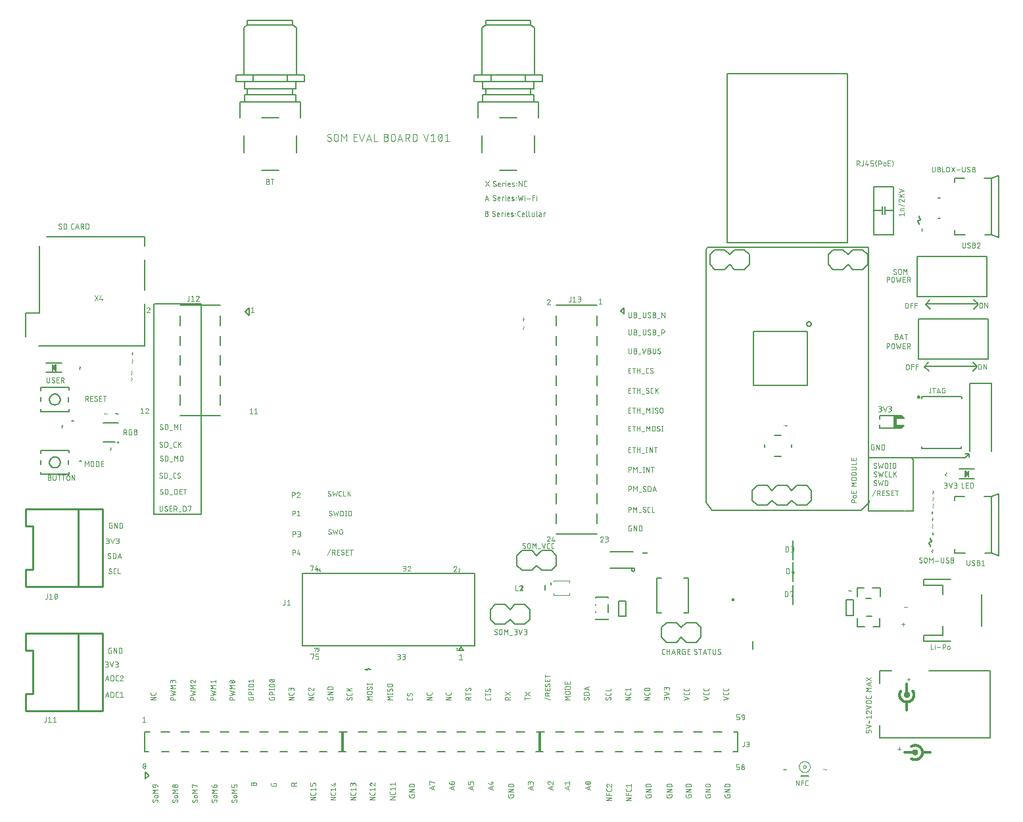
<source format=gto>
G75*
%MOIN*%
%OFA0B0*%
%FSLAX25Y25*%
%IPPOS*%
%LPD*%
%AMOC8*
5,1,8,0,0,1.08239X$1,22.5*
%
%ADD10C,0.00200*%
%ADD11C,0.00800*%
%ADD12C,0.01200*%
%ADD13C,0.00400*%
%ADD14C,0.00300*%
%ADD15C,0.00600*%
%ADD16C,0.00500*%
%ADD17C,0.00394*%
%ADD18R,0.01000X0.10000*%
%ADD19C,0.00100*%
%ADD20R,0.01673X0.01772*%
%ADD21C,0.00591*%
%ADD22R,0.02800X0.00945*%
%ADD23C,0.01000*%
D10*
X0012911Y0043682D02*
X0013200Y0043682D01*
X0013245Y0043684D01*
X0013290Y0043689D01*
X0013335Y0043698D01*
X0013379Y0043710D01*
X0013421Y0043726D01*
X0013462Y0043745D01*
X0013502Y0043767D01*
X0013540Y0043792D01*
X0013575Y0043820D01*
X0013609Y0043851D01*
X0013640Y0043885D01*
X0013668Y0043920D01*
X0013693Y0043958D01*
X0013715Y0043998D01*
X0013734Y0044039D01*
X0013750Y0044081D01*
X0013762Y0044125D01*
X0013771Y0044170D01*
X0013776Y0044215D01*
X0013778Y0044260D01*
X0013778Y0046282D01*
X0014928Y0045704D02*
X0015650Y0046282D01*
X0015650Y0043682D01*
X0014928Y0043682D02*
X0016372Y0043682D01*
X0017448Y0043682D02*
X0018892Y0043682D01*
X0018170Y0043682D02*
X0018170Y0046282D01*
X0017448Y0045704D01*
X0043881Y0056365D02*
X0044748Y0058965D01*
X0045615Y0056365D01*
X0045398Y0057015D02*
X0044098Y0057015D01*
X0046630Y0056365D02*
X0047352Y0056365D01*
X0047404Y0056367D01*
X0047455Y0056372D01*
X0047505Y0056381D01*
X0047555Y0056394D01*
X0047604Y0056411D01*
X0047652Y0056430D01*
X0047698Y0056453D01*
X0047742Y0056480D01*
X0047785Y0056509D01*
X0047825Y0056541D01*
X0047863Y0056576D01*
X0047898Y0056614D01*
X0047930Y0056654D01*
X0047959Y0056697D01*
X0047986Y0056741D01*
X0048009Y0056787D01*
X0048028Y0056835D01*
X0048045Y0056884D01*
X0048058Y0056934D01*
X0048067Y0056984D01*
X0048072Y0057035D01*
X0048074Y0057087D01*
X0048074Y0058242D01*
X0048072Y0058294D01*
X0048067Y0058345D01*
X0048058Y0058395D01*
X0048045Y0058445D01*
X0048028Y0058494D01*
X0048009Y0058542D01*
X0047986Y0058588D01*
X0047959Y0058632D01*
X0047930Y0058675D01*
X0047898Y0058715D01*
X0047863Y0058753D01*
X0047825Y0058788D01*
X0047785Y0058820D01*
X0047742Y0058849D01*
X0047698Y0058876D01*
X0047652Y0058899D01*
X0047604Y0058918D01*
X0047555Y0058935D01*
X0047505Y0058948D01*
X0047455Y0058957D01*
X0047404Y0058962D01*
X0047352Y0058964D01*
X0047352Y0058965D02*
X0046630Y0058965D01*
X0046630Y0056365D01*
X0049227Y0056942D02*
X0049227Y0058387D01*
X0049229Y0058435D01*
X0049235Y0058482D01*
X0049245Y0058529D01*
X0049258Y0058575D01*
X0049276Y0058619D01*
X0049297Y0058662D01*
X0049321Y0058703D01*
X0049349Y0058742D01*
X0049380Y0058778D01*
X0049414Y0058812D01*
X0049450Y0058843D01*
X0049489Y0058871D01*
X0049530Y0058895D01*
X0049573Y0058916D01*
X0049617Y0058934D01*
X0049663Y0058947D01*
X0049710Y0058957D01*
X0049757Y0058963D01*
X0049805Y0058965D01*
X0050382Y0058965D01*
X0051334Y0058387D02*
X0052056Y0058965D01*
X0052056Y0056365D01*
X0051334Y0056365D02*
X0052778Y0056365D01*
X0050382Y0056365D02*
X0049805Y0056365D01*
X0049805Y0056364D02*
X0049760Y0056366D01*
X0049715Y0056371D01*
X0049670Y0056380D01*
X0049626Y0056392D01*
X0049584Y0056408D01*
X0049543Y0056427D01*
X0049503Y0056449D01*
X0049465Y0056474D01*
X0049430Y0056502D01*
X0049396Y0056533D01*
X0049365Y0056567D01*
X0049337Y0056602D01*
X0049312Y0056640D01*
X0049290Y0056680D01*
X0049271Y0056721D01*
X0049255Y0056763D01*
X0049243Y0056807D01*
X0049234Y0056852D01*
X0049229Y0056897D01*
X0049227Y0056942D01*
X0049805Y0064765D02*
X0050382Y0064765D01*
X0049805Y0064764D02*
X0049760Y0064766D01*
X0049715Y0064771D01*
X0049670Y0064780D01*
X0049626Y0064792D01*
X0049584Y0064808D01*
X0049543Y0064827D01*
X0049503Y0064849D01*
X0049465Y0064874D01*
X0049430Y0064902D01*
X0049396Y0064933D01*
X0049365Y0064967D01*
X0049337Y0065002D01*
X0049312Y0065040D01*
X0049290Y0065080D01*
X0049271Y0065121D01*
X0049255Y0065163D01*
X0049243Y0065207D01*
X0049234Y0065252D01*
X0049229Y0065297D01*
X0049227Y0065342D01*
X0049227Y0066787D01*
X0049229Y0066835D01*
X0049235Y0066882D01*
X0049245Y0066929D01*
X0049258Y0066975D01*
X0049276Y0067019D01*
X0049297Y0067062D01*
X0049321Y0067103D01*
X0049349Y0067142D01*
X0049380Y0067178D01*
X0049414Y0067212D01*
X0049450Y0067243D01*
X0049489Y0067271D01*
X0049530Y0067295D01*
X0049573Y0067316D01*
X0049617Y0067334D01*
X0049663Y0067347D01*
X0049710Y0067357D01*
X0049757Y0067363D01*
X0049805Y0067365D01*
X0050382Y0067365D01*
X0052561Y0066210D02*
X0052597Y0066246D01*
X0052630Y0066286D01*
X0052660Y0066327D01*
X0052687Y0066371D01*
X0052711Y0066417D01*
X0052731Y0066464D01*
X0052748Y0066512D01*
X0052761Y0066562D01*
X0052770Y0066613D01*
X0052776Y0066664D01*
X0052778Y0066715D01*
X0052562Y0066209D02*
X0051334Y0064765D01*
X0052778Y0064765D01*
X0051334Y0066787D02*
X0051352Y0066839D01*
X0051375Y0066890D01*
X0051400Y0066939D01*
X0051429Y0066986D01*
X0051460Y0067031D01*
X0051495Y0067074D01*
X0051532Y0067115D01*
X0051572Y0067153D01*
X0051615Y0067189D01*
X0051659Y0067221D01*
X0051706Y0067251D01*
X0051755Y0067277D01*
X0051805Y0067300D01*
X0051857Y0067320D01*
X0051910Y0067336D01*
X0051963Y0067349D01*
X0052018Y0067358D01*
X0052073Y0067363D01*
X0052128Y0067365D01*
X0052177Y0067363D01*
X0052225Y0067358D01*
X0052273Y0067349D01*
X0052320Y0067336D01*
X0052365Y0067320D01*
X0052410Y0067301D01*
X0052453Y0067278D01*
X0052494Y0067252D01*
X0052533Y0067223D01*
X0052570Y0067191D01*
X0052604Y0067157D01*
X0052636Y0067120D01*
X0052665Y0067081D01*
X0052691Y0067040D01*
X0052714Y0066997D01*
X0052733Y0066952D01*
X0052749Y0066907D01*
X0052762Y0066860D01*
X0052771Y0066812D01*
X0052776Y0066764D01*
X0052778Y0066715D01*
X0048074Y0066642D02*
X0048074Y0065487D01*
X0048072Y0065435D01*
X0048067Y0065384D01*
X0048058Y0065334D01*
X0048045Y0065284D01*
X0048028Y0065235D01*
X0048009Y0065187D01*
X0047986Y0065141D01*
X0047959Y0065097D01*
X0047930Y0065054D01*
X0047898Y0065014D01*
X0047863Y0064976D01*
X0047825Y0064941D01*
X0047785Y0064909D01*
X0047742Y0064880D01*
X0047698Y0064853D01*
X0047652Y0064830D01*
X0047604Y0064811D01*
X0047555Y0064794D01*
X0047505Y0064781D01*
X0047455Y0064772D01*
X0047404Y0064767D01*
X0047352Y0064765D01*
X0046630Y0064765D01*
X0046630Y0067365D01*
X0047352Y0067365D01*
X0047352Y0067364D02*
X0047404Y0067362D01*
X0047455Y0067357D01*
X0047505Y0067348D01*
X0047555Y0067335D01*
X0047604Y0067318D01*
X0047652Y0067299D01*
X0047698Y0067276D01*
X0047742Y0067249D01*
X0047785Y0067220D01*
X0047825Y0067188D01*
X0047863Y0067153D01*
X0047898Y0067115D01*
X0047930Y0067075D01*
X0047959Y0067032D01*
X0047986Y0066988D01*
X0048009Y0066942D01*
X0048028Y0066894D01*
X0048045Y0066845D01*
X0048058Y0066795D01*
X0048067Y0066745D01*
X0048072Y0066694D01*
X0048074Y0066642D01*
X0045398Y0065415D02*
X0044098Y0065415D01*
X0043881Y0064765D02*
X0044748Y0067365D01*
X0045615Y0064765D01*
X0044604Y0071665D02*
X0043881Y0071665D01*
X0044604Y0071665D02*
X0044657Y0071667D01*
X0044709Y0071673D01*
X0044761Y0071682D01*
X0044812Y0071696D01*
X0044862Y0071713D01*
X0044910Y0071733D01*
X0044957Y0071757D01*
X0045002Y0071785D01*
X0045045Y0071816D01*
X0045086Y0071849D01*
X0045124Y0071886D01*
X0045159Y0071925D01*
X0045191Y0071967D01*
X0045220Y0072011D01*
X0045246Y0072057D01*
X0045268Y0072105D01*
X0045287Y0072154D01*
X0045303Y0072204D01*
X0045314Y0072256D01*
X0045322Y0072308D01*
X0045326Y0072361D01*
X0045326Y0072413D01*
X0045322Y0072466D01*
X0045314Y0072518D01*
X0045303Y0072570D01*
X0045287Y0072620D01*
X0045268Y0072669D01*
X0045246Y0072717D01*
X0045220Y0072763D01*
X0045191Y0072807D01*
X0045159Y0072849D01*
X0045124Y0072888D01*
X0045086Y0072925D01*
X0045045Y0072958D01*
X0045002Y0072989D01*
X0044957Y0073017D01*
X0044910Y0073041D01*
X0044862Y0073061D01*
X0044812Y0073078D01*
X0044761Y0073092D01*
X0044709Y0073101D01*
X0044657Y0073107D01*
X0044604Y0073109D01*
X0044748Y0073109D02*
X0044170Y0073109D01*
X0044748Y0073109D02*
X0044795Y0073111D01*
X0044841Y0073116D01*
X0044886Y0073126D01*
X0044931Y0073139D01*
X0044975Y0073155D01*
X0045017Y0073175D01*
X0045057Y0073198D01*
X0045095Y0073225D01*
X0045131Y0073254D01*
X0045165Y0073287D01*
X0045196Y0073321D01*
X0045224Y0073359D01*
X0045249Y0073398D01*
X0045270Y0073439D01*
X0045288Y0073482D01*
X0045303Y0073526D01*
X0045314Y0073571D01*
X0045322Y0073617D01*
X0045326Y0073664D01*
X0045326Y0073710D01*
X0045322Y0073757D01*
X0045314Y0073803D01*
X0045303Y0073848D01*
X0045288Y0073892D01*
X0045270Y0073935D01*
X0045249Y0073976D01*
X0045224Y0074015D01*
X0045196Y0074053D01*
X0045165Y0074087D01*
X0045131Y0074120D01*
X0045095Y0074149D01*
X0045057Y0074176D01*
X0045017Y0074199D01*
X0044975Y0074219D01*
X0044931Y0074235D01*
X0044886Y0074248D01*
X0044841Y0074258D01*
X0044795Y0074263D01*
X0044748Y0074265D01*
X0043881Y0074265D01*
X0046257Y0074265D02*
X0047124Y0071665D01*
X0047990Y0074265D01*
X0048921Y0074265D02*
X0049788Y0074265D01*
X0049835Y0074263D01*
X0049881Y0074258D01*
X0049926Y0074248D01*
X0049971Y0074235D01*
X0050015Y0074219D01*
X0050057Y0074199D01*
X0050097Y0074176D01*
X0050135Y0074149D01*
X0050171Y0074120D01*
X0050205Y0074087D01*
X0050236Y0074053D01*
X0050264Y0074015D01*
X0050289Y0073976D01*
X0050310Y0073935D01*
X0050328Y0073892D01*
X0050343Y0073848D01*
X0050354Y0073803D01*
X0050362Y0073757D01*
X0050366Y0073710D01*
X0050366Y0073664D01*
X0050362Y0073617D01*
X0050354Y0073571D01*
X0050343Y0073526D01*
X0050328Y0073482D01*
X0050310Y0073439D01*
X0050289Y0073398D01*
X0050264Y0073359D01*
X0050236Y0073321D01*
X0050205Y0073287D01*
X0050171Y0073254D01*
X0050135Y0073225D01*
X0050097Y0073198D01*
X0050057Y0073175D01*
X0050015Y0073155D01*
X0049971Y0073139D01*
X0049926Y0073126D01*
X0049881Y0073116D01*
X0049835Y0073111D01*
X0049788Y0073109D01*
X0049210Y0073109D01*
X0049644Y0073109D02*
X0049697Y0073107D01*
X0049749Y0073101D01*
X0049801Y0073092D01*
X0049852Y0073078D01*
X0049902Y0073061D01*
X0049950Y0073041D01*
X0049997Y0073017D01*
X0050042Y0072989D01*
X0050085Y0072958D01*
X0050126Y0072925D01*
X0050164Y0072888D01*
X0050199Y0072849D01*
X0050231Y0072807D01*
X0050260Y0072763D01*
X0050286Y0072717D01*
X0050308Y0072669D01*
X0050327Y0072620D01*
X0050343Y0072570D01*
X0050354Y0072518D01*
X0050362Y0072466D01*
X0050366Y0072413D01*
X0050366Y0072361D01*
X0050362Y0072308D01*
X0050354Y0072256D01*
X0050343Y0072204D01*
X0050327Y0072154D01*
X0050308Y0072105D01*
X0050286Y0072057D01*
X0050260Y0072011D01*
X0050231Y0071967D01*
X0050199Y0071925D01*
X0050164Y0071886D01*
X0050126Y0071849D01*
X0050085Y0071816D01*
X0050042Y0071785D01*
X0049997Y0071757D01*
X0049950Y0071733D01*
X0049902Y0071713D01*
X0049852Y0071696D01*
X0049801Y0071682D01*
X0049749Y0071673D01*
X0049697Y0071667D01*
X0049644Y0071665D01*
X0048921Y0071665D01*
X0049584Y0078687D02*
X0049584Y0081287D01*
X0050828Y0081287D02*
X0050828Y0078687D01*
X0051550Y0078687D01*
X0051602Y0078689D01*
X0051653Y0078694D01*
X0051703Y0078703D01*
X0051753Y0078716D01*
X0051802Y0078733D01*
X0051850Y0078752D01*
X0051896Y0078775D01*
X0051940Y0078802D01*
X0051983Y0078831D01*
X0052023Y0078863D01*
X0052061Y0078898D01*
X0052096Y0078936D01*
X0052128Y0078976D01*
X0052157Y0079019D01*
X0052184Y0079063D01*
X0052207Y0079109D01*
X0052226Y0079157D01*
X0052243Y0079206D01*
X0052256Y0079256D01*
X0052265Y0079306D01*
X0052270Y0079357D01*
X0052272Y0079409D01*
X0052272Y0080565D01*
X0052270Y0080617D01*
X0052265Y0080668D01*
X0052256Y0080718D01*
X0052243Y0080768D01*
X0052226Y0080817D01*
X0052207Y0080865D01*
X0052184Y0080911D01*
X0052157Y0080955D01*
X0052128Y0080998D01*
X0052096Y0081038D01*
X0052061Y0081076D01*
X0052023Y0081111D01*
X0051983Y0081143D01*
X0051940Y0081172D01*
X0051896Y0081199D01*
X0051850Y0081222D01*
X0051802Y0081241D01*
X0051753Y0081258D01*
X0051703Y0081271D01*
X0051653Y0081280D01*
X0051602Y0081285D01*
X0051550Y0081287D01*
X0050828Y0081287D01*
X0048140Y0081287D02*
X0049584Y0078687D01*
X0048140Y0078687D02*
X0048140Y0081287D01*
X0046896Y0081287D02*
X0046029Y0081287D01*
X0045981Y0081285D01*
X0045934Y0081279D01*
X0045887Y0081269D01*
X0045841Y0081256D01*
X0045797Y0081238D01*
X0045754Y0081217D01*
X0045713Y0081193D01*
X0045674Y0081165D01*
X0045638Y0081134D01*
X0045604Y0081100D01*
X0045573Y0081064D01*
X0045545Y0081025D01*
X0045521Y0080984D01*
X0045500Y0080941D01*
X0045482Y0080897D01*
X0045469Y0080851D01*
X0045459Y0080804D01*
X0045453Y0080757D01*
X0045451Y0080709D01*
X0045452Y0080709D02*
X0045452Y0079265D01*
X0045451Y0079265D02*
X0045453Y0079220D01*
X0045458Y0079175D01*
X0045467Y0079130D01*
X0045479Y0079086D01*
X0045495Y0079044D01*
X0045514Y0079003D01*
X0045536Y0078963D01*
X0045561Y0078925D01*
X0045589Y0078890D01*
X0045620Y0078856D01*
X0045654Y0078825D01*
X0045689Y0078797D01*
X0045727Y0078772D01*
X0045767Y0078750D01*
X0045808Y0078731D01*
X0045850Y0078715D01*
X0045894Y0078703D01*
X0045939Y0078694D01*
X0045984Y0078689D01*
X0046029Y0078687D01*
X0046896Y0078687D01*
X0046896Y0080131D01*
X0046463Y0080131D01*
X0066800Y0058728D02*
X0066800Y0058151D01*
X0066802Y0058103D01*
X0066808Y0058056D01*
X0066818Y0058009D01*
X0066831Y0057963D01*
X0066849Y0057919D01*
X0066870Y0057876D01*
X0066894Y0057835D01*
X0066922Y0057796D01*
X0066953Y0057760D01*
X0066987Y0057726D01*
X0067023Y0057695D01*
X0067062Y0057667D01*
X0067103Y0057643D01*
X0067146Y0057622D01*
X0067190Y0057604D01*
X0067236Y0057591D01*
X0067283Y0057581D01*
X0067330Y0057575D01*
X0067378Y0057573D01*
X0068822Y0057573D01*
X0068870Y0057575D01*
X0068917Y0057581D01*
X0068964Y0057591D01*
X0069010Y0057604D01*
X0069054Y0057622D01*
X0069097Y0057643D01*
X0069138Y0057667D01*
X0069177Y0057695D01*
X0069213Y0057726D01*
X0069247Y0057760D01*
X0069278Y0057796D01*
X0069306Y0057835D01*
X0069330Y0057876D01*
X0069351Y0057919D01*
X0069369Y0057963D01*
X0069382Y0058009D01*
X0069392Y0058056D01*
X0069398Y0058103D01*
X0069400Y0058151D01*
X0069400Y0058728D01*
X0069400Y0056420D02*
X0066800Y0056420D01*
X0066800Y0054976D02*
X0069400Y0056420D01*
X0069400Y0054976D02*
X0066800Y0054976D01*
X0063522Y0046476D02*
X0063522Y0043876D01*
X0062800Y0043876D02*
X0064244Y0043876D01*
X0062800Y0045898D02*
X0063522Y0046476D01*
X0076800Y0054976D02*
X0076800Y0055698D01*
X0076802Y0055751D01*
X0076808Y0055803D01*
X0076817Y0055855D01*
X0076831Y0055906D01*
X0076848Y0055956D01*
X0076868Y0056004D01*
X0076892Y0056051D01*
X0076920Y0056096D01*
X0076951Y0056139D01*
X0076984Y0056180D01*
X0077021Y0056218D01*
X0077060Y0056253D01*
X0077102Y0056285D01*
X0077146Y0056314D01*
X0077192Y0056340D01*
X0077240Y0056362D01*
X0077289Y0056381D01*
X0077339Y0056397D01*
X0077391Y0056408D01*
X0077443Y0056416D01*
X0077496Y0056420D01*
X0077548Y0056420D01*
X0077601Y0056416D01*
X0077653Y0056408D01*
X0077705Y0056397D01*
X0077755Y0056381D01*
X0077804Y0056362D01*
X0077852Y0056340D01*
X0077898Y0056314D01*
X0077942Y0056285D01*
X0077984Y0056253D01*
X0078023Y0056218D01*
X0078060Y0056180D01*
X0078093Y0056139D01*
X0078124Y0056096D01*
X0078152Y0056051D01*
X0078176Y0056004D01*
X0078196Y0055956D01*
X0078213Y0055906D01*
X0078227Y0055855D01*
X0078236Y0055803D01*
X0078242Y0055751D01*
X0078244Y0055698D01*
X0078244Y0054976D01*
X0079400Y0054976D02*
X0076800Y0054976D01*
X0076800Y0057279D02*
X0079400Y0057857D01*
X0077667Y0058435D01*
X0079400Y0059012D01*
X0076800Y0059590D01*
X0076800Y0060676D02*
X0078244Y0061543D01*
X0076800Y0062409D01*
X0079400Y0062409D01*
X0079400Y0063592D02*
X0079400Y0064315D01*
X0079398Y0064368D01*
X0079392Y0064420D01*
X0079383Y0064472D01*
X0079369Y0064523D01*
X0079352Y0064573D01*
X0079332Y0064621D01*
X0079308Y0064668D01*
X0079280Y0064713D01*
X0079249Y0064756D01*
X0079216Y0064797D01*
X0079179Y0064835D01*
X0079140Y0064870D01*
X0079098Y0064902D01*
X0079054Y0064931D01*
X0079008Y0064957D01*
X0078960Y0064979D01*
X0078911Y0064998D01*
X0078861Y0065014D01*
X0078809Y0065025D01*
X0078757Y0065033D01*
X0078704Y0065037D01*
X0078652Y0065037D01*
X0078599Y0065033D01*
X0078547Y0065025D01*
X0078495Y0065014D01*
X0078445Y0064998D01*
X0078396Y0064979D01*
X0078348Y0064957D01*
X0078302Y0064931D01*
X0078258Y0064902D01*
X0078216Y0064870D01*
X0078177Y0064835D01*
X0078140Y0064797D01*
X0078107Y0064756D01*
X0078076Y0064713D01*
X0078048Y0064668D01*
X0078024Y0064621D01*
X0078004Y0064573D01*
X0077987Y0064523D01*
X0077973Y0064472D01*
X0077964Y0064420D01*
X0077958Y0064368D01*
X0077956Y0064315D01*
X0077956Y0064459D02*
X0077956Y0063881D01*
X0077956Y0064459D02*
X0077954Y0064506D01*
X0077949Y0064552D01*
X0077939Y0064597D01*
X0077926Y0064642D01*
X0077910Y0064686D01*
X0077890Y0064728D01*
X0077867Y0064768D01*
X0077840Y0064806D01*
X0077811Y0064842D01*
X0077778Y0064876D01*
X0077744Y0064907D01*
X0077706Y0064935D01*
X0077667Y0064960D01*
X0077626Y0064981D01*
X0077583Y0064999D01*
X0077539Y0065014D01*
X0077494Y0065025D01*
X0077448Y0065033D01*
X0077401Y0065037D01*
X0077355Y0065037D01*
X0077308Y0065033D01*
X0077262Y0065025D01*
X0077217Y0065014D01*
X0077173Y0064999D01*
X0077130Y0064981D01*
X0077089Y0064960D01*
X0077050Y0064935D01*
X0077012Y0064907D01*
X0076978Y0064876D01*
X0076945Y0064842D01*
X0076916Y0064806D01*
X0076889Y0064768D01*
X0076866Y0064728D01*
X0076846Y0064686D01*
X0076830Y0064642D01*
X0076817Y0064597D01*
X0076807Y0064552D01*
X0076802Y0064506D01*
X0076800Y0064459D01*
X0076800Y0063592D01*
X0076800Y0060676D02*
X0079400Y0060676D01*
X0087000Y0060676D02*
X0088444Y0061543D01*
X0087000Y0062409D01*
X0089600Y0062409D01*
X0089600Y0063592D02*
X0089600Y0065037D01*
X0089600Y0063592D02*
X0088156Y0064820D01*
X0087000Y0064387D02*
X0087002Y0064332D01*
X0087007Y0064277D01*
X0087016Y0064222D01*
X0087029Y0064169D01*
X0087045Y0064116D01*
X0087065Y0064064D01*
X0087088Y0064014D01*
X0087114Y0063965D01*
X0087144Y0063918D01*
X0087176Y0063874D01*
X0087212Y0063831D01*
X0087250Y0063791D01*
X0087291Y0063754D01*
X0087334Y0063719D01*
X0087379Y0063688D01*
X0087426Y0063659D01*
X0087475Y0063634D01*
X0087526Y0063611D01*
X0087578Y0063593D01*
X0088155Y0064820D02*
X0088119Y0064856D01*
X0088079Y0064889D01*
X0088038Y0064919D01*
X0087994Y0064946D01*
X0087948Y0064970D01*
X0087901Y0064990D01*
X0087853Y0065007D01*
X0087803Y0065020D01*
X0087752Y0065029D01*
X0087701Y0065035D01*
X0087650Y0065037D01*
X0087601Y0065035D01*
X0087553Y0065030D01*
X0087505Y0065021D01*
X0087458Y0065008D01*
X0087413Y0064992D01*
X0087368Y0064973D01*
X0087325Y0064950D01*
X0087284Y0064924D01*
X0087245Y0064895D01*
X0087208Y0064863D01*
X0087174Y0064829D01*
X0087142Y0064792D01*
X0087113Y0064753D01*
X0087087Y0064712D01*
X0087064Y0064669D01*
X0087045Y0064624D01*
X0087029Y0064579D01*
X0087016Y0064532D01*
X0087007Y0064484D01*
X0087002Y0064436D01*
X0087000Y0064387D01*
X0087000Y0060676D02*
X0089600Y0060676D01*
X0089600Y0059012D02*
X0087000Y0059590D01*
X0087867Y0058435D02*
X0089600Y0059012D01*
X0089600Y0057857D02*
X0087867Y0058435D01*
X0087000Y0057279D02*
X0089600Y0057857D01*
X0088444Y0055698D02*
X0088444Y0054976D01*
X0088444Y0055698D02*
X0088442Y0055751D01*
X0088436Y0055803D01*
X0088427Y0055855D01*
X0088413Y0055906D01*
X0088396Y0055956D01*
X0088376Y0056004D01*
X0088352Y0056051D01*
X0088324Y0056096D01*
X0088293Y0056139D01*
X0088260Y0056180D01*
X0088223Y0056218D01*
X0088184Y0056253D01*
X0088142Y0056285D01*
X0088098Y0056314D01*
X0088052Y0056340D01*
X0088004Y0056362D01*
X0087955Y0056381D01*
X0087905Y0056397D01*
X0087853Y0056408D01*
X0087801Y0056416D01*
X0087748Y0056420D01*
X0087696Y0056420D01*
X0087643Y0056416D01*
X0087591Y0056408D01*
X0087539Y0056397D01*
X0087489Y0056381D01*
X0087440Y0056362D01*
X0087392Y0056340D01*
X0087346Y0056314D01*
X0087302Y0056285D01*
X0087260Y0056253D01*
X0087221Y0056218D01*
X0087184Y0056180D01*
X0087151Y0056139D01*
X0087120Y0056096D01*
X0087092Y0056051D01*
X0087068Y0056004D01*
X0087048Y0055956D01*
X0087031Y0055906D01*
X0087017Y0055855D01*
X0087008Y0055803D01*
X0087002Y0055751D01*
X0087000Y0055698D01*
X0087000Y0054976D01*
X0089600Y0054976D01*
X0097100Y0054976D02*
X0097100Y0055698D01*
X0097102Y0055751D01*
X0097108Y0055803D01*
X0097117Y0055855D01*
X0097131Y0055906D01*
X0097148Y0055956D01*
X0097168Y0056004D01*
X0097192Y0056051D01*
X0097220Y0056096D01*
X0097251Y0056139D01*
X0097284Y0056180D01*
X0097321Y0056218D01*
X0097360Y0056253D01*
X0097402Y0056285D01*
X0097446Y0056314D01*
X0097492Y0056340D01*
X0097540Y0056362D01*
X0097589Y0056381D01*
X0097639Y0056397D01*
X0097691Y0056408D01*
X0097743Y0056416D01*
X0097796Y0056420D01*
X0097848Y0056420D01*
X0097901Y0056416D01*
X0097953Y0056408D01*
X0098005Y0056397D01*
X0098055Y0056381D01*
X0098104Y0056362D01*
X0098152Y0056340D01*
X0098198Y0056314D01*
X0098242Y0056285D01*
X0098284Y0056253D01*
X0098323Y0056218D01*
X0098360Y0056180D01*
X0098393Y0056139D01*
X0098424Y0056096D01*
X0098452Y0056051D01*
X0098476Y0056004D01*
X0098496Y0055956D01*
X0098513Y0055906D01*
X0098527Y0055855D01*
X0098536Y0055803D01*
X0098542Y0055751D01*
X0098544Y0055698D01*
X0098544Y0054976D01*
X0099700Y0054976D02*
X0097100Y0054976D01*
X0097100Y0057279D02*
X0099700Y0057857D01*
X0097967Y0058435D01*
X0099700Y0059012D01*
X0097100Y0059590D01*
X0097100Y0060676D02*
X0098544Y0061543D01*
X0097100Y0062409D01*
X0099700Y0062409D01*
X0099700Y0063592D02*
X0099700Y0065037D01*
X0099700Y0064315D02*
X0097100Y0064315D01*
X0097678Y0063592D01*
X0097100Y0060676D02*
X0099700Y0060676D01*
X0106800Y0060676D02*
X0108244Y0061543D01*
X0106800Y0062409D01*
X0109400Y0062409D01*
X0109039Y0064820D02*
X0108959Y0064857D01*
X0108877Y0064891D01*
X0108794Y0064921D01*
X0108710Y0064948D01*
X0108625Y0064972D01*
X0108539Y0064992D01*
X0108452Y0065008D01*
X0108364Y0065021D01*
X0108277Y0065030D01*
X0108188Y0065035D01*
X0108100Y0065037D01*
X0108100Y0063592D02*
X0108012Y0063594D01*
X0107923Y0063599D01*
X0107836Y0063608D01*
X0107748Y0063621D01*
X0107661Y0063637D01*
X0107575Y0063657D01*
X0107490Y0063681D01*
X0107406Y0063708D01*
X0107323Y0063738D01*
X0107241Y0063772D01*
X0107161Y0063809D01*
X0106800Y0064315D02*
X0106802Y0064359D01*
X0106807Y0064403D01*
X0106816Y0064446D01*
X0106829Y0064488D01*
X0106845Y0064530D01*
X0106864Y0064569D01*
X0106887Y0064607D01*
X0106913Y0064643D01*
X0106941Y0064677D01*
X0106972Y0064708D01*
X0107006Y0064737D01*
X0107042Y0064762D01*
X0107080Y0064785D01*
X0107120Y0064804D01*
X0107161Y0064820D01*
X0107378Y0064892D02*
X0108822Y0063737D01*
X0109400Y0064315D02*
X0109398Y0064359D01*
X0109393Y0064403D01*
X0109384Y0064446D01*
X0109371Y0064488D01*
X0109355Y0064530D01*
X0109336Y0064569D01*
X0109313Y0064607D01*
X0109287Y0064643D01*
X0109259Y0064677D01*
X0109228Y0064708D01*
X0109194Y0064736D01*
X0109158Y0064762D01*
X0109120Y0064785D01*
X0109080Y0064804D01*
X0109039Y0064820D01*
X0109400Y0064315D02*
X0109398Y0064271D01*
X0109393Y0064227D01*
X0109384Y0064184D01*
X0109371Y0064142D01*
X0109355Y0064100D01*
X0109336Y0064061D01*
X0109313Y0064023D01*
X0109287Y0063987D01*
X0109259Y0063953D01*
X0109228Y0063922D01*
X0109194Y0063894D01*
X0109158Y0063868D01*
X0109120Y0063845D01*
X0109080Y0063826D01*
X0109039Y0063810D01*
X0108100Y0065037D02*
X0108012Y0065035D01*
X0107923Y0065030D01*
X0107836Y0065021D01*
X0107748Y0065008D01*
X0107661Y0064992D01*
X0107575Y0064972D01*
X0107490Y0064948D01*
X0107406Y0064921D01*
X0107323Y0064891D01*
X0107241Y0064857D01*
X0107161Y0064820D01*
X0106800Y0064315D02*
X0106802Y0064271D01*
X0106807Y0064227D01*
X0106816Y0064184D01*
X0106829Y0064142D01*
X0106845Y0064100D01*
X0106864Y0064061D01*
X0106887Y0064023D01*
X0106913Y0063987D01*
X0106941Y0063953D01*
X0106972Y0063922D01*
X0107006Y0063894D01*
X0107042Y0063868D01*
X0107080Y0063845D01*
X0107120Y0063826D01*
X0107161Y0063810D01*
X0108100Y0063592D02*
X0108188Y0063594D01*
X0108277Y0063599D01*
X0108364Y0063608D01*
X0108452Y0063621D01*
X0108539Y0063637D01*
X0108625Y0063657D01*
X0108710Y0063681D01*
X0108794Y0063708D01*
X0108877Y0063738D01*
X0108959Y0063772D01*
X0109039Y0063809D01*
X0109400Y0060676D02*
X0106800Y0060676D01*
X0106800Y0059590D02*
X0109400Y0059012D01*
X0107667Y0058435D01*
X0109400Y0057857D01*
X0106800Y0057279D01*
X0106800Y0055698D02*
X0106800Y0054976D01*
X0109400Y0054976D01*
X0108244Y0054976D02*
X0108244Y0055698D01*
X0108242Y0055751D01*
X0108236Y0055803D01*
X0108227Y0055855D01*
X0108213Y0055906D01*
X0108196Y0055956D01*
X0108176Y0056004D01*
X0108152Y0056051D01*
X0108124Y0056096D01*
X0108093Y0056139D01*
X0108060Y0056180D01*
X0108023Y0056218D01*
X0107984Y0056253D01*
X0107942Y0056285D01*
X0107898Y0056314D01*
X0107852Y0056340D01*
X0107804Y0056362D01*
X0107755Y0056381D01*
X0107705Y0056397D01*
X0107653Y0056408D01*
X0107601Y0056416D01*
X0107548Y0056420D01*
X0107496Y0056420D01*
X0107443Y0056416D01*
X0107391Y0056408D01*
X0107339Y0056397D01*
X0107289Y0056381D01*
X0107240Y0056362D01*
X0107192Y0056340D01*
X0107146Y0056314D01*
X0107102Y0056285D01*
X0107060Y0056253D01*
X0107021Y0056218D01*
X0106984Y0056180D01*
X0106951Y0056139D01*
X0106920Y0056096D01*
X0106892Y0056051D01*
X0106868Y0056004D01*
X0106848Y0055956D01*
X0106831Y0055906D01*
X0106817Y0055855D01*
X0106808Y0055803D01*
X0106802Y0055751D01*
X0106800Y0055698D01*
X0116400Y0055554D02*
X0116400Y0056420D01*
X0116400Y0055554D02*
X0116402Y0055506D01*
X0116408Y0055459D01*
X0116418Y0055412D01*
X0116431Y0055366D01*
X0116449Y0055322D01*
X0116470Y0055279D01*
X0116494Y0055238D01*
X0116522Y0055199D01*
X0116553Y0055163D01*
X0116587Y0055129D01*
X0116623Y0055098D01*
X0116662Y0055070D01*
X0116703Y0055046D01*
X0116746Y0055025D01*
X0116790Y0055007D01*
X0116836Y0054994D01*
X0116883Y0054984D01*
X0116930Y0054978D01*
X0116978Y0054976D01*
X0118422Y0054976D01*
X0118470Y0054978D01*
X0118517Y0054984D01*
X0118564Y0054994D01*
X0118610Y0055007D01*
X0118654Y0055025D01*
X0118697Y0055046D01*
X0118738Y0055070D01*
X0118777Y0055098D01*
X0118813Y0055129D01*
X0118847Y0055163D01*
X0118878Y0055199D01*
X0118906Y0055238D01*
X0118930Y0055279D01*
X0118951Y0055322D01*
X0118969Y0055366D01*
X0118982Y0055412D01*
X0118992Y0055459D01*
X0118998Y0055506D01*
X0119000Y0055554D01*
X0119000Y0056420D01*
X0117556Y0056420D01*
X0117556Y0055987D01*
X0117844Y0057699D02*
X0117844Y0058421D01*
X0117842Y0058474D01*
X0117836Y0058526D01*
X0117827Y0058578D01*
X0117813Y0058629D01*
X0117796Y0058679D01*
X0117776Y0058727D01*
X0117752Y0058774D01*
X0117724Y0058819D01*
X0117693Y0058862D01*
X0117660Y0058903D01*
X0117623Y0058941D01*
X0117584Y0058976D01*
X0117542Y0059008D01*
X0117498Y0059037D01*
X0117452Y0059063D01*
X0117404Y0059085D01*
X0117355Y0059104D01*
X0117305Y0059120D01*
X0117253Y0059131D01*
X0117201Y0059139D01*
X0117148Y0059143D01*
X0117096Y0059143D01*
X0117043Y0059139D01*
X0116991Y0059131D01*
X0116939Y0059120D01*
X0116889Y0059104D01*
X0116840Y0059085D01*
X0116792Y0059063D01*
X0116746Y0059037D01*
X0116702Y0059008D01*
X0116660Y0058976D01*
X0116621Y0058941D01*
X0116584Y0058903D01*
X0116551Y0058862D01*
X0116520Y0058819D01*
X0116492Y0058774D01*
X0116468Y0058727D01*
X0116448Y0058679D01*
X0116431Y0058629D01*
X0116417Y0058578D01*
X0116408Y0058526D01*
X0116402Y0058474D01*
X0116400Y0058421D01*
X0116400Y0057699D01*
X0119000Y0057699D01*
X0119000Y0060029D02*
X0119000Y0060607D01*
X0119000Y0060318D02*
X0116400Y0060318D01*
X0116400Y0060029D02*
X0116400Y0060607D01*
X0117122Y0061612D02*
X0118278Y0061612D01*
X0118331Y0061614D01*
X0118383Y0061620D01*
X0118435Y0061629D01*
X0118486Y0061643D01*
X0118536Y0061660D01*
X0118584Y0061680D01*
X0118631Y0061704D01*
X0118676Y0061732D01*
X0118719Y0061763D01*
X0118760Y0061796D01*
X0118798Y0061833D01*
X0118833Y0061872D01*
X0118865Y0061914D01*
X0118894Y0061958D01*
X0118920Y0062004D01*
X0118942Y0062052D01*
X0118961Y0062101D01*
X0118977Y0062151D01*
X0118988Y0062203D01*
X0118996Y0062255D01*
X0119000Y0062308D01*
X0119000Y0062360D01*
X0118996Y0062413D01*
X0118988Y0062465D01*
X0118977Y0062517D01*
X0118961Y0062567D01*
X0118942Y0062616D01*
X0118920Y0062664D01*
X0118894Y0062710D01*
X0118865Y0062754D01*
X0118833Y0062796D01*
X0118798Y0062835D01*
X0118760Y0062872D01*
X0118719Y0062905D01*
X0118676Y0062936D01*
X0118631Y0062964D01*
X0118584Y0062988D01*
X0118536Y0063008D01*
X0118486Y0063025D01*
X0118435Y0063039D01*
X0118383Y0063048D01*
X0118331Y0063054D01*
X0118278Y0063056D01*
X0117122Y0063056D01*
X0117069Y0063054D01*
X0117017Y0063048D01*
X0116965Y0063039D01*
X0116914Y0063025D01*
X0116864Y0063008D01*
X0116816Y0062988D01*
X0116769Y0062964D01*
X0116724Y0062936D01*
X0116681Y0062905D01*
X0116640Y0062872D01*
X0116602Y0062835D01*
X0116567Y0062796D01*
X0116535Y0062754D01*
X0116506Y0062710D01*
X0116480Y0062664D01*
X0116458Y0062616D01*
X0116439Y0062567D01*
X0116423Y0062517D01*
X0116412Y0062465D01*
X0116404Y0062413D01*
X0116400Y0062360D01*
X0116400Y0062308D01*
X0116404Y0062255D01*
X0116412Y0062203D01*
X0116423Y0062151D01*
X0116439Y0062101D01*
X0116458Y0062052D01*
X0116480Y0062004D01*
X0116506Y0061958D01*
X0116535Y0061914D01*
X0116567Y0061872D01*
X0116602Y0061833D01*
X0116640Y0061796D01*
X0116681Y0061763D01*
X0116724Y0061732D01*
X0116769Y0061704D01*
X0116816Y0061680D01*
X0116864Y0061660D01*
X0116914Y0061643D01*
X0116965Y0061629D01*
X0117017Y0061620D01*
X0117069Y0061614D01*
X0117122Y0061612D01*
X0116978Y0064132D02*
X0116400Y0064854D01*
X0119000Y0064854D01*
X0119000Y0064132D02*
X0119000Y0065576D01*
X0127000Y0064854D02*
X0127002Y0064898D01*
X0127007Y0064942D01*
X0127016Y0064985D01*
X0127029Y0065027D01*
X0127045Y0065069D01*
X0127064Y0065108D01*
X0127087Y0065146D01*
X0127113Y0065182D01*
X0127141Y0065216D01*
X0127172Y0065247D01*
X0127206Y0065276D01*
X0127242Y0065301D01*
X0127280Y0065324D01*
X0127320Y0065343D01*
X0127361Y0065359D01*
X0127578Y0065432D02*
X0129022Y0064276D01*
X0129600Y0064854D02*
X0129598Y0064898D01*
X0129593Y0064942D01*
X0129584Y0064985D01*
X0129571Y0065027D01*
X0129555Y0065069D01*
X0129536Y0065108D01*
X0129513Y0065146D01*
X0129487Y0065182D01*
X0129459Y0065216D01*
X0129428Y0065247D01*
X0129394Y0065275D01*
X0129358Y0065301D01*
X0129320Y0065324D01*
X0129280Y0065343D01*
X0129239Y0065359D01*
X0129600Y0064854D02*
X0129598Y0064810D01*
X0129593Y0064766D01*
X0129584Y0064723D01*
X0129571Y0064681D01*
X0129555Y0064639D01*
X0129536Y0064600D01*
X0129513Y0064562D01*
X0129487Y0064526D01*
X0129459Y0064492D01*
X0129428Y0064461D01*
X0129394Y0064433D01*
X0129358Y0064407D01*
X0129320Y0064384D01*
X0129280Y0064365D01*
X0129239Y0064349D01*
X0128300Y0065577D02*
X0128212Y0065575D01*
X0128123Y0065570D01*
X0128036Y0065561D01*
X0127948Y0065548D01*
X0127861Y0065532D01*
X0127775Y0065512D01*
X0127690Y0065488D01*
X0127606Y0065461D01*
X0127523Y0065431D01*
X0127441Y0065397D01*
X0127361Y0065360D01*
X0127000Y0064854D02*
X0127002Y0064810D01*
X0127007Y0064766D01*
X0127016Y0064723D01*
X0127029Y0064681D01*
X0127045Y0064639D01*
X0127064Y0064600D01*
X0127087Y0064562D01*
X0127113Y0064526D01*
X0127141Y0064492D01*
X0127172Y0064461D01*
X0127206Y0064433D01*
X0127242Y0064407D01*
X0127280Y0064384D01*
X0127320Y0064365D01*
X0127361Y0064349D01*
X0128300Y0065577D02*
X0128388Y0065575D01*
X0128477Y0065570D01*
X0128564Y0065561D01*
X0128652Y0065548D01*
X0128739Y0065532D01*
X0128825Y0065512D01*
X0128910Y0065488D01*
X0128994Y0065461D01*
X0129077Y0065431D01*
X0129159Y0065397D01*
X0129239Y0065360D01*
X0128300Y0064131D02*
X0128212Y0064133D01*
X0128123Y0064138D01*
X0128036Y0064147D01*
X0127948Y0064160D01*
X0127861Y0064176D01*
X0127775Y0064196D01*
X0127690Y0064220D01*
X0127606Y0064247D01*
X0127523Y0064277D01*
X0127441Y0064311D01*
X0127361Y0064348D01*
X0127722Y0063056D02*
X0128878Y0063056D01*
X0128931Y0063054D01*
X0128983Y0063048D01*
X0129035Y0063039D01*
X0129086Y0063025D01*
X0129136Y0063008D01*
X0129184Y0062988D01*
X0129231Y0062964D01*
X0129276Y0062936D01*
X0129319Y0062905D01*
X0129360Y0062872D01*
X0129398Y0062835D01*
X0129433Y0062796D01*
X0129465Y0062754D01*
X0129494Y0062710D01*
X0129520Y0062664D01*
X0129542Y0062616D01*
X0129561Y0062567D01*
X0129577Y0062517D01*
X0129588Y0062465D01*
X0129596Y0062413D01*
X0129600Y0062360D01*
X0129600Y0062308D01*
X0129596Y0062255D01*
X0129588Y0062203D01*
X0129577Y0062151D01*
X0129561Y0062101D01*
X0129542Y0062052D01*
X0129520Y0062004D01*
X0129494Y0061958D01*
X0129465Y0061914D01*
X0129433Y0061872D01*
X0129398Y0061833D01*
X0129360Y0061796D01*
X0129319Y0061763D01*
X0129276Y0061732D01*
X0129231Y0061704D01*
X0129184Y0061680D01*
X0129136Y0061660D01*
X0129086Y0061643D01*
X0129035Y0061629D01*
X0128983Y0061620D01*
X0128931Y0061614D01*
X0128878Y0061612D01*
X0127722Y0061612D01*
X0127669Y0061614D01*
X0127617Y0061620D01*
X0127565Y0061629D01*
X0127514Y0061643D01*
X0127464Y0061660D01*
X0127416Y0061680D01*
X0127369Y0061704D01*
X0127324Y0061732D01*
X0127281Y0061763D01*
X0127240Y0061796D01*
X0127202Y0061833D01*
X0127167Y0061872D01*
X0127135Y0061914D01*
X0127106Y0061958D01*
X0127080Y0062004D01*
X0127058Y0062052D01*
X0127039Y0062101D01*
X0127023Y0062151D01*
X0127012Y0062203D01*
X0127004Y0062255D01*
X0127000Y0062308D01*
X0127000Y0062360D01*
X0127004Y0062413D01*
X0127012Y0062465D01*
X0127023Y0062517D01*
X0127039Y0062567D01*
X0127058Y0062616D01*
X0127080Y0062664D01*
X0127106Y0062710D01*
X0127135Y0062754D01*
X0127167Y0062796D01*
X0127202Y0062835D01*
X0127240Y0062872D01*
X0127281Y0062905D01*
X0127324Y0062936D01*
X0127369Y0062964D01*
X0127416Y0062988D01*
X0127464Y0063008D01*
X0127514Y0063025D01*
X0127565Y0063039D01*
X0127617Y0063048D01*
X0127669Y0063054D01*
X0127722Y0063056D01*
X0127000Y0060607D02*
X0127000Y0060029D01*
X0127000Y0060318D02*
X0129600Y0060318D01*
X0129600Y0060029D02*
X0129600Y0060607D01*
X0128444Y0058421D02*
X0128444Y0057699D01*
X0128444Y0058421D02*
X0128442Y0058474D01*
X0128436Y0058526D01*
X0128427Y0058578D01*
X0128413Y0058629D01*
X0128396Y0058679D01*
X0128376Y0058727D01*
X0128352Y0058774D01*
X0128324Y0058819D01*
X0128293Y0058862D01*
X0128260Y0058903D01*
X0128223Y0058941D01*
X0128184Y0058976D01*
X0128142Y0059008D01*
X0128098Y0059037D01*
X0128052Y0059063D01*
X0128004Y0059085D01*
X0127955Y0059104D01*
X0127905Y0059120D01*
X0127853Y0059131D01*
X0127801Y0059139D01*
X0127748Y0059143D01*
X0127696Y0059143D01*
X0127643Y0059139D01*
X0127591Y0059131D01*
X0127539Y0059120D01*
X0127489Y0059104D01*
X0127440Y0059085D01*
X0127392Y0059063D01*
X0127346Y0059037D01*
X0127302Y0059008D01*
X0127260Y0058976D01*
X0127221Y0058941D01*
X0127184Y0058903D01*
X0127151Y0058862D01*
X0127120Y0058819D01*
X0127092Y0058774D01*
X0127068Y0058727D01*
X0127048Y0058679D01*
X0127031Y0058629D01*
X0127017Y0058578D01*
X0127008Y0058526D01*
X0127002Y0058474D01*
X0127000Y0058421D01*
X0127000Y0057699D01*
X0129600Y0057699D01*
X0129600Y0056420D02*
X0129600Y0055554D01*
X0129598Y0055506D01*
X0129592Y0055459D01*
X0129582Y0055412D01*
X0129569Y0055366D01*
X0129551Y0055322D01*
X0129530Y0055279D01*
X0129506Y0055238D01*
X0129478Y0055199D01*
X0129447Y0055163D01*
X0129413Y0055129D01*
X0129377Y0055098D01*
X0129338Y0055070D01*
X0129297Y0055046D01*
X0129254Y0055025D01*
X0129210Y0055007D01*
X0129164Y0054994D01*
X0129117Y0054984D01*
X0129070Y0054978D01*
X0129022Y0054976D01*
X0127578Y0054976D01*
X0127530Y0054978D01*
X0127483Y0054984D01*
X0127436Y0054994D01*
X0127390Y0055007D01*
X0127346Y0055025D01*
X0127303Y0055046D01*
X0127262Y0055070D01*
X0127223Y0055098D01*
X0127187Y0055129D01*
X0127153Y0055163D01*
X0127122Y0055199D01*
X0127094Y0055238D01*
X0127070Y0055279D01*
X0127049Y0055322D01*
X0127031Y0055366D01*
X0127018Y0055412D01*
X0127008Y0055459D01*
X0127002Y0055506D01*
X0127000Y0055554D01*
X0127000Y0056420D01*
X0128156Y0056420D02*
X0129600Y0056420D01*
X0128156Y0056420D02*
X0128156Y0055987D01*
X0136800Y0056420D02*
X0139400Y0056420D01*
X0136800Y0054976D01*
X0139400Y0054976D01*
X0138822Y0057573D02*
X0137378Y0057573D01*
X0137330Y0057575D01*
X0137283Y0057581D01*
X0137236Y0057591D01*
X0137190Y0057604D01*
X0137146Y0057622D01*
X0137103Y0057643D01*
X0137062Y0057667D01*
X0137023Y0057695D01*
X0136987Y0057726D01*
X0136953Y0057760D01*
X0136922Y0057796D01*
X0136894Y0057835D01*
X0136870Y0057876D01*
X0136849Y0057919D01*
X0136831Y0057963D01*
X0136818Y0058009D01*
X0136808Y0058056D01*
X0136802Y0058103D01*
X0136800Y0058151D01*
X0136800Y0058728D01*
X0136800Y0059680D02*
X0136800Y0060546D01*
X0136802Y0060593D01*
X0136807Y0060639D01*
X0136817Y0060684D01*
X0136830Y0060729D01*
X0136846Y0060773D01*
X0136866Y0060815D01*
X0136889Y0060855D01*
X0136916Y0060893D01*
X0136945Y0060929D01*
X0136978Y0060963D01*
X0137012Y0060994D01*
X0137050Y0061022D01*
X0137089Y0061047D01*
X0137130Y0061068D01*
X0137173Y0061086D01*
X0137217Y0061101D01*
X0137262Y0061112D01*
X0137308Y0061120D01*
X0137355Y0061124D01*
X0137401Y0061124D01*
X0137448Y0061120D01*
X0137494Y0061112D01*
X0137539Y0061101D01*
X0137583Y0061086D01*
X0137626Y0061068D01*
X0137667Y0061047D01*
X0137706Y0061022D01*
X0137744Y0060994D01*
X0137778Y0060963D01*
X0137811Y0060929D01*
X0137840Y0060893D01*
X0137867Y0060855D01*
X0137890Y0060815D01*
X0137910Y0060773D01*
X0137926Y0060729D01*
X0137939Y0060684D01*
X0137949Y0060639D01*
X0137954Y0060593D01*
X0137956Y0060546D01*
X0137956Y0059969D01*
X0137956Y0060402D02*
X0137958Y0060455D01*
X0137964Y0060507D01*
X0137973Y0060559D01*
X0137987Y0060610D01*
X0138004Y0060660D01*
X0138024Y0060708D01*
X0138048Y0060755D01*
X0138076Y0060800D01*
X0138107Y0060843D01*
X0138140Y0060884D01*
X0138177Y0060922D01*
X0138216Y0060957D01*
X0138258Y0060989D01*
X0138302Y0061018D01*
X0138348Y0061044D01*
X0138396Y0061066D01*
X0138445Y0061085D01*
X0138495Y0061101D01*
X0138547Y0061112D01*
X0138599Y0061120D01*
X0138652Y0061124D01*
X0138704Y0061124D01*
X0138757Y0061120D01*
X0138809Y0061112D01*
X0138861Y0061101D01*
X0138911Y0061085D01*
X0138960Y0061066D01*
X0139008Y0061044D01*
X0139054Y0061018D01*
X0139098Y0060989D01*
X0139140Y0060957D01*
X0139179Y0060922D01*
X0139216Y0060884D01*
X0139249Y0060843D01*
X0139280Y0060800D01*
X0139308Y0060755D01*
X0139332Y0060708D01*
X0139352Y0060660D01*
X0139369Y0060610D01*
X0139383Y0060559D01*
X0139392Y0060507D01*
X0139398Y0060455D01*
X0139400Y0060402D01*
X0139400Y0059680D01*
X0139400Y0058728D02*
X0139400Y0058151D01*
X0139398Y0058103D01*
X0139392Y0058056D01*
X0139382Y0058009D01*
X0139369Y0057963D01*
X0139351Y0057919D01*
X0139330Y0057876D01*
X0139306Y0057835D01*
X0139278Y0057796D01*
X0139247Y0057760D01*
X0139213Y0057726D01*
X0139177Y0057695D01*
X0139138Y0057667D01*
X0139097Y0057643D01*
X0139054Y0057622D01*
X0139010Y0057604D01*
X0138964Y0057591D01*
X0138917Y0057581D01*
X0138870Y0057575D01*
X0138822Y0057573D01*
X0146800Y0058151D02*
X0146800Y0058728D01*
X0146800Y0058151D02*
X0146802Y0058103D01*
X0146808Y0058056D01*
X0146818Y0058009D01*
X0146831Y0057963D01*
X0146849Y0057919D01*
X0146870Y0057876D01*
X0146894Y0057835D01*
X0146922Y0057796D01*
X0146953Y0057760D01*
X0146987Y0057726D01*
X0147023Y0057695D01*
X0147062Y0057667D01*
X0147103Y0057643D01*
X0147146Y0057622D01*
X0147190Y0057604D01*
X0147236Y0057591D01*
X0147283Y0057581D01*
X0147330Y0057575D01*
X0147378Y0057573D01*
X0148822Y0057573D01*
X0148870Y0057575D01*
X0148917Y0057581D01*
X0148964Y0057591D01*
X0149010Y0057604D01*
X0149054Y0057622D01*
X0149097Y0057643D01*
X0149138Y0057667D01*
X0149177Y0057695D01*
X0149213Y0057726D01*
X0149247Y0057760D01*
X0149278Y0057796D01*
X0149306Y0057835D01*
X0149330Y0057876D01*
X0149351Y0057919D01*
X0149369Y0057963D01*
X0149382Y0058009D01*
X0149392Y0058056D01*
X0149398Y0058103D01*
X0149400Y0058151D01*
X0149400Y0058728D01*
X0149400Y0059680D02*
X0149400Y0061124D01*
X0149400Y0059680D02*
X0147956Y0060907D01*
X0146800Y0060474D02*
X0146802Y0060419D01*
X0146807Y0060364D01*
X0146816Y0060309D01*
X0146829Y0060256D01*
X0146845Y0060203D01*
X0146865Y0060151D01*
X0146888Y0060101D01*
X0146914Y0060052D01*
X0146944Y0060005D01*
X0146976Y0059961D01*
X0147012Y0059918D01*
X0147050Y0059878D01*
X0147091Y0059841D01*
X0147134Y0059806D01*
X0147179Y0059775D01*
X0147226Y0059746D01*
X0147275Y0059721D01*
X0147326Y0059698D01*
X0147378Y0059680D01*
X0147955Y0060907D02*
X0147919Y0060943D01*
X0147879Y0060976D01*
X0147838Y0061006D01*
X0147794Y0061033D01*
X0147748Y0061057D01*
X0147701Y0061077D01*
X0147653Y0061094D01*
X0147603Y0061107D01*
X0147552Y0061116D01*
X0147501Y0061122D01*
X0147450Y0061124D01*
X0147401Y0061122D01*
X0147353Y0061117D01*
X0147305Y0061108D01*
X0147258Y0061095D01*
X0147213Y0061079D01*
X0147168Y0061060D01*
X0147125Y0061037D01*
X0147084Y0061011D01*
X0147045Y0060982D01*
X0147008Y0060950D01*
X0146974Y0060916D01*
X0146942Y0060879D01*
X0146913Y0060840D01*
X0146887Y0060799D01*
X0146864Y0060756D01*
X0146845Y0060711D01*
X0146829Y0060666D01*
X0146816Y0060619D01*
X0146807Y0060571D01*
X0146802Y0060523D01*
X0146800Y0060474D01*
X0146800Y0056420D02*
X0149400Y0056420D01*
X0146800Y0054976D01*
X0149400Y0054976D01*
X0156600Y0055554D02*
X0156600Y0056420D01*
X0156600Y0055554D02*
X0156602Y0055506D01*
X0156608Y0055459D01*
X0156618Y0055412D01*
X0156631Y0055366D01*
X0156649Y0055322D01*
X0156670Y0055279D01*
X0156694Y0055238D01*
X0156722Y0055199D01*
X0156753Y0055163D01*
X0156787Y0055129D01*
X0156823Y0055098D01*
X0156862Y0055070D01*
X0156903Y0055046D01*
X0156946Y0055025D01*
X0156990Y0055007D01*
X0157036Y0054994D01*
X0157083Y0054984D01*
X0157130Y0054978D01*
X0157178Y0054976D01*
X0158622Y0054976D01*
X0158670Y0054978D01*
X0158717Y0054984D01*
X0158764Y0054994D01*
X0158810Y0055007D01*
X0158854Y0055025D01*
X0158897Y0055046D01*
X0158938Y0055070D01*
X0158977Y0055098D01*
X0159013Y0055129D01*
X0159047Y0055163D01*
X0159078Y0055199D01*
X0159106Y0055238D01*
X0159130Y0055279D01*
X0159151Y0055322D01*
X0159169Y0055366D01*
X0159182Y0055412D01*
X0159192Y0055459D01*
X0159198Y0055506D01*
X0159200Y0055554D01*
X0159200Y0056420D01*
X0157756Y0056420D01*
X0157756Y0055987D01*
X0156600Y0057664D02*
X0159200Y0059108D01*
X0156600Y0059108D01*
X0156600Y0060352D02*
X0156600Y0061074D01*
X0156602Y0061126D01*
X0156607Y0061177D01*
X0156617Y0061227D01*
X0156629Y0061277D01*
X0156646Y0061326D01*
X0156665Y0061374D01*
X0156688Y0061420D01*
X0156715Y0061464D01*
X0156744Y0061507D01*
X0156776Y0061547D01*
X0156811Y0061585D01*
X0156849Y0061620D01*
X0156889Y0061652D01*
X0156932Y0061681D01*
X0156976Y0061708D01*
X0157022Y0061731D01*
X0157070Y0061750D01*
X0157119Y0061767D01*
X0157169Y0061780D01*
X0157219Y0061789D01*
X0157271Y0061794D01*
X0157322Y0061796D01*
X0158478Y0061796D01*
X0158530Y0061794D01*
X0158581Y0061789D01*
X0158631Y0061780D01*
X0158681Y0061767D01*
X0158730Y0061750D01*
X0158778Y0061731D01*
X0158824Y0061708D01*
X0158868Y0061681D01*
X0158911Y0061652D01*
X0158951Y0061620D01*
X0158989Y0061585D01*
X0159024Y0061547D01*
X0159056Y0061507D01*
X0159085Y0061464D01*
X0159112Y0061420D01*
X0159135Y0061374D01*
X0159154Y0061326D01*
X0159171Y0061277D01*
X0159184Y0061227D01*
X0159193Y0061177D01*
X0159198Y0061126D01*
X0159200Y0061074D01*
X0159200Y0060352D01*
X0156600Y0060352D01*
X0156600Y0057664D02*
X0159200Y0057664D01*
X0166300Y0057983D02*
X0166300Y0058560D01*
X0166300Y0057983D02*
X0166302Y0057935D01*
X0166308Y0057888D01*
X0166318Y0057841D01*
X0166331Y0057795D01*
X0166349Y0057751D01*
X0166370Y0057708D01*
X0166394Y0057667D01*
X0166422Y0057628D01*
X0166453Y0057592D01*
X0166487Y0057558D01*
X0166523Y0057527D01*
X0166562Y0057499D01*
X0166603Y0057475D01*
X0166646Y0057454D01*
X0166690Y0057436D01*
X0166736Y0057423D01*
X0166783Y0057413D01*
X0166830Y0057407D01*
X0166878Y0057405D01*
X0168322Y0057405D01*
X0168370Y0057407D01*
X0168417Y0057413D01*
X0168464Y0057423D01*
X0168510Y0057436D01*
X0168554Y0057454D01*
X0168597Y0057475D01*
X0168638Y0057499D01*
X0168677Y0057527D01*
X0168713Y0057558D01*
X0168747Y0057592D01*
X0168778Y0057628D01*
X0168806Y0057667D01*
X0168830Y0057708D01*
X0168851Y0057751D01*
X0168869Y0057795D01*
X0168882Y0057841D01*
X0168892Y0057888D01*
X0168898Y0057935D01*
X0168900Y0057983D01*
X0168900Y0058560D01*
X0168900Y0059631D02*
X0166300Y0059631D01*
X0167311Y0060209D02*
X0168900Y0061075D01*
X0167889Y0059631D02*
X0166300Y0061075D01*
X0167817Y0056131D02*
X0167383Y0055337D01*
X0166300Y0055626D02*
X0166302Y0055689D01*
X0166307Y0055752D01*
X0166317Y0055815D01*
X0166330Y0055877D01*
X0166346Y0055938D01*
X0166366Y0055998D01*
X0166390Y0056057D01*
X0166416Y0056115D01*
X0166447Y0056170D01*
X0166480Y0056224D01*
X0166517Y0056276D01*
X0167384Y0055337D02*
X0167358Y0055298D01*
X0167330Y0055260D01*
X0167299Y0055225D01*
X0167265Y0055193D01*
X0167228Y0055164D01*
X0167189Y0055137D01*
X0167149Y0055114D01*
X0167106Y0055094D01*
X0167062Y0055078D01*
X0167017Y0055065D01*
X0166971Y0055055D01*
X0166925Y0055050D01*
X0166878Y0055048D01*
X0166833Y0055050D01*
X0166788Y0055055D01*
X0166743Y0055064D01*
X0166699Y0055076D01*
X0166657Y0055092D01*
X0166616Y0055111D01*
X0166576Y0055133D01*
X0166538Y0055158D01*
X0166503Y0055186D01*
X0166469Y0055217D01*
X0166438Y0055251D01*
X0166410Y0055286D01*
X0166385Y0055324D01*
X0166363Y0055364D01*
X0166344Y0055405D01*
X0166328Y0055447D01*
X0166316Y0055491D01*
X0166307Y0055536D01*
X0166302Y0055581D01*
X0166300Y0055626D01*
X0168539Y0054975D02*
X0168586Y0055025D01*
X0168631Y0055077D01*
X0168672Y0055132D01*
X0168711Y0055189D01*
X0168746Y0055249D01*
X0168778Y0055310D01*
X0168806Y0055372D01*
X0168831Y0055437D01*
X0168852Y0055502D01*
X0168869Y0055569D01*
X0168883Y0055636D01*
X0168892Y0055705D01*
X0168898Y0055773D01*
X0168900Y0055842D01*
X0168898Y0055887D01*
X0168893Y0055932D01*
X0168884Y0055977D01*
X0168872Y0056021D01*
X0168856Y0056063D01*
X0168837Y0056104D01*
X0168815Y0056144D01*
X0168790Y0056182D01*
X0168762Y0056217D01*
X0168731Y0056251D01*
X0168697Y0056282D01*
X0168662Y0056310D01*
X0168624Y0056335D01*
X0168584Y0056357D01*
X0168543Y0056376D01*
X0168501Y0056392D01*
X0168457Y0056404D01*
X0168412Y0056413D01*
X0168367Y0056418D01*
X0168322Y0056420D01*
X0168275Y0056418D01*
X0168229Y0056413D01*
X0168183Y0056403D01*
X0168138Y0056390D01*
X0168094Y0056374D01*
X0168051Y0056354D01*
X0168011Y0056331D01*
X0167972Y0056304D01*
X0167935Y0056275D01*
X0167901Y0056243D01*
X0167870Y0056208D01*
X0167842Y0056170D01*
X0167816Y0056131D01*
X0176500Y0056709D02*
X0177944Y0055842D01*
X0176500Y0054976D01*
X0179100Y0054976D01*
X0179100Y0056709D02*
X0176500Y0056709D01*
X0177222Y0057892D02*
X0178378Y0057892D01*
X0178431Y0057894D01*
X0178483Y0057900D01*
X0178535Y0057909D01*
X0178586Y0057923D01*
X0178636Y0057940D01*
X0178684Y0057960D01*
X0178731Y0057984D01*
X0178776Y0058012D01*
X0178819Y0058043D01*
X0178860Y0058076D01*
X0178898Y0058113D01*
X0178933Y0058152D01*
X0178965Y0058194D01*
X0178994Y0058238D01*
X0179020Y0058284D01*
X0179042Y0058332D01*
X0179061Y0058381D01*
X0179077Y0058431D01*
X0179088Y0058483D01*
X0179096Y0058535D01*
X0179100Y0058588D01*
X0179100Y0058640D01*
X0179096Y0058693D01*
X0179088Y0058745D01*
X0179077Y0058797D01*
X0179061Y0058847D01*
X0179042Y0058896D01*
X0179020Y0058944D01*
X0178994Y0058990D01*
X0178965Y0059034D01*
X0178933Y0059076D01*
X0178898Y0059115D01*
X0178860Y0059152D01*
X0178819Y0059185D01*
X0178776Y0059216D01*
X0178731Y0059244D01*
X0178684Y0059268D01*
X0178636Y0059288D01*
X0178586Y0059305D01*
X0178535Y0059319D01*
X0178483Y0059328D01*
X0178431Y0059334D01*
X0178378Y0059336D01*
X0178378Y0059337D02*
X0177222Y0059337D01*
X0177222Y0059336D02*
X0177169Y0059334D01*
X0177117Y0059328D01*
X0177065Y0059319D01*
X0177014Y0059305D01*
X0176964Y0059288D01*
X0176916Y0059268D01*
X0176869Y0059244D01*
X0176824Y0059216D01*
X0176781Y0059185D01*
X0176740Y0059152D01*
X0176702Y0059115D01*
X0176667Y0059076D01*
X0176635Y0059034D01*
X0176606Y0058990D01*
X0176580Y0058944D01*
X0176558Y0058896D01*
X0176539Y0058847D01*
X0176523Y0058797D01*
X0176512Y0058745D01*
X0176504Y0058693D01*
X0176500Y0058640D01*
X0176500Y0058588D01*
X0176504Y0058535D01*
X0176512Y0058483D01*
X0176523Y0058431D01*
X0176539Y0058381D01*
X0176558Y0058332D01*
X0176580Y0058284D01*
X0176606Y0058238D01*
X0176635Y0058194D01*
X0176667Y0058152D01*
X0176702Y0058113D01*
X0176740Y0058076D01*
X0176781Y0058043D01*
X0176824Y0058012D01*
X0176869Y0057984D01*
X0176916Y0057960D01*
X0176964Y0057940D01*
X0177014Y0057923D01*
X0177065Y0057909D01*
X0177117Y0057900D01*
X0177169Y0057894D01*
X0177222Y0057892D01*
X0177583Y0060689D02*
X0178017Y0061484D01*
X0179100Y0061195D02*
X0179098Y0061126D01*
X0179092Y0061058D01*
X0179083Y0060989D01*
X0179069Y0060922D01*
X0179052Y0060855D01*
X0179031Y0060790D01*
X0179006Y0060725D01*
X0178978Y0060663D01*
X0178946Y0060602D01*
X0178911Y0060542D01*
X0178872Y0060485D01*
X0178831Y0060430D01*
X0178786Y0060378D01*
X0178739Y0060328D01*
X0178016Y0061484D02*
X0178042Y0061523D01*
X0178070Y0061561D01*
X0178101Y0061596D01*
X0178135Y0061628D01*
X0178172Y0061657D01*
X0178211Y0061684D01*
X0178251Y0061707D01*
X0178294Y0061727D01*
X0178338Y0061743D01*
X0178383Y0061756D01*
X0178429Y0061766D01*
X0178475Y0061771D01*
X0178522Y0061773D01*
X0178567Y0061771D01*
X0178612Y0061766D01*
X0178657Y0061757D01*
X0178701Y0061745D01*
X0178743Y0061729D01*
X0178784Y0061710D01*
X0178824Y0061688D01*
X0178862Y0061663D01*
X0178897Y0061635D01*
X0178931Y0061604D01*
X0178962Y0061570D01*
X0178990Y0061535D01*
X0179015Y0061497D01*
X0179037Y0061457D01*
X0179056Y0061416D01*
X0179072Y0061374D01*
X0179084Y0061330D01*
X0179093Y0061285D01*
X0179098Y0061240D01*
X0179100Y0061195D01*
X0179100Y0062693D02*
X0179100Y0063271D01*
X0179100Y0062982D02*
X0176500Y0062982D01*
X0176500Y0062693D02*
X0176500Y0063271D01*
X0177584Y0060689D02*
X0177558Y0060650D01*
X0177530Y0060612D01*
X0177499Y0060577D01*
X0177465Y0060545D01*
X0177428Y0060516D01*
X0177389Y0060489D01*
X0177349Y0060466D01*
X0177306Y0060446D01*
X0177262Y0060430D01*
X0177217Y0060417D01*
X0177171Y0060407D01*
X0177125Y0060402D01*
X0177078Y0060400D01*
X0177033Y0060402D01*
X0176988Y0060407D01*
X0176943Y0060416D01*
X0176899Y0060428D01*
X0176857Y0060444D01*
X0176816Y0060463D01*
X0176776Y0060485D01*
X0176738Y0060510D01*
X0176703Y0060538D01*
X0176669Y0060569D01*
X0176638Y0060603D01*
X0176610Y0060638D01*
X0176585Y0060676D01*
X0176563Y0060716D01*
X0176544Y0060757D01*
X0176528Y0060799D01*
X0176516Y0060843D01*
X0176507Y0060888D01*
X0176502Y0060933D01*
X0176500Y0060978D01*
X0176502Y0061041D01*
X0176507Y0061104D01*
X0176517Y0061167D01*
X0176530Y0061229D01*
X0176546Y0061290D01*
X0176566Y0061350D01*
X0176590Y0061409D01*
X0176616Y0061467D01*
X0176647Y0061522D01*
X0176680Y0061576D01*
X0176717Y0061628D01*
X0186800Y0058399D02*
X0186800Y0057822D01*
X0186800Y0058110D02*
X0189400Y0058110D01*
X0189400Y0057822D02*
X0189400Y0058399D01*
X0189400Y0056709D02*
X0186800Y0056709D01*
X0188244Y0055842D01*
X0186800Y0054976D01*
X0189400Y0054976D01*
X0187883Y0059681D02*
X0188317Y0060476D01*
X0189400Y0060187D02*
X0189398Y0060118D01*
X0189392Y0060050D01*
X0189383Y0059981D01*
X0189369Y0059914D01*
X0189352Y0059847D01*
X0189331Y0059782D01*
X0189306Y0059717D01*
X0189278Y0059655D01*
X0189246Y0059594D01*
X0189211Y0059534D01*
X0189172Y0059477D01*
X0189131Y0059422D01*
X0189086Y0059370D01*
X0189039Y0059320D01*
X0188316Y0060476D02*
X0188342Y0060515D01*
X0188370Y0060553D01*
X0188401Y0060588D01*
X0188435Y0060620D01*
X0188472Y0060649D01*
X0188511Y0060676D01*
X0188551Y0060699D01*
X0188594Y0060719D01*
X0188638Y0060735D01*
X0188683Y0060748D01*
X0188729Y0060758D01*
X0188775Y0060763D01*
X0188822Y0060765D01*
X0188867Y0060763D01*
X0188912Y0060758D01*
X0188957Y0060749D01*
X0189001Y0060737D01*
X0189043Y0060721D01*
X0189084Y0060702D01*
X0189124Y0060680D01*
X0189162Y0060655D01*
X0189197Y0060627D01*
X0189231Y0060596D01*
X0189262Y0060562D01*
X0189290Y0060527D01*
X0189315Y0060489D01*
X0189337Y0060449D01*
X0189356Y0060408D01*
X0189372Y0060366D01*
X0189384Y0060322D01*
X0189393Y0060277D01*
X0189398Y0060232D01*
X0189400Y0060187D01*
X0187017Y0060620D02*
X0186980Y0060568D01*
X0186947Y0060514D01*
X0186916Y0060459D01*
X0186890Y0060401D01*
X0186866Y0060342D01*
X0186846Y0060282D01*
X0186830Y0060221D01*
X0186817Y0060159D01*
X0186807Y0060096D01*
X0186802Y0060033D01*
X0186800Y0059970D01*
X0186802Y0059925D01*
X0186807Y0059880D01*
X0186816Y0059835D01*
X0186828Y0059791D01*
X0186844Y0059749D01*
X0186863Y0059708D01*
X0186885Y0059668D01*
X0186910Y0059630D01*
X0186938Y0059595D01*
X0186969Y0059561D01*
X0187003Y0059530D01*
X0187038Y0059502D01*
X0187076Y0059477D01*
X0187116Y0059455D01*
X0187157Y0059436D01*
X0187199Y0059420D01*
X0187243Y0059408D01*
X0187288Y0059399D01*
X0187333Y0059394D01*
X0187378Y0059392D01*
X0187425Y0059394D01*
X0187471Y0059399D01*
X0187517Y0059409D01*
X0187562Y0059422D01*
X0187606Y0059438D01*
X0187649Y0059458D01*
X0187689Y0059481D01*
X0187728Y0059508D01*
X0187765Y0059537D01*
X0187799Y0059569D01*
X0187830Y0059604D01*
X0187858Y0059642D01*
X0187884Y0059681D01*
X0187522Y0061756D02*
X0188678Y0061756D01*
X0188731Y0061758D01*
X0188783Y0061764D01*
X0188835Y0061773D01*
X0188886Y0061787D01*
X0188936Y0061804D01*
X0188984Y0061824D01*
X0189031Y0061848D01*
X0189076Y0061876D01*
X0189119Y0061907D01*
X0189160Y0061940D01*
X0189198Y0061977D01*
X0189233Y0062016D01*
X0189265Y0062058D01*
X0189294Y0062102D01*
X0189320Y0062148D01*
X0189342Y0062196D01*
X0189361Y0062245D01*
X0189377Y0062295D01*
X0189388Y0062347D01*
X0189396Y0062399D01*
X0189400Y0062452D01*
X0189400Y0062504D01*
X0189396Y0062557D01*
X0189388Y0062609D01*
X0189377Y0062661D01*
X0189361Y0062711D01*
X0189342Y0062760D01*
X0189320Y0062808D01*
X0189294Y0062854D01*
X0189265Y0062898D01*
X0189233Y0062940D01*
X0189198Y0062979D01*
X0189160Y0063016D01*
X0189119Y0063049D01*
X0189076Y0063080D01*
X0189031Y0063108D01*
X0188984Y0063132D01*
X0188936Y0063152D01*
X0188886Y0063169D01*
X0188835Y0063183D01*
X0188783Y0063192D01*
X0188731Y0063198D01*
X0188678Y0063200D01*
X0188678Y0063201D02*
X0187522Y0063201D01*
X0187522Y0063200D02*
X0187469Y0063198D01*
X0187417Y0063192D01*
X0187365Y0063183D01*
X0187314Y0063169D01*
X0187264Y0063152D01*
X0187216Y0063132D01*
X0187169Y0063108D01*
X0187124Y0063080D01*
X0187081Y0063049D01*
X0187040Y0063016D01*
X0187002Y0062979D01*
X0186967Y0062940D01*
X0186935Y0062898D01*
X0186906Y0062854D01*
X0186880Y0062808D01*
X0186858Y0062760D01*
X0186839Y0062711D01*
X0186823Y0062661D01*
X0186812Y0062609D01*
X0186804Y0062557D01*
X0186800Y0062504D01*
X0186800Y0062452D01*
X0186804Y0062399D01*
X0186812Y0062347D01*
X0186823Y0062295D01*
X0186839Y0062245D01*
X0186858Y0062196D01*
X0186880Y0062148D01*
X0186906Y0062102D01*
X0186935Y0062058D01*
X0186967Y0062016D01*
X0187002Y0061977D01*
X0187040Y0061940D01*
X0187081Y0061907D01*
X0187124Y0061876D01*
X0187169Y0061848D01*
X0187216Y0061824D01*
X0187264Y0061804D01*
X0187314Y0061787D01*
X0187365Y0061773D01*
X0187417Y0061764D01*
X0187469Y0061758D01*
X0187522Y0061756D01*
X0197478Y0057071D02*
X0197525Y0057073D01*
X0197571Y0057078D01*
X0197617Y0057088D01*
X0197662Y0057101D01*
X0197706Y0057117D01*
X0197749Y0057137D01*
X0197789Y0057160D01*
X0197828Y0057187D01*
X0197865Y0057216D01*
X0197899Y0057248D01*
X0197930Y0057283D01*
X0197958Y0057321D01*
X0197984Y0057360D01*
X0197983Y0057360D02*
X0198417Y0058154D01*
X0199500Y0057865D02*
X0199498Y0057796D01*
X0199492Y0057728D01*
X0199483Y0057659D01*
X0199469Y0057592D01*
X0199452Y0057525D01*
X0199431Y0057460D01*
X0199406Y0057395D01*
X0199378Y0057333D01*
X0199346Y0057272D01*
X0199311Y0057212D01*
X0199272Y0057155D01*
X0199231Y0057100D01*
X0199186Y0057048D01*
X0199139Y0056998D01*
X0198416Y0058154D02*
X0198442Y0058193D01*
X0198470Y0058231D01*
X0198501Y0058266D01*
X0198535Y0058298D01*
X0198572Y0058327D01*
X0198611Y0058354D01*
X0198651Y0058377D01*
X0198694Y0058397D01*
X0198738Y0058413D01*
X0198783Y0058426D01*
X0198829Y0058436D01*
X0198875Y0058441D01*
X0198922Y0058443D01*
X0198967Y0058441D01*
X0199012Y0058436D01*
X0199057Y0058427D01*
X0199101Y0058415D01*
X0199143Y0058399D01*
X0199184Y0058380D01*
X0199224Y0058358D01*
X0199262Y0058333D01*
X0199297Y0058305D01*
X0199331Y0058274D01*
X0199362Y0058240D01*
X0199390Y0058205D01*
X0199415Y0058167D01*
X0199437Y0058127D01*
X0199456Y0058086D01*
X0199472Y0058044D01*
X0199484Y0058000D01*
X0199493Y0057955D01*
X0199498Y0057910D01*
X0199500Y0057865D01*
X0197117Y0058299D02*
X0197080Y0058247D01*
X0197047Y0058193D01*
X0197016Y0058138D01*
X0196990Y0058080D01*
X0196966Y0058021D01*
X0196946Y0057961D01*
X0196930Y0057900D01*
X0196917Y0057838D01*
X0196907Y0057775D01*
X0196902Y0057712D01*
X0196900Y0057649D01*
X0196902Y0057604D01*
X0196907Y0057559D01*
X0196916Y0057514D01*
X0196928Y0057470D01*
X0196944Y0057428D01*
X0196963Y0057387D01*
X0196985Y0057347D01*
X0197010Y0057309D01*
X0197038Y0057274D01*
X0197069Y0057240D01*
X0197103Y0057209D01*
X0197138Y0057181D01*
X0197176Y0057156D01*
X0197216Y0057134D01*
X0197257Y0057115D01*
X0197299Y0057099D01*
X0197343Y0057087D01*
X0197388Y0057078D01*
X0197433Y0057073D01*
X0197478Y0057071D01*
X0196900Y0056131D02*
X0196900Y0055554D01*
X0196902Y0055506D01*
X0196908Y0055459D01*
X0196918Y0055412D01*
X0196931Y0055366D01*
X0196949Y0055322D01*
X0196970Y0055279D01*
X0196994Y0055238D01*
X0197022Y0055199D01*
X0197053Y0055163D01*
X0197087Y0055129D01*
X0197123Y0055098D01*
X0197162Y0055070D01*
X0197203Y0055046D01*
X0197246Y0055025D01*
X0197290Y0055007D01*
X0197336Y0054994D01*
X0197383Y0054984D01*
X0197430Y0054978D01*
X0197478Y0054976D01*
X0198922Y0054976D01*
X0198970Y0054978D01*
X0199017Y0054984D01*
X0199064Y0054994D01*
X0199110Y0055007D01*
X0199154Y0055025D01*
X0199197Y0055046D01*
X0199238Y0055070D01*
X0199277Y0055098D01*
X0199313Y0055129D01*
X0199347Y0055163D01*
X0199378Y0055199D01*
X0199406Y0055238D01*
X0199430Y0055279D01*
X0199451Y0055322D01*
X0199469Y0055366D01*
X0199482Y0055412D01*
X0199492Y0055459D01*
X0199498Y0055506D01*
X0199500Y0055554D01*
X0199500Y0056131D01*
X0206800Y0056420D02*
X0209400Y0056420D01*
X0206800Y0054976D01*
X0209400Y0054976D01*
X0208822Y0057573D02*
X0207378Y0057573D01*
X0207330Y0057575D01*
X0207283Y0057581D01*
X0207236Y0057591D01*
X0207190Y0057604D01*
X0207146Y0057622D01*
X0207103Y0057643D01*
X0207062Y0057667D01*
X0207023Y0057695D01*
X0206987Y0057726D01*
X0206953Y0057760D01*
X0206922Y0057796D01*
X0206894Y0057835D01*
X0206870Y0057876D01*
X0206849Y0057919D01*
X0206831Y0057963D01*
X0206818Y0058009D01*
X0206808Y0058056D01*
X0206802Y0058103D01*
X0206800Y0058151D01*
X0206800Y0058728D01*
X0208822Y0057573D02*
X0208870Y0057575D01*
X0208917Y0057581D01*
X0208964Y0057591D01*
X0209010Y0057604D01*
X0209054Y0057622D01*
X0209097Y0057643D01*
X0209138Y0057667D01*
X0209177Y0057695D01*
X0209213Y0057726D01*
X0209247Y0057760D01*
X0209278Y0057796D01*
X0209306Y0057835D01*
X0209330Y0057876D01*
X0209351Y0057919D01*
X0209369Y0057963D01*
X0209382Y0058009D01*
X0209392Y0058056D01*
X0209398Y0058103D01*
X0209400Y0058151D01*
X0209400Y0058728D01*
X0216500Y0058728D02*
X0216500Y0058151D01*
X0216502Y0058103D01*
X0216508Y0058056D01*
X0216518Y0058009D01*
X0216531Y0057963D01*
X0216549Y0057919D01*
X0216570Y0057876D01*
X0216594Y0057835D01*
X0216622Y0057796D01*
X0216653Y0057760D01*
X0216687Y0057726D01*
X0216723Y0057695D01*
X0216762Y0057667D01*
X0216803Y0057643D01*
X0216846Y0057622D01*
X0216890Y0057604D01*
X0216936Y0057591D01*
X0216983Y0057581D01*
X0217030Y0057575D01*
X0217078Y0057573D01*
X0218522Y0057573D01*
X0218570Y0057575D01*
X0218617Y0057581D01*
X0218664Y0057591D01*
X0218710Y0057604D01*
X0218754Y0057622D01*
X0218797Y0057643D01*
X0218838Y0057667D01*
X0218877Y0057695D01*
X0218913Y0057726D01*
X0218947Y0057760D01*
X0218978Y0057796D01*
X0219006Y0057835D01*
X0219030Y0057876D01*
X0219051Y0057919D01*
X0219069Y0057963D01*
X0219082Y0058009D01*
X0219092Y0058056D01*
X0219098Y0058103D01*
X0219100Y0058151D01*
X0219100Y0058728D01*
X0219100Y0056420D02*
X0216500Y0056420D01*
X0216500Y0054976D02*
X0219100Y0056420D01*
X0219100Y0054976D02*
X0216500Y0054976D01*
X0226500Y0054976D02*
X0226500Y0055698D01*
X0226502Y0055751D01*
X0226508Y0055803D01*
X0226517Y0055855D01*
X0226531Y0055906D01*
X0226548Y0055956D01*
X0226568Y0056004D01*
X0226592Y0056051D01*
X0226620Y0056096D01*
X0226651Y0056139D01*
X0226684Y0056180D01*
X0226721Y0056218D01*
X0226760Y0056253D01*
X0226802Y0056285D01*
X0226846Y0056314D01*
X0226892Y0056340D01*
X0226940Y0056362D01*
X0226989Y0056381D01*
X0227039Y0056397D01*
X0227091Y0056408D01*
X0227143Y0056416D01*
X0227196Y0056420D01*
X0227248Y0056420D01*
X0227301Y0056416D01*
X0227353Y0056408D01*
X0227405Y0056397D01*
X0227455Y0056381D01*
X0227504Y0056362D01*
X0227552Y0056340D01*
X0227598Y0056314D01*
X0227642Y0056285D01*
X0227684Y0056253D01*
X0227723Y0056218D01*
X0227760Y0056180D01*
X0227793Y0056139D01*
X0227824Y0056096D01*
X0227852Y0056051D01*
X0227876Y0056004D01*
X0227896Y0055956D01*
X0227913Y0055906D01*
X0227927Y0055855D01*
X0227936Y0055803D01*
X0227942Y0055751D01*
X0227944Y0055698D01*
X0227944Y0054976D01*
X0227944Y0055842D02*
X0229100Y0056420D01*
X0229100Y0054976D02*
X0226500Y0054976D01*
X0226500Y0057312D02*
X0226500Y0058757D01*
X0226500Y0058035D02*
X0229100Y0058035D01*
X0227583Y0059941D02*
X0228017Y0060736D01*
X0229100Y0060447D02*
X0229098Y0060378D01*
X0229092Y0060310D01*
X0229083Y0060241D01*
X0229069Y0060174D01*
X0229052Y0060107D01*
X0229031Y0060042D01*
X0229006Y0059977D01*
X0228978Y0059915D01*
X0228946Y0059854D01*
X0228911Y0059794D01*
X0228872Y0059737D01*
X0228831Y0059682D01*
X0228786Y0059630D01*
X0228739Y0059580D01*
X0228016Y0060736D02*
X0228042Y0060775D01*
X0228070Y0060813D01*
X0228101Y0060848D01*
X0228135Y0060880D01*
X0228172Y0060909D01*
X0228211Y0060936D01*
X0228251Y0060959D01*
X0228294Y0060979D01*
X0228338Y0060995D01*
X0228383Y0061008D01*
X0228429Y0061018D01*
X0228475Y0061023D01*
X0228522Y0061025D01*
X0228567Y0061023D01*
X0228612Y0061018D01*
X0228657Y0061009D01*
X0228701Y0060997D01*
X0228743Y0060981D01*
X0228784Y0060962D01*
X0228824Y0060940D01*
X0228862Y0060915D01*
X0228897Y0060887D01*
X0228931Y0060856D01*
X0228962Y0060822D01*
X0228990Y0060787D01*
X0229015Y0060749D01*
X0229037Y0060709D01*
X0229056Y0060668D01*
X0229072Y0060626D01*
X0229084Y0060582D01*
X0229093Y0060537D01*
X0229098Y0060492D01*
X0229100Y0060447D01*
X0226717Y0060880D02*
X0226680Y0060828D01*
X0226647Y0060774D01*
X0226616Y0060719D01*
X0226590Y0060661D01*
X0226566Y0060602D01*
X0226546Y0060542D01*
X0226530Y0060481D01*
X0226517Y0060419D01*
X0226507Y0060356D01*
X0226502Y0060293D01*
X0226500Y0060230D01*
X0226502Y0060185D01*
X0226507Y0060140D01*
X0226516Y0060095D01*
X0226528Y0060051D01*
X0226544Y0060009D01*
X0226563Y0059968D01*
X0226585Y0059928D01*
X0226610Y0059890D01*
X0226638Y0059855D01*
X0226669Y0059821D01*
X0226703Y0059790D01*
X0226738Y0059762D01*
X0226776Y0059737D01*
X0226816Y0059715D01*
X0226857Y0059696D01*
X0226899Y0059680D01*
X0226943Y0059668D01*
X0226988Y0059659D01*
X0227033Y0059654D01*
X0227078Y0059652D01*
X0227125Y0059654D01*
X0227171Y0059659D01*
X0227217Y0059669D01*
X0227262Y0059682D01*
X0227306Y0059698D01*
X0227349Y0059718D01*
X0227389Y0059741D01*
X0227428Y0059768D01*
X0227465Y0059797D01*
X0227499Y0059829D01*
X0227530Y0059864D01*
X0227558Y0059902D01*
X0227584Y0059941D01*
X0236600Y0058359D02*
X0236600Y0056915D01*
X0236600Y0057637D02*
X0239200Y0057637D01*
X0239200Y0056131D02*
X0239200Y0055554D01*
X0239198Y0055506D01*
X0239192Y0055459D01*
X0239182Y0055412D01*
X0239169Y0055366D01*
X0239151Y0055322D01*
X0239130Y0055279D01*
X0239106Y0055238D01*
X0239078Y0055199D01*
X0239047Y0055163D01*
X0239013Y0055129D01*
X0238977Y0055098D01*
X0238938Y0055070D01*
X0238897Y0055046D01*
X0238854Y0055025D01*
X0238810Y0055007D01*
X0238764Y0054994D01*
X0238717Y0054984D01*
X0238670Y0054978D01*
X0238622Y0054976D01*
X0237178Y0054976D01*
X0237130Y0054978D01*
X0237083Y0054984D01*
X0237036Y0054994D01*
X0236990Y0055007D01*
X0236946Y0055025D01*
X0236903Y0055046D01*
X0236862Y0055070D01*
X0236823Y0055098D01*
X0236787Y0055129D01*
X0236753Y0055163D01*
X0236722Y0055199D01*
X0236694Y0055238D01*
X0236670Y0055279D01*
X0236649Y0055322D01*
X0236631Y0055366D01*
X0236618Y0055412D01*
X0236608Y0055459D01*
X0236602Y0055506D01*
X0236600Y0055554D01*
X0236600Y0056131D01*
X0237683Y0059544D02*
X0238117Y0060338D01*
X0239200Y0060049D02*
X0239198Y0059980D01*
X0239192Y0059912D01*
X0239183Y0059843D01*
X0239169Y0059776D01*
X0239152Y0059709D01*
X0239131Y0059644D01*
X0239106Y0059579D01*
X0239078Y0059517D01*
X0239046Y0059456D01*
X0239011Y0059396D01*
X0238972Y0059339D01*
X0238931Y0059284D01*
X0238886Y0059232D01*
X0238839Y0059182D01*
X0238116Y0060338D02*
X0238142Y0060377D01*
X0238170Y0060415D01*
X0238201Y0060450D01*
X0238235Y0060482D01*
X0238272Y0060511D01*
X0238311Y0060538D01*
X0238351Y0060561D01*
X0238394Y0060581D01*
X0238438Y0060597D01*
X0238483Y0060610D01*
X0238529Y0060620D01*
X0238575Y0060625D01*
X0238622Y0060627D01*
X0238667Y0060625D01*
X0238712Y0060620D01*
X0238757Y0060611D01*
X0238801Y0060599D01*
X0238843Y0060583D01*
X0238884Y0060564D01*
X0238924Y0060542D01*
X0238962Y0060517D01*
X0238997Y0060489D01*
X0239031Y0060458D01*
X0239062Y0060424D01*
X0239090Y0060389D01*
X0239115Y0060351D01*
X0239137Y0060311D01*
X0239156Y0060270D01*
X0239172Y0060228D01*
X0239184Y0060184D01*
X0239193Y0060139D01*
X0239198Y0060094D01*
X0239200Y0060049D01*
X0236817Y0060483D02*
X0236780Y0060431D01*
X0236747Y0060377D01*
X0236716Y0060322D01*
X0236690Y0060264D01*
X0236666Y0060205D01*
X0236646Y0060145D01*
X0236630Y0060084D01*
X0236617Y0060022D01*
X0236607Y0059959D01*
X0236602Y0059896D01*
X0236600Y0059833D01*
X0236602Y0059788D01*
X0236607Y0059743D01*
X0236616Y0059698D01*
X0236628Y0059654D01*
X0236644Y0059612D01*
X0236663Y0059571D01*
X0236685Y0059531D01*
X0236710Y0059493D01*
X0236738Y0059458D01*
X0236769Y0059424D01*
X0236803Y0059393D01*
X0236838Y0059365D01*
X0236876Y0059340D01*
X0236916Y0059318D01*
X0236957Y0059299D01*
X0236999Y0059283D01*
X0237043Y0059271D01*
X0237088Y0059262D01*
X0237133Y0059257D01*
X0237178Y0059255D01*
X0237225Y0059257D01*
X0237271Y0059262D01*
X0237317Y0059272D01*
X0237362Y0059285D01*
X0237406Y0059301D01*
X0237449Y0059321D01*
X0237489Y0059344D01*
X0237528Y0059371D01*
X0237565Y0059400D01*
X0237599Y0059432D01*
X0237630Y0059467D01*
X0237658Y0059505D01*
X0237684Y0059544D01*
X0246600Y0059069D02*
X0249200Y0057336D01*
X0249200Y0056420D02*
X0248044Y0055842D01*
X0248044Y0055698D02*
X0248044Y0054976D01*
X0248044Y0055698D02*
X0248042Y0055751D01*
X0248036Y0055803D01*
X0248027Y0055855D01*
X0248013Y0055906D01*
X0247996Y0055956D01*
X0247976Y0056004D01*
X0247952Y0056051D01*
X0247924Y0056096D01*
X0247893Y0056139D01*
X0247860Y0056180D01*
X0247823Y0056218D01*
X0247784Y0056253D01*
X0247742Y0056285D01*
X0247698Y0056314D01*
X0247652Y0056340D01*
X0247604Y0056362D01*
X0247555Y0056381D01*
X0247505Y0056397D01*
X0247453Y0056408D01*
X0247401Y0056416D01*
X0247348Y0056420D01*
X0247296Y0056420D01*
X0247243Y0056416D01*
X0247191Y0056408D01*
X0247139Y0056397D01*
X0247089Y0056381D01*
X0247040Y0056362D01*
X0246992Y0056340D01*
X0246946Y0056314D01*
X0246902Y0056285D01*
X0246860Y0056253D01*
X0246821Y0056218D01*
X0246784Y0056180D01*
X0246751Y0056139D01*
X0246720Y0056096D01*
X0246692Y0056051D01*
X0246668Y0056004D01*
X0246648Y0055956D01*
X0246631Y0055906D01*
X0246617Y0055855D01*
X0246608Y0055803D01*
X0246602Y0055751D01*
X0246600Y0055698D01*
X0246600Y0054976D01*
X0249200Y0054976D01*
X0246600Y0057336D02*
X0249200Y0059069D01*
X0256500Y0058917D02*
X0259100Y0057183D01*
X0259100Y0055698D02*
X0256500Y0055698D01*
X0256500Y0054976D02*
X0256500Y0056420D01*
X0256500Y0057183D02*
X0259100Y0058917D01*
X0266700Y0059792D02*
X0266700Y0060948D01*
X0266700Y0059792D02*
X0269300Y0059792D01*
X0269300Y0060948D01*
X0267856Y0060659D02*
X0267856Y0059792D01*
X0268144Y0058065D02*
X0269300Y0058643D01*
X0268144Y0057921D02*
X0268144Y0057199D01*
X0268144Y0057921D02*
X0268142Y0057974D01*
X0268136Y0058026D01*
X0268127Y0058078D01*
X0268113Y0058129D01*
X0268096Y0058179D01*
X0268076Y0058227D01*
X0268052Y0058274D01*
X0268024Y0058319D01*
X0267993Y0058362D01*
X0267960Y0058403D01*
X0267923Y0058441D01*
X0267884Y0058476D01*
X0267842Y0058508D01*
X0267798Y0058537D01*
X0267752Y0058563D01*
X0267704Y0058585D01*
X0267655Y0058604D01*
X0267605Y0058620D01*
X0267553Y0058631D01*
X0267501Y0058639D01*
X0267448Y0058643D01*
X0267396Y0058643D01*
X0267343Y0058639D01*
X0267291Y0058631D01*
X0267239Y0058620D01*
X0267189Y0058604D01*
X0267140Y0058585D01*
X0267092Y0058563D01*
X0267046Y0058537D01*
X0267002Y0058508D01*
X0266960Y0058476D01*
X0266921Y0058441D01*
X0266884Y0058403D01*
X0266851Y0058362D01*
X0266820Y0058319D01*
X0266792Y0058274D01*
X0266768Y0058227D01*
X0266748Y0058179D01*
X0266731Y0058129D01*
X0266717Y0058078D01*
X0266708Y0058026D01*
X0266702Y0057974D01*
X0266700Y0057921D01*
X0266700Y0057199D01*
X0269300Y0057199D01*
X0269589Y0054976D02*
X0266411Y0056131D01*
X0267783Y0062164D02*
X0268217Y0062959D01*
X0269300Y0062670D02*
X0269298Y0062601D01*
X0269292Y0062533D01*
X0269283Y0062464D01*
X0269269Y0062397D01*
X0269252Y0062330D01*
X0269231Y0062265D01*
X0269206Y0062200D01*
X0269178Y0062138D01*
X0269146Y0062077D01*
X0269111Y0062017D01*
X0269072Y0061960D01*
X0269031Y0061905D01*
X0268986Y0061853D01*
X0268939Y0061803D01*
X0268216Y0062959D02*
X0268242Y0062998D01*
X0268270Y0063036D01*
X0268301Y0063071D01*
X0268335Y0063103D01*
X0268372Y0063132D01*
X0268411Y0063159D01*
X0268451Y0063182D01*
X0268494Y0063202D01*
X0268538Y0063218D01*
X0268583Y0063231D01*
X0268629Y0063241D01*
X0268675Y0063246D01*
X0268722Y0063248D01*
X0268767Y0063246D01*
X0268812Y0063241D01*
X0268857Y0063232D01*
X0268901Y0063220D01*
X0268943Y0063204D01*
X0268984Y0063185D01*
X0269024Y0063163D01*
X0269062Y0063138D01*
X0269097Y0063110D01*
X0269131Y0063079D01*
X0269162Y0063045D01*
X0269190Y0063010D01*
X0269215Y0062972D01*
X0269237Y0062932D01*
X0269256Y0062891D01*
X0269272Y0062849D01*
X0269284Y0062805D01*
X0269293Y0062760D01*
X0269298Y0062715D01*
X0269300Y0062670D01*
X0266917Y0063103D02*
X0266880Y0063051D01*
X0266847Y0062997D01*
X0266816Y0062942D01*
X0266790Y0062884D01*
X0266766Y0062825D01*
X0266746Y0062765D01*
X0266730Y0062704D01*
X0266717Y0062642D01*
X0266707Y0062579D01*
X0266702Y0062516D01*
X0266700Y0062453D01*
X0266702Y0062408D01*
X0266707Y0062363D01*
X0266716Y0062318D01*
X0266728Y0062274D01*
X0266744Y0062232D01*
X0266763Y0062191D01*
X0266785Y0062151D01*
X0266810Y0062113D01*
X0266838Y0062078D01*
X0266869Y0062044D01*
X0266903Y0062013D01*
X0266938Y0061985D01*
X0266976Y0061960D01*
X0267016Y0061938D01*
X0267057Y0061919D01*
X0267099Y0061903D01*
X0267143Y0061891D01*
X0267188Y0061882D01*
X0267233Y0061877D01*
X0267278Y0061875D01*
X0267325Y0061877D01*
X0267371Y0061882D01*
X0267417Y0061892D01*
X0267462Y0061905D01*
X0267506Y0061921D01*
X0267549Y0061941D01*
X0267589Y0061964D01*
X0267628Y0061991D01*
X0267665Y0062020D01*
X0267699Y0062052D01*
X0267730Y0062087D01*
X0267758Y0062125D01*
X0267784Y0062164D01*
X0267856Y0064328D02*
X0267856Y0065195D01*
X0266700Y0065484D02*
X0266700Y0064328D01*
X0269300Y0064328D01*
X0269300Y0065484D01*
X0269300Y0066977D02*
X0266700Y0066977D01*
X0266700Y0066255D02*
X0266700Y0067700D01*
X0276900Y0064344D02*
X0276900Y0063189D01*
X0279500Y0063189D01*
X0279500Y0064344D01*
X0278056Y0064056D02*
X0278056Y0063189D01*
X0277622Y0061941D02*
X0278778Y0061941D01*
X0278778Y0061940D02*
X0278830Y0061938D01*
X0278881Y0061933D01*
X0278931Y0061924D01*
X0278981Y0061911D01*
X0279030Y0061894D01*
X0279078Y0061875D01*
X0279124Y0061852D01*
X0279168Y0061825D01*
X0279211Y0061796D01*
X0279251Y0061764D01*
X0279289Y0061729D01*
X0279324Y0061691D01*
X0279356Y0061651D01*
X0279385Y0061608D01*
X0279412Y0061564D01*
X0279435Y0061518D01*
X0279454Y0061470D01*
X0279471Y0061421D01*
X0279484Y0061371D01*
X0279493Y0061321D01*
X0279498Y0061270D01*
X0279500Y0061218D01*
X0279500Y0060496D01*
X0276900Y0060496D01*
X0276900Y0061218D01*
X0276902Y0061270D01*
X0276907Y0061321D01*
X0276917Y0061371D01*
X0276929Y0061421D01*
X0276946Y0061470D01*
X0276965Y0061518D01*
X0276988Y0061564D01*
X0277015Y0061608D01*
X0277044Y0061651D01*
X0277076Y0061691D01*
X0277111Y0061729D01*
X0277149Y0061764D01*
X0277189Y0061796D01*
X0277232Y0061825D01*
X0277276Y0061852D01*
X0277322Y0061875D01*
X0277370Y0061894D01*
X0277419Y0061911D01*
X0277469Y0061924D01*
X0277519Y0061933D01*
X0277571Y0061938D01*
X0277622Y0061940D01*
X0277622Y0059337D02*
X0278778Y0059337D01*
X0278778Y0059336D02*
X0278831Y0059334D01*
X0278883Y0059328D01*
X0278935Y0059319D01*
X0278986Y0059305D01*
X0279036Y0059288D01*
X0279084Y0059268D01*
X0279131Y0059244D01*
X0279176Y0059216D01*
X0279219Y0059185D01*
X0279260Y0059152D01*
X0279298Y0059115D01*
X0279333Y0059076D01*
X0279365Y0059034D01*
X0279394Y0058990D01*
X0279420Y0058944D01*
X0279442Y0058896D01*
X0279461Y0058847D01*
X0279477Y0058797D01*
X0279488Y0058745D01*
X0279496Y0058693D01*
X0279500Y0058640D01*
X0279500Y0058588D01*
X0279496Y0058535D01*
X0279488Y0058483D01*
X0279477Y0058431D01*
X0279461Y0058381D01*
X0279442Y0058332D01*
X0279420Y0058284D01*
X0279394Y0058238D01*
X0279365Y0058194D01*
X0279333Y0058152D01*
X0279298Y0058113D01*
X0279260Y0058076D01*
X0279219Y0058043D01*
X0279176Y0058012D01*
X0279131Y0057984D01*
X0279084Y0057960D01*
X0279036Y0057940D01*
X0278986Y0057923D01*
X0278935Y0057909D01*
X0278883Y0057900D01*
X0278831Y0057894D01*
X0278778Y0057892D01*
X0277622Y0057892D01*
X0277569Y0057894D01*
X0277517Y0057900D01*
X0277465Y0057909D01*
X0277414Y0057923D01*
X0277364Y0057940D01*
X0277316Y0057960D01*
X0277269Y0057984D01*
X0277224Y0058012D01*
X0277181Y0058043D01*
X0277140Y0058076D01*
X0277102Y0058113D01*
X0277067Y0058152D01*
X0277035Y0058194D01*
X0277006Y0058238D01*
X0276980Y0058284D01*
X0276958Y0058332D01*
X0276939Y0058381D01*
X0276923Y0058431D01*
X0276912Y0058483D01*
X0276904Y0058535D01*
X0276900Y0058588D01*
X0276900Y0058640D01*
X0276904Y0058693D01*
X0276912Y0058745D01*
X0276923Y0058797D01*
X0276939Y0058847D01*
X0276958Y0058896D01*
X0276980Y0058944D01*
X0277006Y0058990D01*
X0277035Y0059034D01*
X0277067Y0059076D01*
X0277102Y0059115D01*
X0277140Y0059152D01*
X0277181Y0059185D01*
X0277224Y0059216D01*
X0277269Y0059244D01*
X0277316Y0059268D01*
X0277364Y0059288D01*
X0277414Y0059305D01*
X0277465Y0059319D01*
X0277517Y0059328D01*
X0277569Y0059334D01*
X0277622Y0059336D01*
X0276900Y0056709D02*
X0279500Y0056709D01*
X0278344Y0055842D02*
X0276900Y0056709D01*
X0278344Y0055842D02*
X0276900Y0054976D01*
X0279500Y0054976D01*
X0286500Y0057496D02*
X0286500Y0058218D01*
X0286502Y0058270D01*
X0286507Y0058321D01*
X0286517Y0058371D01*
X0286529Y0058421D01*
X0286546Y0058470D01*
X0286565Y0058518D01*
X0286588Y0058564D01*
X0286615Y0058608D01*
X0286644Y0058651D01*
X0286676Y0058691D01*
X0286711Y0058729D01*
X0286749Y0058764D01*
X0286789Y0058796D01*
X0286832Y0058825D01*
X0286876Y0058852D01*
X0286922Y0058875D01*
X0286970Y0058894D01*
X0287019Y0058911D01*
X0287069Y0058924D01*
X0287119Y0058933D01*
X0287171Y0058938D01*
X0287222Y0058940D01*
X0288378Y0058940D01*
X0288430Y0058938D01*
X0288481Y0058933D01*
X0288531Y0058924D01*
X0288581Y0058911D01*
X0288630Y0058894D01*
X0288678Y0058875D01*
X0288724Y0058852D01*
X0288768Y0058825D01*
X0288811Y0058796D01*
X0288851Y0058764D01*
X0288889Y0058729D01*
X0288924Y0058691D01*
X0288956Y0058651D01*
X0288985Y0058608D01*
X0289012Y0058564D01*
X0289035Y0058518D01*
X0289054Y0058470D01*
X0289071Y0058421D01*
X0289084Y0058371D01*
X0289093Y0058321D01*
X0289098Y0058270D01*
X0289100Y0058218D01*
X0289100Y0057496D01*
X0286500Y0057496D01*
X0287584Y0055337D02*
X0287558Y0055298D01*
X0287530Y0055260D01*
X0287499Y0055225D01*
X0287465Y0055193D01*
X0287428Y0055164D01*
X0287389Y0055137D01*
X0287349Y0055114D01*
X0287306Y0055094D01*
X0287262Y0055078D01*
X0287217Y0055065D01*
X0287171Y0055055D01*
X0287125Y0055050D01*
X0287078Y0055048D01*
X0287033Y0055050D01*
X0286988Y0055055D01*
X0286943Y0055064D01*
X0286899Y0055076D01*
X0286857Y0055092D01*
X0286816Y0055111D01*
X0286776Y0055133D01*
X0286738Y0055158D01*
X0286703Y0055186D01*
X0286669Y0055217D01*
X0286638Y0055251D01*
X0286610Y0055286D01*
X0286585Y0055324D01*
X0286563Y0055364D01*
X0286544Y0055405D01*
X0286528Y0055447D01*
X0286516Y0055491D01*
X0286507Y0055536D01*
X0286502Y0055581D01*
X0286500Y0055626D01*
X0286502Y0055689D01*
X0286507Y0055752D01*
X0286517Y0055815D01*
X0286530Y0055877D01*
X0286546Y0055938D01*
X0286566Y0055998D01*
X0286590Y0056057D01*
X0286616Y0056115D01*
X0286647Y0056170D01*
X0286680Y0056224D01*
X0286717Y0056276D01*
X0288739Y0054975D02*
X0288786Y0055025D01*
X0288831Y0055077D01*
X0288872Y0055132D01*
X0288911Y0055189D01*
X0288946Y0055249D01*
X0288978Y0055310D01*
X0289006Y0055372D01*
X0289031Y0055437D01*
X0289052Y0055502D01*
X0289069Y0055569D01*
X0289083Y0055636D01*
X0289092Y0055705D01*
X0289098Y0055773D01*
X0289100Y0055842D01*
X0289098Y0055887D01*
X0289093Y0055932D01*
X0289084Y0055977D01*
X0289072Y0056021D01*
X0289056Y0056063D01*
X0289037Y0056104D01*
X0289015Y0056144D01*
X0288990Y0056182D01*
X0288962Y0056217D01*
X0288931Y0056251D01*
X0288897Y0056282D01*
X0288862Y0056310D01*
X0288824Y0056335D01*
X0288784Y0056357D01*
X0288743Y0056376D01*
X0288701Y0056392D01*
X0288657Y0056404D01*
X0288612Y0056413D01*
X0288567Y0056418D01*
X0288522Y0056420D01*
X0288017Y0056131D02*
X0287583Y0055337D01*
X0288016Y0056131D02*
X0288042Y0056170D01*
X0288070Y0056208D01*
X0288101Y0056243D01*
X0288135Y0056275D01*
X0288172Y0056304D01*
X0288211Y0056331D01*
X0288251Y0056354D01*
X0288294Y0056374D01*
X0288338Y0056390D01*
X0288383Y0056403D01*
X0288429Y0056413D01*
X0288475Y0056418D01*
X0288522Y0056420D01*
X0289100Y0059955D02*
X0286500Y0060822D01*
X0289100Y0061689D01*
X0288450Y0061472D02*
X0288450Y0060172D01*
X0297500Y0059600D02*
X0300100Y0059600D01*
X0300100Y0060756D01*
X0300100Y0058560D02*
X0300100Y0057983D01*
X0300098Y0057935D01*
X0300092Y0057888D01*
X0300082Y0057841D01*
X0300069Y0057795D01*
X0300051Y0057751D01*
X0300030Y0057708D01*
X0300006Y0057667D01*
X0299978Y0057628D01*
X0299947Y0057592D01*
X0299913Y0057558D01*
X0299877Y0057527D01*
X0299838Y0057499D01*
X0299797Y0057475D01*
X0299754Y0057454D01*
X0299710Y0057436D01*
X0299664Y0057423D01*
X0299617Y0057413D01*
X0299570Y0057407D01*
X0299522Y0057405D01*
X0298078Y0057405D01*
X0298030Y0057407D01*
X0297983Y0057413D01*
X0297936Y0057423D01*
X0297890Y0057436D01*
X0297846Y0057454D01*
X0297803Y0057475D01*
X0297762Y0057499D01*
X0297723Y0057527D01*
X0297687Y0057558D01*
X0297653Y0057592D01*
X0297622Y0057628D01*
X0297594Y0057667D01*
X0297570Y0057708D01*
X0297549Y0057751D01*
X0297531Y0057795D01*
X0297518Y0057841D01*
X0297508Y0057888D01*
X0297502Y0057935D01*
X0297500Y0057983D01*
X0297500Y0058560D01*
X0299017Y0056131D02*
X0298583Y0055337D01*
X0297500Y0055626D02*
X0297502Y0055689D01*
X0297507Y0055752D01*
X0297517Y0055815D01*
X0297530Y0055877D01*
X0297546Y0055938D01*
X0297566Y0055998D01*
X0297590Y0056057D01*
X0297616Y0056115D01*
X0297647Y0056170D01*
X0297680Y0056224D01*
X0297717Y0056276D01*
X0298584Y0055337D02*
X0298558Y0055298D01*
X0298530Y0055260D01*
X0298499Y0055225D01*
X0298465Y0055193D01*
X0298428Y0055164D01*
X0298389Y0055137D01*
X0298349Y0055114D01*
X0298306Y0055094D01*
X0298262Y0055078D01*
X0298217Y0055065D01*
X0298171Y0055055D01*
X0298125Y0055050D01*
X0298078Y0055048D01*
X0298033Y0055050D01*
X0297988Y0055055D01*
X0297943Y0055064D01*
X0297899Y0055076D01*
X0297857Y0055092D01*
X0297816Y0055111D01*
X0297776Y0055133D01*
X0297738Y0055158D01*
X0297703Y0055186D01*
X0297669Y0055217D01*
X0297638Y0055251D01*
X0297610Y0055286D01*
X0297585Y0055324D01*
X0297563Y0055364D01*
X0297544Y0055405D01*
X0297528Y0055447D01*
X0297516Y0055491D01*
X0297507Y0055536D01*
X0297502Y0055581D01*
X0297500Y0055626D01*
X0299739Y0054975D02*
X0299786Y0055025D01*
X0299831Y0055077D01*
X0299872Y0055132D01*
X0299911Y0055189D01*
X0299946Y0055249D01*
X0299978Y0055310D01*
X0300006Y0055372D01*
X0300031Y0055437D01*
X0300052Y0055502D01*
X0300069Y0055569D01*
X0300083Y0055636D01*
X0300092Y0055705D01*
X0300098Y0055773D01*
X0300100Y0055842D01*
X0300098Y0055887D01*
X0300093Y0055932D01*
X0300084Y0055977D01*
X0300072Y0056021D01*
X0300056Y0056063D01*
X0300037Y0056104D01*
X0300015Y0056144D01*
X0299990Y0056182D01*
X0299962Y0056217D01*
X0299931Y0056251D01*
X0299897Y0056282D01*
X0299862Y0056310D01*
X0299824Y0056335D01*
X0299784Y0056357D01*
X0299743Y0056376D01*
X0299701Y0056392D01*
X0299657Y0056404D01*
X0299612Y0056413D01*
X0299567Y0056418D01*
X0299522Y0056420D01*
X0299475Y0056418D01*
X0299429Y0056413D01*
X0299383Y0056403D01*
X0299338Y0056390D01*
X0299294Y0056374D01*
X0299251Y0056354D01*
X0299211Y0056331D01*
X0299172Y0056304D01*
X0299135Y0056275D01*
X0299101Y0056243D01*
X0299070Y0056208D01*
X0299042Y0056170D01*
X0299016Y0056131D01*
X0307500Y0056420D02*
X0310100Y0056420D01*
X0307500Y0054976D01*
X0310100Y0054976D01*
X0309522Y0057573D02*
X0308078Y0057573D01*
X0308030Y0057575D01*
X0307983Y0057581D01*
X0307936Y0057591D01*
X0307890Y0057604D01*
X0307846Y0057622D01*
X0307803Y0057643D01*
X0307762Y0057667D01*
X0307723Y0057695D01*
X0307687Y0057726D01*
X0307653Y0057760D01*
X0307622Y0057796D01*
X0307594Y0057835D01*
X0307570Y0057876D01*
X0307549Y0057919D01*
X0307531Y0057963D01*
X0307518Y0058009D01*
X0307508Y0058056D01*
X0307502Y0058103D01*
X0307500Y0058151D01*
X0307500Y0058728D01*
X0308078Y0059680D02*
X0307500Y0060402D01*
X0310100Y0060402D01*
X0310100Y0059680D02*
X0310100Y0061124D01*
X0310100Y0058728D02*
X0310100Y0058151D01*
X0310098Y0058103D01*
X0310092Y0058056D01*
X0310082Y0058009D01*
X0310069Y0057963D01*
X0310051Y0057919D01*
X0310030Y0057876D01*
X0310006Y0057835D01*
X0309978Y0057796D01*
X0309947Y0057760D01*
X0309913Y0057726D01*
X0309877Y0057695D01*
X0309838Y0057667D01*
X0309797Y0057643D01*
X0309754Y0057622D01*
X0309710Y0057604D01*
X0309664Y0057591D01*
X0309617Y0057581D01*
X0309570Y0057575D01*
X0309522Y0057573D01*
X0317211Y0058151D02*
X0317211Y0058728D01*
X0317211Y0058151D02*
X0317213Y0058103D01*
X0317219Y0058056D01*
X0317229Y0058009D01*
X0317242Y0057963D01*
X0317260Y0057919D01*
X0317281Y0057876D01*
X0317305Y0057835D01*
X0317333Y0057796D01*
X0317364Y0057760D01*
X0317398Y0057726D01*
X0317434Y0057695D01*
X0317473Y0057667D01*
X0317514Y0057643D01*
X0317557Y0057622D01*
X0317601Y0057604D01*
X0317647Y0057591D01*
X0317694Y0057581D01*
X0317741Y0057575D01*
X0317789Y0057573D01*
X0319233Y0057573D01*
X0319281Y0057575D01*
X0319328Y0057581D01*
X0319375Y0057591D01*
X0319421Y0057604D01*
X0319465Y0057622D01*
X0319508Y0057643D01*
X0319549Y0057667D01*
X0319588Y0057695D01*
X0319624Y0057726D01*
X0319658Y0057760D01*
X0319689Y0057796D01*
X0319717Y0057835D01*
X0319741Y0057876D01*
X0319762Y0057919D01*
X0319780Y0057963D01*
X0319793Y0058009D01*
X0319803Y0058056D01*
X0319809Y0058103D01*
X0319811Y0058151D01*
X0319811Y0058728D01*
X0319233Y0059824D02*
X0317789Y0060980D01*
X0317572Y0060907D02*
X0317531Y0060891D01*
X0317491Y0060872D01*
X0317453Y0060849D01*
X0317417Y0060824D01*
X0317383Y0060795D01*
X0317352Y0060764D01*
X0317324Y0060730D01*
X0317298Y0060694D01*
X0317275Y0060656D01*
X0317256Y0060617D01*
X0317240Y0060575D01*
X0317227Y0060533D01*
X0317218Y0060490D01*
X0317213Y0060446D01*
X0317211Y0060402D01*
X0317213Y0060358D01*
X0317218Y0060314D01*
X0317227Y0060271D01*
X0317240Y0060229D01*
X0317256Y0060187D01*
X0317275Y0060148D01*
X0317298Y0060110D01*
X0317324Y0060074D01*
X0317352Y0060040D01*
X0317383Y0060009D01*
X0317417Y0059981D01*
X0317453Y0059955D01*
X0317491Y0059932D01*
X0317531Y0059913D01*
X0317572Y0059897D01*
X0317572Y0060908D02*
X0317652Y0060945D01*
X0317734Y0060979D01*
X0317817Y0061009D01*
X0317901Y0061036D01*
X0317986Y0061060D01*
X0318072Y0061080D01*
X0318159Y0061096D01*
X0318247Y0061109D01*
X0318334Y0061118D01*
X0318423Y0061123D01*
X0318511Y0061125D01*
X0318511Y0059679D02*
X0318423Y0059681D01*
X0318334Y0059686D01*
X0318247Y0059695D01*
X0318159Y0059708D01*
X0318072Y0059724D01*
X0317986Y0059744D01*
X0317901Y0059768D01*
X0317817Y0059795D01*
X0317734Y0059825D01*
X0317652Y0059859D01*
X0317572Y0059896D01*
X0318511Y0061125D02*
X0318599Y0061123D01*
X0318688Y0061118D01*
X0318775Y0061109D01*
X0318863Y0061096D01*
X0318950Y0061080D01*
X0319036Y0061060D01*
X0319121Y0061036D01*
X0319205Y0061009D01*
X0319288Y0060979D01*
X0319370Y0060945D01*
X0319450Y0060908D01*
X0319450Y0060907D02*
X0319491Y0060891D01*
X0319531Y0060872D01*
X0319569Y0060849D01*
X0319605Y0060823D01*
X0319639Y0060795D01*
X0319670Y0060764D01*
X0319698Y0060730D01*
X0319724Y0060694D01*
X0319747Y0060656D01*
X0319766Y0060617D01*
X0319782Y0060575D01*
X0319795Y0060533D01*
X0319804Y0060490D01*
X0319809Y0060446D01*
X0319811Y0060402D01*
X0319809Y0060358D01*
X0319804Y0060314D01*
X0319795Y0060271D01*
X0319782Y0060229D01*
X0319766Y0060187D01*
X0319747Y0060148D01*
X0319724Y0060110D01*
X0319698Y0060074D01*
X0319670Y0060040D01*
X0319639Y0060009D01*
X0319605Y0059981D01*
X0319569Y0059955D01*
X0319531Y0059932D01*
X0319491Y0059913D01*
X0319450Y0059897D01*
X0319450Y0059896D02*
X0319370Y0059859D01*
X0319288Y0059825D01*
X0319205Y0059795D01*
X0319121Y0059768D01*
X0319036Y0059744D01*
X0318950Y0059724D01*
X0318863Y0059708D01*
X0318775Y0059695D01*
X0318688Y0059686D01*
X0318599Y0059681D01*
X0318511Y0059679D01*
X0319811Y0056420D02*
X0317211Y0056420D01*
X0317211Y0054976D02*
X0319811Y0056420D01*
X0319811Y0054976D02*
X0317211Y0054976D01*
X0327111Y0054976D02*
X0327111Y0055842D01*
X0327113Y0055889D01*
X0327118Y0055935D01*
X0327128Y0055980D01*
X0327141Y0056025D01*
X0327157Y0056069D01*
X0327177Y0056111D01*
X0327200Y0056151D01*
X0327227Y0056189D01*
X0327256Y0056225D01*
X0327289Y0056259D01*
X0327323Y0056290D01*
X0327361Y0056318D01*
X0327400Y0056343D01*
X0327441Y0056364D01*
X0327484Y0056382D01*
X0327528Y0056397D01*
X0327573Y0056408D01*
X0327619Y0056416D01*
X0327666Y0056420D01*
X0327712Y0056420D01*
X0327759Y0056416D01*
X0327805Y0056408D01*
X0327850Y0056397D01*
X0327894Y0056382D01*
X0327937Y0056364D01*
X0327978Y0056343D01*
X0328017Y0056318D01*
X0328055Y0056290D01*
X0328089Y0056259D01*
X0328122Y0056225D01*
X0328151Y0056189D01*
X0328178Y0056151D01*
X0328201Y0056111D01*
X0328221Y0056069D01*
X0328237Y0056025D01*
X0328250Y0055980D01*
X0328260Y0055935D01*
X0328265Y0055889D01*
X0328267Y0055842D01*
X0328267Y0055265D01*
X0328267Y0055698D02*
X0328269Y0055751D01*
X0328275Y0055803D01*
X0328284Y0055855D01*
X0328298Y0055906D01*
X0328315Y0055956D01*
X0328335Y0056004D01*
X0328359Y0056051D01*
X0328387Y0056096D01*
X0328418Y0056139D01*
X0328451Y0056180D01*
X0328488Y0056218D01*
X0328527Y0056253D01*
X0328569Y0056285D01*
X0328613Y0056314D01*
X0328659Y0056340D01*
X0328707Y0056362D01*
X0328756Y0056381D01*
X0328806Y0056397D01*
X0328858Y0056408D01*
X0328910Y0056416D01*
X0328963Y0056420D01*
X0329015Y0056420D01*
X0329068Y0056416D01*
X0329120Y0056408D01*
X0329172Y0056397D01*
X0329222Y0056381D01*
X0329271Y0056362D01*
X0329319Y0056340D01*
X0329365Y0056314D01*
X0329409Y0056285D01*
X0329451Y0056253D01*
X0329490Y0056218D01*
X0329527Y0056180D01*
X0329560Y0056139D01*
X0329591Y0056096D01*
X0329619Y0056051D01*
X0329643Y0056004D01*
X0329663Y0055956D01*
X0329680Y0055906D01*
X0329694Y0055855D01*
X0329703Y0055803D01*
X0329709Y0055751D01*
X0329711Y0055698D01*
X0329711Y0054976D01*
X0329711Y0058218D02*
X0327111Y0059085D01*
X0327111Y0060016D02*
X0327111Y0060882D01*
X0327113Y0060929D01*
X0327118Y0060975D01*
X0327128Y0061020D01*
X0327141Y0061065D01*
X0327157Y0061109D01*
X0327177Y0061151D01*
X0327200Y0061191D01*
X0327227Y0061229D01*
X0327256Y0061265D01*
X0327289Y0061299D01*
X0327323Y0061330D01*
X0327361Y0061358D01*
X0327400Y0061383D01*
X0327441Y0061404D01*
X0327484Y0061422D01*
X0327528Y0061437D01*
X0327573Y0061448D01*
X0327619Y0061456D01*
X0327666Y0061460D01*
X0327712Y0061460D01*
X0327759Y0061456D01*
X0327805Y0061448D01*
X0327850Y0061437D01*
X0327894Y0061422D01*
X0327937Y0061404D01*
X0327978Y0061383D01*
X0328017Y0061358D01*
X0328055Y0061330D01*
X0328089Y0061299D01*
X0328122Y0061265D01*
X0328151Y0061229D01*
X0328178Y0061191D01*
X0328201Y0061151D01*
X0328221Y0061109D01*
X0328237Y0061065D01*
X0328250Y0061020D01*
X0328260Y0060975D01*
X0328265Y0060929D01*
X0328267Y0060882D01*
X0328267Y0060305D01*
X0328267Y0060738D02*
X0328269Y0060791D01*
X0328275Y0060843D01*
X0328284Y0060895D01*
X0328298Y0060946D01*
X0328315Y0060996D01*
X0328335Y0061044D01*
X0328359Y0061091D01*
X0328387Y0061136D01*
X0328418Y0061179D01*
X0328451Y0061220D01*
X0328488Y0061258D01*
X0328527Y0061293D01*
X0328569Y0061325D01*
X0328613Y0061354D01*
X0328659Y0061380D01*
X0328707Y0061402D01*
X0328756Y0061421D01*
X0328806Y0061437D01*
X0328858Y0061448D01*
X0328910Y0061456D01*
X0328963Y0061460D01*
X0329015Y0061460D01*
X0329068Y0061456D01*
X0329120Y0061448D01*
X0329172Y0061437D01*
X0329222Y0061421D01*
X0329271Y0061402D01*
X0329319Y0061380D01*
X0329365Y0061354D01*
X0329409Y0061325D01*
X0329451Y0061293D01*
X0329490Y0061258D01*
X0329527Y0061220D01*
X0329560Y0061179D01*
X0329591Y0061136D01*
X0329619Y0061091D01*
X0329643Y0061044D01*
X0329663Y0060996D01*
X0329680Y0060946D01*
X0329694Y0060895D01*
X0329703Y0060843D01*
X0329709Y0060791D01*
X0329711Y0060738D01*
X0329711Y0060016D01*
X0329711Y0058218D02*
X0327111Y0057351D01*
X0337211Y0056709D02*
X0339811Y0055842D01*
X0337211Y0054976D01*
X0337789Y0057633D02*
X0339233Y0057633D01*
X0339281Y0057635D01*
X0339328Y0057641D01*
X0339375Y0057651D01*
X0339421Y0057664D01*
X0339465Y0057682D01*
X0339508Y0057703D01*
X0339549Y0057727D01*
X0339588Y0057755D01*
X0339624Y0057786D01*
X0339658Y0057820D01*
X0339689Y0057856D01*
X0339717Y0057895D01*
X0339741Y0057936D01*
X0339762Y0057979D01*
X0339780Y0058023D01*
X0339793Y0058069D01*
X0339803Y0058116D01*
X0339809Y0058163D01*
X0339811Y0058211D01*
X0339811Y0058789D01*
X0339233Y0059733D02*
X0337789Y0059733D01*
X0337741Y0059735D01*
X0337694Y0059741D01*
X0337647Y0059751D01*
X0337601Y0059764D01*
X0337557Y0059782D01*
X0337514Y0059803D01*
X0337473Y0059827D01*
X0337434Y0059855D01*
X0337398Y0059886D01*
X0337364Y0059920D01*
X0337333Y0059956D01*
X0337305Y0059995D01*
X0337281Y0060036D01*
X0337260Y0060079D01*
X0337242Y0060123D01*
X0337229Y0060169D01*
X0337219Y0060216D01*
X0337213Y0060263D01*
X0337211Y0060311D01*
X0337211Y0060889D01*
X0337211Y0058789D02*
X0337211Y0058211D01*
X0337213Y0058163D01*
X0337219Y0058116D01*
X0337229Y0058069D01*
X0337242Y0058023D01*
X0337260Y0057979D01*
X0337281Y0057936D01*
X0337305Y0057895D01*
X0337333Y0057856D01*
X0337364Y0057820D01*
X0337398Y0057786D01*
X0337434Y0057755D01*
X0337473Y0057727D01*
X0337514Y0057703D01*
X0337557Y0057682D01*
X0337601Y0057664D01*
X0337647Y0057651D01*
X0337694Y0057641D01*
X0337741Y0057635D01*
X0337789Y0057633D01*
X0339233Y0059733D02*
X0339281Y0059735D01*
X0339328Y0059741D01*
X0339375Y0059751D01*
X0339421Y0059764D01*
X0339465Y0059782D01*
X0339508Y0059803D01*
X0339549Y0059827D01*
X0339588Y0059855D01*
X0339624Y0059886D01*
X0339658Y0059920D01*
X0339689Y0059956D01*
X0339717Y0059995D01*
X0339741Y0060036D01*
X0339762Y0060079D01*
X0339780Y0060123D01*
X0339793Y0060169D01*
X0339803Y0060216D01*
X0339809Y0060263D01*
X0339811Y0060311D01*
X0339811Y0060889D01*
X0347211Y0060889D02*
X0347211Y0060311D01*
X0347213Y0060263D01*
X0347219Y0060216D01*
X0347229Y0060169D01*
X0347242Y0060123D01*
X0347260Y0060079D01*
X0347281Y0060036D01*
X0347305Y0059995D01*
X0347333Y0059956D01*
X0347364Y0059920D01*
X0347398Y0059886D01*
X0347434Y0059855D01*
X0347473Y0059827D01*
X0347514Y0059803D01*
X0347557Y0059782D01*
X0347601Y0059764D01*
X0347647Y0059751D01*
X0347694Y0059741D01*
X0347741Y0059735D01*
X0347789Y0059733D01*
X0349233Y0059733D01*
X0349281Y0059735D01*
X0349328Y0059741D01*
X0349375Y0059751D01*
X0349421Y0059764D01*
X0349465Y0059782D01*
X0349508Y0059803D01*
X0349549Y0059827D01*
X0349588Y0059855D01*
X0349624Y0059886D01*
X0349658Y0059920D01*
X0349689Y0059956D01*
X0349717Y0059995D01*
X0349741Y0060036D01*
X0349762Y0060079D01*
X0349780Y0060123D01*
X0349793Y0060169D01*
X0349803Y0060216D01*
X0349809Y0060263D01*
X0349811Y0060311D01*
X0349811Y0060889D01*
X0349811Y0058789D02*
X0349811Y0058211D01*
X0349809Y0058163D01*
X0349803Y0058116D01*
X0349793Y0058069D01*
X0349780Y0058023D01*
X0349762Y0057979D01*
X0349741Y0057936D01*
X0349717Y0057895D01*
X0349689Y0057856D01*
X0349658Y0057820D01*
X0349624Y0057786D01*
X0349588Y0057755D01*
X0349549Y0057727D01*
X0349508Y0057703D01*
X0349465Y0057682D01*
X0349421Y0057664D01*
X0349375Y0057651D01*
X0349328Y0057641D01*
X0349281Y0057635D01*
X0349233Y0057633D01*
X0347789Y0057633D01*
X0347741Y0057635D01*
X0347694Y0057641D01*
X0347647Y0057651D01*
X0347601Y0057664D01*
X0347557Y0057682D01*
X0347514Y0057703D01*
X0347473Y0057727D01*
X0347434Y0057755D01*
X0347398Y0057786D01*
X0347364Y0057820D01*
X0347333Y0057856D01*
X0347305Y0057895D01*
X0347281Y0057936D01*
X0347260Y0057979D01*
X0347242Y0058023D01*
X0347229Y0058069D01*
X0347219Y0058116D01*
X0347213Y0058163D01*
X0347211Y0058211D01*
X0347211Y0058789D01*
X0347211Y0056709D02*
X0349811Y0055842D01*
X0347211Y0054976D01*
X0357111Y0054976D02*
X0359711Y0055842D01*
X0357111Y0056709D01*
X0357689Y0057633D02*
X0359133Y0057633D01*
X0359181Y0057635D01*
X0359228Y0057641D01*
X0359275Y0057651D01*
X0359321Y0057664D01*
X0359365Y0057682D01*
X0359408Y0057703D01*
X0359449Y0057727D01*
X0359488Y0057755D01*
X0359524Y0057786D01*
X0359558Y0057820D01*
X0359589Y0057856D01*
X0359617Y0057895D01*
X0359641Y0057936D01*
X0359662Y0057979D01*
X0359680Y0058023D01*
X0359693Y0058069D01*
X0359703Y0058116D01*
X0359709Y0058163D01*
X0359711Y0058211D01*
X0359711Y0058789D01*
X0359133Y0059733D02*
X0357689Y0059733D01*
X0357641Y0059735D01*
X0357594Y0059741D01*
X0357547Y0059751D01*
X0357501Y0059764D01*
X0357457Y0059782D01*
X0357414Y0059803D01*
X0357373Y0059827D01*
X0357334Y0059855D01*
X0357298Y0059886D01*
X0357264Y0059920D01*
X0357233Y0059956D01*
X0357205Y0059995D01*
X0357181Y0060036D01*
X0357160Y0060079D01*
X0357142Y0060123D01*
X0357129Y0060169D01*
X0357119Y0060216D01*
X0357113Y0060263D01*
X0357111Y0060311D01*
X0357111Y0060889D01*
X0357111Y0058789D02*
X0357111Y0058211D01*
X0357113Y0058163D01*
X0357119Y0058116D01*
X0357129Y0058069D01*
X0357142Y0058023D01*
X0357160Y0057979D01*
X0357181Y0057936D01*
X0357205Y0057895D01*
X0357233Y0057856D01*
X0357264Y0057820D01*
X0357298Y0057786D01*
X0357334Y0057755D01*
X0357373Y0057727D01*
X0357414Y0057703D01*
X0357457Y0057682D01*
X0357501Y0057664D01*
X0357547Y0057651D01*
X0357594Y0057641D01*
X0357641Y0057635D01*
X0357689Y0057633D01*
X0359133Y0059733D02*
X0359181Y0059735D01*
X0359228Y0059741D01*
X0359275Y0059751D01*
X0359321Y0059764D01*
X0359365Y0059782D01*
X0359408Y0059803D01*
X0359449Y0059827D01*
X0359488Y0059855D01*
X0359524Y0059886D01*
X0359558Y0059920D01*
X0359589Y0059956D01*
X0359617Y0059995D01*
X0359641Y0060036D01*
X0359662Y0060079D01*
X0359680Y0060123D01*
X0359693Y0060169D01*
X0359703Y0060216D01*
X0359709Y0060263D01*
X0359711Y0060311D01*
X0359711Y0060889D01*
X0363911Y0047582D02*
X0365355Y0047582D01*
X0364778Y0046426D02*
X0363911Y0046426D01*
X0363911Y0047582D01*
X0364778Y0046427D02*
X0364823Y0046425D01*
X0364868Y0046420D01*
X0364913Y0046411D01*
X0364957Y0046399D01*
X0364999Y0046383D01*
X0365040Y0046364D01*
X0365080Y0046342D01*
X0365118Y0046317D01*
X0365153Y0046289D01*
X0365187Y0046258D01*
X0365218Y0046224D01*
X0365246Y0046189D01*
X0365271Y0046151D01*
X0365293Y0046111D01*
X0365312Y0046070D01*
X0365328Y0046028D01*
X0365340Y0045984D01*
X0365349Y0045939D01*
X0365354Y0045894D01*
X0365356Y0045849D01*
X0365355Y0045849D02*
X0365355Y0045560D01*
X0365356Y0045560D02*
X0365354Y0045512D01*
X0365348Y0045465D01*
X0365338Y0045418D01*
X0365325Y0045372D01*
X0365307Y0045328D01*
X0365286Y0045285D01*
X0365262Y0045244D01*
X0365234Y0045205D01*
X0365203Y0045169D01*
X0365169Y0045135D01*
X0365133Y0045104D01*
X0365094Y0045076D01*
X0365053Y0045052D01*
X0365010Y0045031D01*
X0364966Y0045013D01*
X0364920Y0045000D01*
X0364873Y0044990D01*
X0364826Y0044984D01*
X0364778Y0044982D01*
X0363911Y0044982D01*
X0366720Y0044982D02*
X0366787Y0044984D01*
X0366854Y0044990D01*
X0366921Y0045000D01*
X0366987Y0045013D01*
X0367052Y0045031D01*
X0367115Y0045052D01*
X0367178Y0045077D01*
X0367239Y0045105D01*
X0367298Y0045137D01*
X0367355Y0045172D01*
X0367410Y0045211D01*
X0367463Y0045252D01*
X0367513Y0045297D01*
X0367561Y0045345D01*
X0367606Y0045395D01*
X0367647Y0045448D01*
X0367686Y0045503D01*
X0367721Y0045560D01*
X0367753Y0045619D01*
X0367781Y0045680D01*
X0367806Y0045743D01*
X0367827Y0045806D01*
X0367845Y0045871D01*
X0367858Y0045937D01*
X0367868Y0046004D01*
X0367874Y0046071D01*
X0367876Y0046138D01*
X0367875Y0046138D02*
X0367875Y0046860D01*
X0367873Y0046913D01*
X0367867Y0046965D01*
X0367858Y0047017D01*
X0367844Y0047068D01*
X0367827Y0047118D01*
X0367807Y0047166D01*
X0367783Y0047213D01*
X0367755Y0047258D01*
X0367724Y0047301D01*
X0367691Y0047342D01*
X0367654Y0047380D01*
X0367615Y0047415D01*
X0367573Y0047447D01*
X0367529Y0047476D01*
X0367483Y0047502D01*
X0367435Y0047524D01*
X0367386Y0047543D01*
X0367336Y0047559D01*
X0367284Y0047570D01*
X0367232Y0047578D01*
X0367179Y0047582D01*
X0367127Y0047582D01*
X0367074Y0047578D01*
X0367022Y0047570D01*
X0366970Y0047559D01*
X0366920Y0047543D01*
X0366871Y0047524D01*
X0366823Y0047502D01*
X0366777Y0047476D01*
X0366733Y0047447D01*
X0366691Y0047415D01*
X0366652Y0047380D01*
X0366615Y0047342D01*
X0366582Y0047301D01*
X0366551Y0047258D01*
X0366523Y0047213D01*
X0366499Y0047166D01*
X0366479Y0047118D01*
X0366462Y0047068D01*
X0366448Y0047017D01*
X0366439Y0046965D01*
X0366433Y0046913D01*
X0366431Y0046860D01*
X0366431Y0046715D01*
X0366433Y0046670D01*
X0366438Y0046625D01*
X0366447Y0046580D01*
X0366459Y0046536D01*
X0366475Y0046494D01*
X0366494Y0046453D01*
X0366516Y0046413D01*
X0366541Y0046375D01*
X0366569Y0046340D01*
X0366600Y0046306D01*
X0366634Y0046275D01*
X0366669Y0046247D01*
X0366707Y0046222D01*
X0366747Y0046200D01*
X0366788Y0046181D01*
X0366830Y0046165D01*
X0366874Y0046153D01*
X0366919Y0046144D01*
X0366964Y0046139D01*
X0367009Y0046137D01*
X0367009Y0046138D02*
X0367875Y0046138D01*
X0367678Y0033882D02*
X0367678Y0031860D01*
X0367676Y0031815D01*
X0367671Y0031770D01*
X0367662Y0031725D01*
X0367650Y0031681D01*
X0367634Y0031639D01*
X0367615Y0031598D01*
X0367593Y0031558D01*
X0367568Y0031520D01*
X0367540Y0031485D01*
X0367509Y0031451D01*
X0367475Y0031420D01*
X0367440Y0031392D01*
X0367402Y0031367D01*
X0367362Y0031345D01*
X0367321Y0031326D01*
X0367279Y0031310D01*
X0367235Y0031298D01*
X0367190Y0031289D01*
X0367145Y0031284D01*
X0367100Y0031282D01*
X0366811Y0031282D01*
X0368828Y0031282D02*
X0369550Y0031282D01*
X0369603Y0031284D01*
X0369655Y0031290D01*
X0369707Y0031299D01*
X0369758Y0031313D01*
X0369808Y0031330D01*
X0369856Y0031350D01*
X0369903Y0031374D01*
X0369948Y0031402D01*
X0369991Y0031433D01*
X0370032Y0031466D01*
X0370070Y0031503D01*
X0370105Y0031542D01*
X0370137Y0031584D01*
X0370166Y0031628D01*
X0370192Y0031674D01*
X0370214Y0031722D01*
X0370233Y0031771D01*
X0370249Y0031821D01*
X0370260Y0031873D01*
X0370268Y0031925D01*
X0370272Y0031978D01*
X0370272Y0032030D01*
X0370268Y0032083D01*
X0370260Y0032135D01*
X0370249Y0032187D01*
X0370233Y0032237D01*
X0370214Y0032286D01*
X0370192Y0032334D01*
X0370166Y0032380D01*
X0370137Y0032424D01*
X0370105Y0032466D01*
X0370070Y0032505D01*
X0370032Y0032542D01*
X0369991Y0032575D01*
X0369948Y0032606D01*
X0369903Y0032634D01*
X0369856Y0032658D01*
X0369808Y0032678D01*
X0369758Y0032695D01*
X0369707Y0032709D01*
X0369655Y0032718D01*
X0369603Y0032724D01*
X0369550Y0032726D01*
X0369694Y0032726D02*
X0369116Y0032726D01*
X0369694Y0032726D02*
X0369741Y0032728D01*
X0369787Y0032733D01*
X0369832Y0032743D01*
X0369877Y0032756D01*
X0369921Y0032772D01*
X0369963Y0032792D01*
X0370003Y0032815D01*
X0370041Y0032842D01*
X0370077Y0032871D01*
X0370111Y0032904D01*
X0370142Y0032938D01*
X0370170Y0032976D01*
X0370195Y0033015D01*
X0370216Y0033056D01*
X0370234Y0033099D01*
X0370249Y0033143D01*
X0370260Y0033188D01*
X0370268Y0033234D01*
X0370272Y0033281D01*
X0370272Y0033327D01*
X0370268Y0033374D01*
X0370260Y0033420D01*
X0370249Y0033465D01*
X0370234Y0033509D01*
X0370216Y0033552D01*
X0370195Y0033593D01*
X0370170Y0033632D01*
X0370142Y0033670D01*
X0370111Y0033704D01*
X0370077Y0033737D01*
X0370041Y0033766D01*
X0370003Y0033793D01*
X0369963Y0033816D01*
X0369921Y0033836D01*
X0369877Y0033852D01*
X0369832Y0033865D01*
X0369787Y0033875D01*
X0369741Y0033880D01*
X0369694Y0033882D01*
X0368828Y0033882D01*
X0365255Y0022319D02*
X0363811Y0022319D01*
X0363811Y0021163D01*
X0364678Y0021163D01*
X0364723Y0021161D01*
X0364768Y0021156D01*
X0364813Y0021147D01*
X0364857Y0021135D01*
X0364899Y0021119D01*
X0364940Y0021100D01*
X0364980Y0021078D01*
X0365018Y0021053D01*
X0365053Y0021025D01*
X0365087Y0020994D01*
X0365118Y0020960D01*
X0365146Y0020925D01*
X0365171Y0020887D01*
X0365193Y0020847D01*
X0365212Y0020806D01*
X0365228Y0020764D01*
X0365240Y0020720D01*
X0365249Y0020675D01*
X0365254Y0020630D01*
X0365256Y0020585D01*
X0365255Y0020585D02*
X0365255Y0020296D01*
X0365256Y0020296D02*
X0365254Y0020248D01*
X0365248Y0020201D01*
X0365238Y0020154D01*
X0365225Y0020108D01*
X0365207Y0020064D01*
X0365186Y0020021D01*
X0365162Y0019980D01*
X0365134Y0019941D01*
X0365103Y0019905D01*
X0365069Y0019871D01*
X0365033Y0019840D01*
X0364994Y0019812D01*
X0364953Y0019788D01*
X0364910Y0019767D01*
X0364866Y0019749D01*
X0364820Y0019736D01*
X0364773Y0019726D01*
X0364726Y0019720D01*
X0364678Y0019718D01*
X0364678Y0019719D02*
X0363811Y0019719D01*
X0366331Y0020441D02*
X0366333Y0020388D01*
X0366339Y0020336D01*
X0366348Y0020284D01*
X0366362Y0020233D01*
X0366379Y0020183D01*
X0366399Y0020135D01*
X0366423Y0020088D01*
X0366451Y0020043D01*
X0366482Y0020000D01*
X0366515Y0019959D01*
X0366552Y0019921D01*
X0366591Y0019886D01*
X0366633Y0019854D01*
X0366677Y0019825D01*
X0366723Y0019799D01*
X0366771Y0019777D01*
X0366820Y0019758D01*
X0366870Y0019742D01*
X0366922Y0019731D01*
X0366974Y0019723D01*
X0367027Y0019719D01*
X0367079Y0019719D01*
X0367132Y0019723D01*
X0367184Y0019731D01*
X0367236Y0019742D01*
X0367286Y0019758D01*
X0367335Y0019777D01*
X0367383Y0019799D01*
X0367429Y0019825D01*
X0367473Y0019854D01*
X0367515Y0019886D01*
X0367554Y0019921D01*
X0367591Y0019959D01*
X0367624Y0020000D01*
X0367655Y0020043D01*
X0367683Y0020088D01*
X0367707Y0020135D01*
X0367727Y0020183D01*
X0367744Y0020233D01*
X0367758Y0020284D01*
X0367767Y0020336D01*
X0367773Y0020388D01*
X0367775Y0020441D01*
X0367773Y0020494D01*
X0367767Y0020546D01*
X0367758Y0020598D01*
X0367744Y0020649D01*
X0367727Y0020699D01*
X0367707Y0020747D01*
X0367683Y0020794D01*
X0367655Y0020839D01*
X0367624Y0020882D01*
X0367591Y0020923D01*
X0367554Y0020961D01*
X0367515Y0020996D01*
X0367473Y0021028D01*
X0367429Y0021057D01*
X0367383Y0021083D01*
X0367335Y0021105D01*
X0367286Y0021124D01*
X0367236Y0021140D01*
X0367184Y0021151D01*
X0367132Y0021159D01*
X0367079Y0021163D01*
X0367027Y0021163D01*
X0366974Y0021159D01*
X0366922Y0021151D01*
X0366870Y0021140D01*
X0366820Y0021124D01*
X0366771Y0021105D01*
X0366723Y0021083D01*
X0366677Y0021057D01*
X0366633Y0021028D01*
X0366591Y0020996D01*
X0366552Y0020961D01*
X0366515Y0020923D01*
X0366482Y0020882D01*
X0366451Y0020839D01*
X0366423Y0020794D01*
X0366399Y0020747D01*
X0366379Y0020699D01*
X0366362Y0020649D01*
X0366348Y0020598D01*
X0366339Y0020546D01*
X0366333Y0020494D01*
X0366331Y0020441D01*
X0366475Y0021741D02*
X0366477Y0021694D01*
X0366482Y0021648D01*
X0366492Y0021603D01*
X0366505Y0021558D01*
X0366521Y0021514D01*
X0366541Y0021472D01*
X0366564Y0021432D01*
X0366591Y0021394D01*
X0366620Y0021358D01*
X0366653Y0021324D01*
X0366687Y0021293D01*
X0366725Y0021265D01*
X0366764Y0021240D01*
X0366805Y0021219D01*
X0366848Y0021201D01*
X0366892Y0021186D01*
X0366937Y0021175D01*
X0366983Y0021167D01*
X0367030Y0021163D01*
X0367076Y0021163D01*
X0367123Y0021167D01*
X0367169Y0021175D01*
X0367214Y0021186D01*
X0367258Y0021201D01*
X0367301Y0021219D01*
X0367342Y0021240D01*
X0367381Y0021265D01*
X0367419Y0021293D01*
X0367453Y0021324D01*
X0367486Y0021358D01*
X0367515Y0021394D01*
X0367542Y0021432D01*
X0367565Y0021472D01*
X0367585Y0021514D01*
X0367601Y0021558D01*
X0367614Y0021603D01*
X0367624Y0021648D01*
X0367629Y0021694D01*
X0367631Y0021741D01*
X0367629Y0021788D01*
X0367624Y0021834D01*
X0367614Y0021879D01*
X0367601Y0021924D01*
X0367585Y0021968D01*
X0367565Y0022010D01*
X0367542Y0022050D01*
X0367515Y0022088D01*
X0367486Y0022124D01*
X0367453Y0022158D01*
X0367419Y0022189D01*
X0367381Y0022217D01*
X0367342Y0022242D01*
X0367301Y0022263D01*
X0367258Y0022281D01*
X0367214Y0022296D01*
X0367169Y0022307D01*
X0367123Y0022315D01*
X0367076Y0022319D01*
X0367030Y0022319D01*
X0366983Y0022315D01*
X0366937Y0022307D01*
X0366892Y0022296D01*
X0366848Y0022281D01*
X0366805Y0022263D01*
X0366764Y0022242D01*
X0366725Y0022217D01*
X0366687Y0022189D01*
X0366653Y0022158D01*
X0366620Y0022124D01*
X0366591Y0022088D01*
X0366564Y0022050D01*
X0366541Y0022010D01*
X0366521Y0021968D01*
X0366505Y0021924D01*
X0366492Y0021879D01*
X0366482Y0021834D01*
X0366477Y0021788D01*
X0366475Y0021741D01*
X0359876Y0012380D02*
X0358721Y0012380D01*
X0358670Y0012378D01*
X0358618Y0012373D01*
X0358568Y0012364D01*
X0358518Y0012351D01*
X0358469Y0012334D01*
X0358421Y0012315D01*
X0358375Y0012292D01*
X0358331Y0012265D01*
X0358288Y0012236D01*
X0358248Y0012204D01*
X0358210Y0012169D01*
X0358175Y0012131D01*
X0358143Y0012091D01*
X0358114Y0012048D01*
X0358087Y0012004D01*
X0358064Y0011958D01*
X0358045Y0011910D01*
X0358028Y0011861D01*
X0358016Y0011811D01*
X0358006Y0011761D01*
X0358001Y0011710D01*
X0357999Y0011658D01*
X0357998Y0011658D02*
X0357998Y0010936D01*
X0360598Y0010936D01*
X0360598Y0011658D01*
X0360596Y0011710D01*
X0360591Y0011761D01*
X0360582Y0011811D01*
X0360569Y0011861D01*
X0360552Y0011910D01*
X0360533Y0011958D01*
X0360510Y0012004D01*
X0360483Y0012048D01*
X0360454Y0012091D01*
X0360422Y0012131D01*
X0360387Y0012169D01*
X0360349Y0012204D01*
X0360309Y0012236D01*
X0360266Y0012265D01*
X0360222Y0012292D01*
X0360176Y0012315D01*
X0360128Y0012334D01*
X0360079Y0012351D01*
X0360029Y0012364D01*
X0359979Y0012373D01*
X0359928Y0012378D01*
X0359876Y0012380D01*
X0360598Y0009692D02*
X0357998Y0009692D01*
X0357998Y0008248D02*
X0360598Y0009692D01*
X0360598Y0008248D02*
X0357998Y0008248D01*
X0357998Y0007004D02*
X0357998Y0006138D01*
X0358000Y0006090D01*
X0358006Y0006043D01*
X0358016Y0005996D01*
X0358029Y0005950D01*
X0358047Y0005906D01*
X0358068Y0005863D01*
X0358092Y0005822D01*
X0358120Y0005783D01*
X0358151Y0005747D01*
X0358185Y0005713D01*
X0358221Y0005682D01*
X0358260Y0005654D01*
X0358301Y0005630D01*
X0358344Y0005609D01*
X0358388Y0005591D01*
X0358434Y0005578D01*
X0358481Y0005568D01*
X0358528Y0005562D01*
X0358576Y0005560D01*
X0360021Y0005560D01*
X0360069Y0005562D01*
X0360116Y0005568D01*
X0360163Y0005578D01*
X0360209Y0005591D01*
X0360253Y0005609D01*
X0360296Y0005630D01*
X0360337Y0005654D01*
X0360376Y0005682D01*
X0360412Y0005713D01*
X0360446Y0005747D01*
X0360477Y0005783D01*
X0360505Y0005822D01*
X0360529Y0005863D01*
X0360550Y0005906D01*
X0360568Y0005950D01*
X0360581Y0005996D01*
X0360591Y0006043D01*
X0360597Y0006090D01*
X0360599Y0006138D01*
X0360598Y0006138D02*
X0360598Y0007004D01*
X0359154Y0007004D01*
X0359154Y0006571D01*
X0350611Y0007004D02*
X0350611Y0006138D01*
X0350609Y0006090D01*
X0350603Y0006043D01*
X0350593Y0005996D01*
X0350580Y0005950D01*
X0350562Y0005906D01*
X0350541Y0005863D01*
X0350517Y0005822D01*
X0350489Y0005783D01*
X0350458Y0005747D01*
X0350424Y0005713D01*
X0350388Y0005682D01*
X0350349Y0005654D01*
X0350308Y0005630D01*
X0350265Y0005609D01*
X0350221Y0005591D01*
X0350175Y0005578D01*
X0350128Y0005568D01*
X0350081Y0005562D01*
X0350033Y0005560D01*
X0348589Y0005560D01*
X0348541Y0005562D01*
X0348494Y0005568D01*
X0348447Y0005578D01*
X0348401Y0005591D01*
X0348357Y0005609D01*
X0348314Y0005630D01*
X0348273Y0005654D01*
X0348234Y0005682D01*
X0348198Y0005713D01*
X0348164Y0005747D01*
X0348133Y0005783D01*
X0348105Y0005822D01*
X0348081Y0005863D01*
X0348060Y0005906D01*
X0348042Y0005950D01*
X0348029Y0005996D01*
X0348019Y0006043D01*
X0348013Y0006090D01*
X0348011Y0006138D01*
X0348011Y0007004D01*
X0349167Y0007004D02*
X0350611Y0007004D01*
X0350611Y0008248D02*
X0348011Y0008248D01*
X0350611Y0009692D01*
X0348011Y0009692D01*
X0348011Y0010936D02*
X0348011Y0011658D01*
X0348011Y0010936D02*
X0350611Y0010936D01*
X0350611Y0011658D01*
X0350609Y0011710D01*
X0350604Y0011761D01*
X0350595Y0011811D01*
X0350582Y0011861D01*
X0350565Y0011910D01*
X0350546Y0011958D01*
X0350523Y0012004D01*
X0350496Y0012048D01*
X0350467Y0012091D01*
X0350435Y0012131D01*
X0350400Y0012169D01*
X0350362Y0012204D01*
X0350322Y0012236D01*
X0350279Y0012265D01*
X0350235Y0012292D01*
X0350189Y0012315D01*
X0350141Y0012334D01*
X0350092Y0012351D01*
X0350042Y0012364D01*
X0349992Y0012373D01*
X0349941Y0012378D01*
X0349889Y0012380D01*
X0348733Y0012380D01*
X0348682Y0012378D01*
X0348630Y0012373D01*
X0348580Y0012364D01*
X0348530Y0012351D01*
X0348481Y0012334D01*
X0348433Y0012315D01*
X0348387Y0012292D01*
X0348343Y0012265D01*
X0348300Y0012236D01*
X0348260Y0012204D01*
X0348222Y0012169D01*
X0348187Y0012131D01*
X0348155Y0012091D01*
X0348126Y0012048D01*
X0348099Y0012004D01*
X0348076Y0011958D01*
X0348057Y0011910D01*
X0348040Y0011861D01*
X0348028Y0011811D01*
X0348018Y0011761D01*
X0348013Y0011710D01*
X0348011Y0011658D01*
X0349167Y0007004D02*
X0349167Y0006571D01*
X0340811Y0007004D02*
X0340811Y0006138D01*
X0340809Y0006090D01*
X0340803Y0006043D01*
X0340793Y0005996D01*
X0340780Y0005950D01*
X0340762Y0005906D01*
X0340741Y0005863D01*
X0340717Y0005822D01*
X0340689Y0005783D01*
X0340658Y0005747D01*
X0340624Y0005713D01*
X0340588Y0005682D01*
X0340549Y0005654D01*
X0340508Y0005630D01*
X0340465Y0005609D01*
X0340421Y0005591D01*
X0340375Y0005578D01*
X0340328Y0005568D01*
X0340281Y0005562D01*
X0340233Y0005560D01*
X0338789Y0005560D01*
X0338741Y0005562D01*
X0338694Y0005568D01*
X0338647Y0005578D01*
X0338601Y0005591D01*
X0338557Y0005609D01*
X0338514Y0005630D01*
X0338473Y0005654D01*
X0338434Y0005682D01*
X0338398Y0005713D01*
X0338364Y0005747D01*
X0338333Y0005783D01*
X0338305Y0005822D01*
X0338281Y0005863D01*
X0338260Y0005906D01*
X0338242Y0005950D01*
X0338229Y0005996D01*
X0338219Y0006043D01*
X0338213Y0006090D01*
X0338211Y0006138D01*
X0338211Y0007004D01*
X0339367Y0007004D02*
X0340811Y0007004D01*
X0340811Y0008248D02*
X0338211Y0008248D01*
X0340811Y0009692D01*
X0338211Y0009692D01*
X0338211Y0010936D02*
X0338211Y0011658D01*
X0338211Y0010936D02*
X0340811Y0010936D01*
X0340811Y0011658D01*
X0340809Y0011710D01*
X0340804Y0011761D01*
X0340795Y0011811D01*
X0340782Y0011861D01*
X0340765Y0011910D01*
X0340746Y0011958D01*
X0340723Y0012004D01*
X0340696Y0012048D01*
X0340667Y0012091D01*
X0340635Y0012131D01*
X0340600Y0012169D01*
X0340562Y0012204D01*
X0340522Y0012236D01*
X0340479Y0012265D01*
X0340435Y0012292D01*
X0340389Y0012315D01*
X0340341Y0012334D01*
X0340292Y0012351D01*
X0340242Y0012364D01*
X0340192Y0012373D01*
X0340141Y0012378D01*
X0340089Y0012380D01*
X0338933Y0012380D01*
X0338882Y0012378D01*
X0338830Y0012373D01*
X0338780Y0012364D01*
X0338730Y0012351D01*
X0338681Y0012334D01*
X0338633Y0012315D01*
X0338587Y0012292D01*
X0338543Y0012265D01*
X0338500Y0012236D01*
X0338460Y0012204D01*
X0338422Y0012169D01*
X0338387Y0012131D01*
X0338355Y0012091D01*
X0338326Y0012048D01*
X0338299Y0012004D01*
X0338276Y0011958D01*
X0338257Y0011910D01*
X0338240Y0011861D01*
X0338228Y0011811D01*
X0338218Y0011761D01*
X0338213Y0011710D01*
X0338211Y0011658D01*
X0339367Y0007004D02*
X0339367Y0006571D01*
X0331011Y0007004D02*
X0331011Y0006138D01*
X0331009Y0006090D01*
X0331003Y0006043D01*
X0330993Y0005996D01*
X0330980Y0005950D01*
X0330962Y0005906D01*
X0330941Y0005863D01*
X0330917Y0005822D01*
X0330889Y0005783D01*
X0330858Y0005747D01*
X0330824Y0005713D01*
X0330788Y0005682D01*
X0330749Y0005654D01*
X0330708Y0005630D01*
X0330665Y0005609D01*
X0330621Y0005591D01*
X0330575Y0005578D01*
X0330528Y0005568D01*
X0330481Y0005562D01*
X0330433Y0005560D01*
X0328989Y0005560D01*
X0328941Y0005562D01*
X0328894Y0005568D01*
X0328847Y0005578D01*
X0328801Y0005591D01*
X0328757Y0005609D01*
X0328714Y0005630D01*
X0328673Y0005654D01*
X0328634Y0005682D01*
X0328598Y0005713D01*
X0328564Y0005747D01*
X0328533Y0005783D01*
X0328505Y0005822D01*
X0328481Y0005863D01*
X0328460Y0005906D01*
X0328442Y0005950D01*
X0328429Y0005996D01*
X0328419Y0006043D01*
X0328413Y0006090D01*
X0328411Y0006138D01*
X0328411Y0007004D01*
X0329567Y0007004D02*
X0331011Y0007004D01*
X0331011Y0008248D02*
X0328411Y0008248D01*
X0331011Y0009692D01*
X0328411Y0009692D01*
X0328411Y0010936D02*
X0328411Y0011658D01*
X0328411Y0010936D02*
X0331011Y0010936D01*
X0331011Y0011658D01*
X0331009Y0011710D01*
X0331004Y0011761D01*
X0330995Y0011811D01*
X0330982Y0011861D01*
X0330965Y0011910D01*
X0330946Y0011958D01*
X0330923Y0012004D01*
X0330896Y0012048D01*
X0330867Y0012091D01*
X0330835Y0012131D01*
X0330800Y0012169D01*
X0330762Y0012204D01*
X0330722Y0012236D01*
X0330679Y0012265D01*
X0330635Y0012292D01*
X0330589Y0012315D01*
X0330541Y0012334D01*
X0330492Y0012351D01*
X0330442Y0012364D01*
X0330392Y0012373D01*
X0330341Y0012378D01*
X0330289Y0012380D01*
X0329133Y0012380D01*
X0329082Y0012378D01*
X0329030Y0012373D01*
X0328980Y0012364D01*
X0328930Y0012351D01*
X0328881Y0012334D01*
X0328833Y0012315D01*
X0328787Y0012292D01*
X0328743Y0012265D01*
X0328700Y0012236D01*
X0328660Y0012204D01*
X0328622Y0012169D01*
X0328587Y0012131D01*
X0328555Y0012091D01*
X0328526Y0012048D01*
X0328499Y0012004D01*
X0328476Y0011958D01*
X0328457Y0011910D01*
X0328440Y0011861D01*
X0328428Y0011811D01*
X0328418Y0011761D01*
X0328413Y0011710D01*
X0328411Y0011658D01*
X0329567Y0007004D02*
X0329567Y0006571D01*
X0320400Y0007004D02*
X0320400Y0006138D01*
X0320398Y0006090D01*
X0320392Y0006043D01*
X0320382Y0005996D01*
X0320369Y0005950D01*
X0320351Y0005906D01*
X0320330Y0005863D01*
X0320306Y0005822D01*
X0320278Y0005783D01*
X0320247Y0005747D01*
X0320213Y0005713D01*
X0320177Y0005682D01*
X0320138Y0005654D01*
X0320097Y0005630D01*
X0320054Y0005609D01*
X0320010Y0005591D01*
X0319964Y0005578D01*
X0319917Y0005568D01*
X0319870Y0005562D01*
X0319822Y0005560D01*
X0318378Y0005560D01*
X0318330Y0005562D01*
X0318283Y0005568D01*
X0318236Y0005578D01*
X0318190Y0005591D01*
X0318146Y0005609D01*
X0318103Y0005630D01*
X0318062Y0005654D01*
X0318023Y0005682D01*
X0317987Y0005713D01*
X0317953Y0005747D01*
X0317922Y0005783D01*
X0317894Y0005822D01*
X0317870Y0005863D01*
X0317849Y0005906D01*
X0317831Y0005950D01*
X0317818Y0005996D01*
X0317808Y0006043D01*
X0317802Y0006090D01*
X0317800Y0006138D01*
X0317800Y0007004D01*
X0318956Y0007004D02*
X0320400Y0007004D01*
X0320400Y0008248D02*
X0317800Y0008248D01*
X0320400Y0009692D01*
X0317800Y0009692D01*
X0317800Y0010936D02*
X0317800Y0011658D01*
X0317800Y0010936D02*
X0320400Y0010936D01*
X0320400Y0011658D01*
X0320398Y0011710D01*
X0320393Y0011761D01*
X0320384Y0011811D01*
X0320371Y0011861D01*
X0320354Y0011910D01*
X0320335Y0011958D01*
X0320312Y0012004D01*
X0320285Y0012048D01*
X0320256Y0012091D01*
X0320224Y0012131D01*
X0320189Y0012169D01*
X0320151Y0012204D01*
X0320111Y0012236D01*
X0320068Y0012265D01*
X0320024Y0012292D01*
X0319978Y0012315D01*
X0319930Y0012334D01*
X0319881Y0012351D01*
X0319831Y0012364D01*
X0319781Y0012373D01*
X0319730Y0012378D01*
X0319678Y0012380D01*
X0318522Y0012380D01*
X0318471Y0012378D01*
X0318419Y0012373D01*
X0318369Y0012364D01*
X0318319Y0012351D01*
X0318270Y0012334D01*
X0318222Y0012315D01*
X0318176Y0012292D01*
X0318132Y0012265D01*
X0318089Y0012236D01*
X0318049Y0012204D01*
X0318011Y0012169D01*
X0317976Y0012131D01*
X0317944Y0012091D01*
X0317915Y0012048D01*
X0317888Y0012004D01*
X0317865Y0011958D01*
X0317846Y0011910D01*
X0317829Y0011861D01*
X0317817Y0011811D01*
X0317807Y0011761D01*
X0317802Y0011710D01*
X0317800Y0011658D01*
X0318956Y0007004D02*
X0318956Y0006571D01*
X0310411Y0006706D02*
X0307811Y0006706D01*
X0307811Y0007862D01*
X0308389Y0008795D02*
X0309833Y0008795D01*
X0309833Y0008794D02*
X0309881Y0008796D01*
X0309928Y0008802D01*
X0309975Y0008812D01*
X0310021Y0008825D01*
X0310065Y0008843D01*
X0310108Y0008864D01*
X0310149Y0008888D01*
X0310188Y0008916D01*
X0310224Y0008947D01*
X0310258Y0008981D01*
X0310289Y0009017D01*
X0310317Y0009056D01*
X0310341Y0009097D01*
X0310362Y0009140D01*
X0310380Y0009184D01*
X0310393Y0009230D01*
X0310403Y0009277D01*
X0310409Y0009324D01*
X0310411Y0009372D01*
X0310411Y0009950D01*
X0310411Y0010902D02*
X0310411Y0012346D01*
X0310411Y0011624D02*
X0307811Y0011624D01*
X0308389Y0010902D01*
X0307811Y0009950D02*
X0307811Y0009372D01*
X0307811Y0009373D02*
X0307813Y0009325D01*
X0307819Y0009278D01*
X0307829Y0009231D01*
X0307842Y0009185D01*
X0307860Y0009141D01*
X0307881Y0009098D01*
X0307905Y0009057D01*
X0307933Y0009018D01*
X0307964Y0008982D01*
X0307998Y0008948D01*
X0308034Y0008917D01*
X0308073Y0008889D01*
X0308114Y0008865D01*
X0308157Y0008844D01*
X0308201Y0008826D01*
X0308247Y0008813D01*
X0308294Y0008803D01*
X0308341Y0008797D01*
X0308389Y0008795D01*
X0308967Y0007862D02*
X0308967Y0006706D01*
X0307811Y0005458D02*
X0310411Y0005458D01*
X0307811Y0004014D01*
X0310411Y0004014D01*
X0300600Y0004014D02*
X0298000Y0004014D01*
X0300600Y0005458D01*
X0298000Y0005458D01*
X0298000Y0006706D02*
X0298000Y0007862D01*
X0298578Y0008795D02*
X0300022Y0008795D01*
X0300022Y0008794D02*
X0300070Y0008796D01*
X0300117Y0008802D01*
X0300164Y0008812D01*
X0300210Y0008825D01*
X0300254Y0008843D01*
X0300297Y0008864D01*
X0300338Y0008888D01*
X0300377Y0008916D01*
X0300413Y0008947D01*
X0300447Y0008981D01*
X0300478Y0009017D01*
X0300506Y0009056D01*
X0300530Y0009097D01*
X0300551Y0009140D01*
X0300569Y0009184D01*
X0300582Y0009230D01*
X0300592Y0009277D01*
X0300598Y0009324D01*
X0300600Y0009372D01*
X0300600Y0009950D01*
X0300600Y0010902D02*
X0300600Y0012346D01*
X0300600Y0010902D02*
X0299156Y0012129D01*
X0298000Y0011696D02*
X0298002Y0011641D01*
X0298007Y0011586D01*
X0298016Y0011531D01*
X0298029Y0011478D01*
X0298045Y0011425D01*
X0298065Y0011373D01*
X0298088Y0011323D01*
X0298114Y0011274D01*
X0298144Y0011227D01*
X0298176Y0011183D01*
X0298212Y0011140D01*
X0298250Y0011100D01*
X0298291Y0011063D01*
X0298334Y0011028D01*
X0298379Y0010997D01*
X0298426Y0010968D01*
X0298475Y0010943D01*
X0298526Y0010920D01*
X0298578Y0010902D01*
X0299155Y0012129D02*
X0299119Y0012165D01*
X0299079Y0012198D01*
X0299038Y0012228D01*
X0298994Y0012255D01*
X0298948Y0012279D01*
X0298901Y0012299D01*
X0298853Y0012316D01*
X0298803Y0012329D01*
X0298752Y0012338D01*
X0298701Y0012344D01*
X0298650Y0012346D01*
X0298601Y0012344D01*
X0298553Y0012339D01*
X0298505Y0012330D01*
X0298458Y0012317D01*
X0298413Y0012301D01*
X0298368Y0012282D01*
X0298325Y0012259D01*
X0298284Y0012233D01*
X0298245Y0012204D01*
X0298208Y0012172D01*
X0298174Y0012138D01*
X0298142Y0012101D01*
X0298113Y0012062D01*
X0298087Y0012021D01*
X0298064Y0011978D01*
X0298045Y0011933D01*
X0298029Y0011888D01*
X0298016Y0011841D01*
X0298007Y0011793D01*
X0298002Y0011745D01*
X0298000Y0011696D01*
X0298000Y0009950D02*
X0298000Y0009372D01*
X0298000Y0009373D02*
X0298002Y0009325D01*
X0298008Y0009278D01*
X0298018Y0009231D01*
X0298031Y0009185D01*
X0298049Y0009141D01*
X0298070Y0009098D01*
X0298094Y0009057D01*
X0298122Y0009018D01*
X0298153Y0008982D01*
X0298187Y0008948D01*
X0298223Y0008917D01*
X0298262Y0008889D01*
X0298303Y0008865D01*
X0298346Y0008844D01*
X0298390Y0008826D01*
X0298436Y0008813D01*
X0298483Y0008803D01*
X0298530Y0008797D01*
X0298578Y0008795D01*
X0299156Y0007862D02*
X0299156Y0006706D01*
X0298000Y0006706D02*
X0300600Y0006706D01*
X0289800Y0009566D02*
X0287200Y0010433D01*
X0289800Y0011299D01*
X0289150Y0011083D02*
X0289150Y0009783D01*
X0289439Y0013458D02*
X0289359Y0013495D01*
X0289277Y0013529D01*
X0289194Y0013559D01*
X0289110Y0013586D01*
X0289025Y0013610D01*
X0288939Y0013630D01*
X0288852Y0013646D01*
X0288764Y0013659D01*
X0288677Y0013668D01*
X0288588Y0013673D01*
X0288500Y0013675D01*
X0288500Y0012230D02*
X0288412Y0012232D01*
X0288323Y0012237D01*
X0288236Y0012246D01*
X0288148Y0012259D01*
X0288061Y0012275D01*
X0287975Y0012295D01*
X0287890Y0012319D01*
X0287806Y0012346D01*
X0287723Y0012376D01*
X0287641Y0012410D01*
X0287561Y0012447D01*
X0287200Y0012953D02*
X0287202Y0012997D01*
X0287207Y0013041D01*
X0287216Y0013084D01*
X0287229Y0013126D01*
X0287245Y0013168D01*
X0287264Y0013207D01*
X0287287Y0013245D01*
X0287313Y0013281D01*
X0287341Y0013315D01*
X0287372Y0013346D01*
X0287406Y0013375D01*
X0287442Y0013400D01*
X0287480Y0013423D01*
X0287520Y0013442D01*
X0287561Y0013458D01*
X0287778Y0013530D02*
X0289222Y0012375D01*
X0289800Y0012953D02*
X0289798Y0012997D01*
X0289793Y0013041D01*
X0289784Y0013084D01*
X0289771Y0013126D01*
X0289755Y0013168D01*
X0289736Y0013207D01*
X0289713Y0013245D01*
X0289687Y0013281D01*
X0289659Y0013315D01*
X0289628Y0013346D01*
X0289594Y0013374D01*
X0289558Y0013400D01*
X0289520Y0013423D01*
X0289480Y0013442D01*
X0289439Y0013458D01*
X0289800Y0012953D02*
X0289798Y0012909D01*
X0289793Y0012865D01*
X0289784Y0012822D01*
X0289771Y0012780D01*
X0289755Y0012738D01*
X0289736Y0012699D01*
X0289713Y0012661D01*
X0289687Y0012625D01*
X0289659Y0012591D01*
X0289628Y0012560D01*
X0289594Y0012532D01*
X0289558Y0012506D01*
X0289520Y0012483D01*
X0289480Y0012464D01*
X0289439Y0012448D01*
X0288500Y0013675D02*
X0288412Y0013673D01*
X0288323Y0013668D01*
X0288236Y0013659D01*
X0288148Y0013646D01*
X0288061Y0013630D01*
X0287975Y0013610D01*
X0287890Y0013586D01*
X0287806Y0013559D01*
X0287723Y0013529D01*
X0287641Y0013495D01*
X0287561Y0013458D01*
X0287200Y0012953D02*
X0287202Y0012909D01*
X0287207Y0012865D01*
X0287216Y0012822D01*
X0287229Y0012780D01*
X0287245Y0012738D01*
X0287264Y0012699D01*
X0287287Y0012661D01*
X0287313Y0012625D01*
X0287341Y0012591D01*
X0287372Y0012560D01*
X0287406Y0012532D01*
X0287442Y0012506D01*
X0287480Y0012483D01*
X0287520Y0012464D01*
X0287561Y0012448D01*
X0288500Y0012230D02*
X0288588Y0012232D01*
X0288677Y0012237D01*
X0288764Y0012246D01*
X0288852Y0012259D01*
X0288939Y0012275D01*
X0289025Y0012295D01*
X0289110Y0012319D01*
X0289194Y0012346D01*
X0289277Y0012376D01*
X0289359Y0012410D01*
X0289439Y0012447D01*
X0279300Y0012230D02*
X0279300Y0013675D01*
X0279300Y0012953D02*
X0276700Y0012953D01*
X0277278Y0012230D01*
X0278650Y0011083D02*
X0278650Y0009783D01*
X0279300Y0009566D02*
X0276700Y0010433D01*
X0279300Y0011299D01*
X0270800Y0011299D02*
X0268200Y0010433D01*
X0270800Y0009566D01*
X0270150Y0009783D02*
X0270150Y0011083D01*
X0270800Y0012230D02*
X0270800Y0013675D01*
X0270800Y0012230D02*
X0269356Y0013458D01*
X0268200Y0013025D02*
X0268202Y0012970D01*
X0268207Y0012915D01*
X0268216Y0012860D01*
X0268229Y0012807D01*
X0268245Y0012754D01*
X0268265Y0012702D01*
X0268288Y0012652D01*
X0268314Y0012603D01*
X0268344Y0012556D01*
X0268376Y0012512D01*
X0268412Y0012469D01*
X0268450Y0012429D01*
X0268491Y0012392D01*
X0268534Y0012357D01*
X0268579Y0012326D01*
X0268626Y0012297D01*
X0268675Y0012272D01*
X0268726Y0012249D01*
X0268778Y0012231D01*
X0269355Y0013458D02*
X0269319Y0013494D01*
X0269279Y0013527D01*
X0269238Y0013557D01*
X0269194Y0013584D01*
X0269148Y0013608D01*
X0269101Y0013628D01*
X0269053Y0013645D01*
X0269003Y0013658D01*
X0268952Y0013667D01*
X0268901Y0013673D01*
X0268850Y0013675D01*
X0268801Y0013673D01*
X0268753Y0013668D01*
X0268705Y0013659D01*
X0268658Y0013646D01*
X0268613Y0013630D01*
X0268568Y0013611D01*
X0268525Y0013588D01*
X0268484Y0013562D01*
X0268445Y0013533D01*
X0268408Y0013501D01*
X0268374Y0013467D01*
X0268342Y0013430D01*
X0268313Y0013391D01*
X0268287Y0013350D01*
X0268264Y0013307D01*
X0268245Y0013262D01*
X0268229Y0013217D01*
X0268216Y0013170D01*
X0268207Y0013122D01*
X0268202Y0013074D01*
X0268200Y0013025D01*
X0260700Y0012953D02*
X0260700Y0012230D01*
X0260700Y0011299D02*
X0258100Y0010433D01*
X0260700Y0009566D01*
X0260050Y0009783D02*
X0260050Y0011083D01*
X0259256Y0012519D02*
X0259256Y0013097D01*
X0259254Y0013144D01*
X0259249Y0013190D01*
X0259239Y0013235D01*
X0259226Y0013280D01*
X0259210Y0013324D01*
X0259190Y0013366D01*
X0259167Y0013406D01*
X0259140Y0013444D01*
X0259111Y0013480D01*
X0259078Y0013514D01*
X0259044Y0013545D01*
X0259006Y0013573D01*
X0258967Y0013598D01*
X0258926Y0013619D01*
X0258883Y0013637D01*
X0258839Y0013652D01*
X0258794Y0013663D01*
X0258748Y0013671D01*
X0258701Y0013675D01*
X0258655Y0013675D01*
X0258608Y0013671D01*
X0258562Y0013663D01*
X0258517Y0013652D01*
X0258473Y0013637D01*
X0258430Y0013619D01*
X0258389Y0013598D01*
X0258350Y0013573D01*
X0258312Y0013545D01*
X0258278Y0013514D01*
X0258245Y0013480D01*
X0258216Y0013444D01*
X0258189Y0013406D01*
X0258166Y0013366D01*
X0258146Y0013324D01*
X0258130Y0013280D01*
X0258117Y0013235D01*
X0258107Y0013190D01*
X0258102Y0013144D01*
X0258100Y0013097D01*
X0258100Y0012230D01*
X0259256Y0012953D02*
X0259258Y0013006D01*
X0259264Y0013058D01*
X0259273Y0013110D01*
X0259287Y0013161D01*
X0259304Y0013211D01*
X0259324Y0013259D01*
X0259348Y0013306D01*
X0259376Y0013351D01*
X0259407Y0013394D01*
X0259440Y0013435D01*
X0259477Y0013473D01*
X0259516Y0013508D01*
X0259558Y0013540D01*
X0259602Y0013569D01*
X0259648Y0013595D01*
X0259696Y0013617D01*
X0259745Y0013636D01*
X0259795Y0013652D01*
X0259847Y0013663D01*
X0259899Y0013671D01*
X0259952Y0013675D01*
X0260004Y0013675D01*
X0260057Y0013671D01*
X0260109Y0013663D01*
X0260161Y0013652D01*
X0260211Y0013636D01*
X0260260Y0013617D01*
X0260308Y0013595D01*
X0260354Y0013569D01*
X0260398Y0013540D01*
X0260440Y0013508D01*
X0260479Y0013473D01*
X0260516Y0013435D01*
X0260549Y0013394D01*
X0260580Y0013351D01*
X0260608Y0013306D01*
X0260632Y0013259D01*
X0260652Y0013211D01*
X0260669Y0013161D01*
X0260683Y0013110D01*
X0260692Y0013058D01*
X0260698Y0013006D01*
X0260700Y0012953D01*
X0250700Y0011658D02*
X0250700Y0010936D01*
X0248100Y0010936D01*
X0248100Y0011658D01*
X0248102Y0011710D01*
X0248107Y0011761D01*
X0248117Y0011811D01*
X0248129Y0011861D01*
X0248146Y0011910D01*
X0248165Y0011958D01*
X0248188Y0012004D01*
X0248215Y0012048D01*
X0248244Y0012091D01*
X0248276Y0012131D01*
X0248311Y0012169D01*
X0248349Y0012204D01*
X0248389Y0012236D01*
X0248432Y0012265D01*
X0248476Y0012292D01*
X0248522Y0012315D01*
X0248570Y0012334D01*
X0248619Y0012351D01*
X0248669Y0012364D01*
X0248719Y0012373D01*
X0248771Y0012378D01*
X0248822Y0012380D01*
X0249978Y0012380D01*
X0250030Y0012378D01*
X0250081Y0012373D01*
X0250131Y0012364D01*
X0250181Y0012351D01*
X0250230Y0012334D01*
X0250278Y0012315D01*
X0250324Y0012292D01*
X0250368Y0012265D01*
X0250411Y0012236D01*
X0250451Y0012204D01*
X0250489Y0012169D01*
X0250524Y0012131D01*
X0250556Y0012091D01*
X0250585Y0012048D01*
X0250612Y0012004D01*
X0250635Y0011958D01*
X0250654Y0011910D01*
X0250671Y0011861D01*
X0250684Y0011811D01*
X0250693Y0011761D01*
X0250698Y0011710D01*
X0250700Y0011658D01*
X0250700Y0009692D02*
X0248100Y0009692D01*
X0248100Y0008248D02*
X0250700Y0009692D01*
X0250700Y0008248D02*
X0248100Y0008248D01*
X0248100Y0007004D02*
X0248100Y0006138D01*
X0248102Y0006090D01*
X0248108Y0006043D01*
X0248118Y0005996D01*
X0248131Y0005950D01*
X0248149Y0005906D01*
X0248170Y0005863D01*
X0248194Y0005822D01*
X0248222Y0005783D01*
X0248253Y0005747D01*
X0248287Y0005713D01*
X0248323Y0005682D01*
X0248362Y0005654D01*
X0248403Y0005630D01*
X0248446Y0005609D01*
X0248490Y0005591D01*
X0248536Y0005578D01*
X0248583Y0005568D01*
X0248630Y0005562D01*
X0248678Y0005560D01*
X0250122Y0005560D01*
X0250170Y0005562D01*
X0250217Y0005568D01*
X0250264Y0005578D01*
X0250310Y0005591D01*
X0250354Y0005609D01*
X0250397Y0005630D01*
X0250438Y0005654D01*
X0250477Y0005682D01*
X0250513Y0005713D01*
X0250547Y0005747D01*
X0250578Y0005783D01*
X0250606Y0005822D01*
X0250630Y0005863D01*
X0250651Y0005906D01*
X0250669Y0005950D01*
X0250682Y0005996D01*
X0250692Y0006043D01*
X0250698Y0006090D01*
X0250700Y0006138D01*
X0250700Y0007004D01*
X0249256Y0007004D01*
X0249256Y0006571D01*
X0240500Y0009566D02*
X0237900Y0010433D01*
X0240500Y0011299D01*
X0239850Y0011083D02*
X0239850Y0009783D01*
X0239922Y0012230D02*
X0237900Y0012808D01*
X0239344Y0013242D02*
X0240500Y0013242D01*
X0239922Y0013675D02*
X0239922Y0012230D01*
X0230400Y0012230D02*
X0230400Y0013097D01*
X0230398Y0013145D01*
X0230392Y0013192D01*
X0230382Y0013239D01*
X0230369Y0013285D01*
X0230351Y0013329D01*
X0230330Y0013372D01*
X0230306Y0013413D01*
X0230278Y0013452D01*
X0230247Y0013488D01*
X0230213Y0013522D01*
X0230177Y0013553D01*
X0230138Y0013581D01*
X0230097Y0013605D01*
X0230054Y0013626D01*
X0230010Y0013644D01*
X0229964Y0013657D01*
X0229917Y0013667D01*
X0229870Y0013673D01*
X0229822Y0013675D01*
X0229533Y0013675D01*
X0229488Y0013673D01*
X0229443Y0013668D01*
X0229398Y0013659D01*
X0229354Y0013647D01*
X0229312Y0013631D01*
X0229271Y0013612D01*
X0229231Y0013590D01*
X0229193Y0013565D01*
X0229158Y0013537D01*
X0229124Y0013506D01*
X0229093Y0013472D01*
X0229065Y0013437D01*
X0229040Y0013399D01*
X0229018Y0013359D01*
X0228999Y0013318D01*
X0228983Y0013276D01*
X0228971Y0013232D01*
X0228962Y0013187D01*
X0228957Y0013142D01*
X0228955Y0013097D01*
X0228956Y0013097D02*
X0228956Y0012230D01*
X0227800Y0012230D01*
X0227800Y0013675D01*
X0227800Y0010433D02*
X0230400Y0011299D01*
X0229750Y0011083D02*
X0229750Y0009783D01*
X0230400Y0009566D02*
X0227800Y0010433D01*
X0220800Y0011299D02*
X0218200Y0010433D01*
X0220800Y0009566D01*
X0220150Y0009783D02*
X0220150Y0011083D01*
X0220078Y0012230D02*
X0219356Y0012230D01*
X0219356Y0013097D01*
X0219356Y0012230D02*
X0219289Y0012232D01*
X0219222Y0012238D01*
X0219155Y0012248D01*
X0219089Y0012261D01*
X0219024Y0012279D01*
X0218961Y0012300D01*
X0218898Y0012325D01*
X0218837Y0012353D01*
X0218778Y0012385D01*
X0218721Y0012420D01*
X0218666Y0012459D01*
X0218613Y0012500D01*
X0218563Y0012545D01*
X0218515Y0012593D01*
X0218470Y0012643D01*
X0218429Y0012696D01*
X0218390Y0012751D01*
X0218355Y0012808D01*
X0218323Y0012867D01*
X0218295Y0012928D01*
X0218270Y0012991D01*
X0218249Y0013054D01*
X0218231Y0013119D01*
X0218218Y0013185D01*
X0218208Y0013252D01*
X0218202Y0013319D01*
X0218200Y0013386D01*
X0219355Y0013097D02*
X0219357Y0013142D01*
X0219362Y0013187D01*
X0219371Y0013232D01*
X0219383Y0013276D01*
X0219399Y0013318D01*
X0219418Y0013359D01*
X0219440Y0013399D01*
X0219465Y0013437D01*
X0219493Y0013472D01*
X0219524Y0013506D01*
X0219558Y0013537D01*
X0219593Y0013565D01*
X0219631Y0013590D01*
X0219671Y0013612D01*
X0219712Y0013631D01*
X0219754Y0013647D01*
X0219798Y0013659D01*
X0219843Y0013668D01*
X0219888Y0013673D01*
X0219933Y0013675D01*
X0220078Y0013675D01*
X0220131Y0013673D01*
X0220183Y0013667D01*
X0220235Y0013658D01*
X0220286Y0013644D01*
X0220336Y0013627D01*
X0220384Y0013607D01*
X0220431Y0013583D01*
X0220476Y0013555D01*
X0220519Y0013524D01*
X0220560Y0013491D01*
X0220598Y0013454D01*
X0220633Y0013415D01*
X0220665Y0013373D01*
X0220694Y0013329D01*
X0220720Y0013283D01*
X0220742Y0013235D01*
X0220761Y0013186D01*
X0220777Y0013136D01*
X0220788Y0013084D01*
X0220796Y0013032D01*
X0220800Y0012979D01*
X0220800Y0012927D01*
X0220796Y0012874D01*
X0220788Y0012822D01*
X0220777Y0012770D01*
X0220761Y0012720D01*
X0220742Y0012671D01*
X0220720Y0012623D01*
X0220694Y0012577D01*
X0220665Y0012533D01*
X0220633Y0012491D01*
X0220598Y0012452D01*
X0220560Y0012415D01*
X0220519Y0012382D01*
X0220476Y0012351D01*
X0220431Y0012323D01*
X0220384Y0012299D01*
X0220336Y0012279D01*
X0220286Y0012262D01*
X0220235Y0012248D01*
X0220183Y0012239D01*
X0220131Y0012233D01*
X0220078Y0012231D01*
X0210900Y0012953D02*
X0208300Y0013675D01*
X0208300Y0012230D01*
X0208589Y0012230D01*
X0208300Y0010433D02*
X0210900Y0011299D01*
X0210250Y0011083D02*
X0210250Y0009783D01*
X0210900Y0009566D02*
X0208300Y0010433D01*
X0200600Y0010936D02*
X0200600Y0011658D01*
X0200600Y0010936D02*
X0198000Y0010936D01*
X0198000Y0011658D01*
X0198002Y0011710D01*
X0198007Y0011761D01*
X0198017Y0011811D01*
X0198029Y0011861D01*
X0198046Y0011910D01*
X0198065Y0011958D01*
X0198088Y0012004D01*
X0198115Y0012048D01*
X0198144Y0012091D01*
X0198176Y0012131D01*
X0198211Y0012169D01*
X0198249Y0012204D01*
X0198289Y0012236D01*
X0198332Y0012265D01*
X0198376Y0012292D01*
X0198422Y0012315D01*
X0198470Y0012334D01*
X0198519Y0012351D01*
X0198569Y0012364D01*
X0198619Y0012373D01*
X0198671Y0012378D01*
X0198722Y0012380D01*
X0199878Y0012380D01*
X0199930Y0012378D01*
X0199981Y0012373D01*
X0200031Y0012364D01*
X0200081Y0012351D01*
X0200130Y0012334D01*
X0200178Y0012315D01*
X0200224Y0012292D01*
X0200268Y0012265D01*
X0200311Y0012236D01*
X0200351Y0012204D01*
X0200389Y0012169D01*
X0200424Y0012131D01*
X0200456Y0012091D01*
X0200485Y0012048D01*
X0200512Y0012004D01*
X0200535Y0011958D01*
X0200554Y0011910D01*
X0200571Y0011861D01*
X0200584Y0011811D01*
X0200593Y0011761D01*
X0200598Y0011710D01*
X0200600Y0011658D01*
X0200600Y0009692D02*
X0198000Y0009692D01*
X0198000Y0008248D02*
X0200600Y0009692D01*
X0200600Y0008248D02*
X0198000Y0008248D01*
X0198000Y0007004D02*
X0198000Y0006138D01*
X0198002Y0006090D01*
X0198008Y0006043D01*
X0198018Y0005996D01*
X0198031Y0005950D01*
X0198049Y0005906D01*
X0198070Y0005863D01*
X0198094Y0005822D01*
X0198122Y0005783D01*
X0198153Y0005747D01*
X0198187Y0005713D01*
X0198223Y0005682D01*
X0198262Y0005654D01*
X0198303Y0005630D01*
X0198346Y0005609D01*
X0198390Y0005591D01*
X0198436Y0005578D01*
X0198483Y0005568D01*
X0198530Y0005562D01*
X0198578Y0005560D01*
X0200022Y0005560D01*
X0200070Y0005562D01*
X0200117Y0005568D01*
X0200164Y0005578D01*
X0200210Y0005591D01*
X0200254Y0005609D01*
X0200297Y0005630D01*
X0200338Y0005654D01*
X0200377Y0005682D01*
X0200413Y0005713D01*
X0200447Y0005747D01*
X0200478Y0005783D01*
X0200506Y0005822D01*
X0200530Y0005863D01*
X0200551Y0005906D01*
X0200569Y0005950D01*
X0200582Y0005996D01*
X0200592Y0006043D01*
X0200598Y0006090D01*
X0200600Y0006138D01*
X0200600Y0007004D01*
X0199156Y0007004D01*
X0199156Y0006571D01*
X0190700Y0005985D02*
X0188100Y0005985D01*
X0188678Y0007138D02*
X0190122Y0007138D01*
X0190170Y0007140D01*
X0190217Y0007146D01*
X0190264Y0007156D01*
X0190310Y0007169D01*
X0190354Y0007187D01*
X0190397Y0007208D01*
X0190438Y0007232D01*
X0190477Y0007260D01*
X0190513Y0007291D01*
X0190547Y0007325D01*
X0190578Y0007361D01*
X0190606Y0007400D01*
X0190630Y0007441D01*
X0190651Y0007484D01*
X0190669Y0007528D01*
X0190682Y0007574D01*
X0190692Y0007621D01*
X0190698Y0007668D01*
X0190700Y0007716D01*
X0190700Y0008293D01*
X0190700Y0009245D02*
X0190700Y0010689D01*
X0190700Y0009967D02*
X0188100Y0009967D01*
X0188678Y0009245D01*
X0188100Y0008293D02*
X0188100Y0007716D01*
X0188102Y0007668D01*
X0188108Y0007621D01*
X0188118Y0007574D01*
X0188131Y0007528D01*
X0188149Y0007484D01*
X0188170Y0007441D01*
X0188194Y0007400D01*
X0188222Y0007361D01*
X0188253Y0007325D01*
X0188287Y0007291D01*
X0188323Y0007260D01*
X0188362Y0007232D01*
X0188403Y0007208D01*
X0188446Y0007187D01*
X0188490Y0007169D01*
X0188536Y0007156D01*
X0188583Y0007146D01*
X0188630Y0007140D01*
X0188678Y0007138D01*
X0190700Y0005985D02*
X0188100Y0004541D01*
X0190700Y0004541D01*
X0190700Y0011765D02*
X0190700Y0013209D01*
X0190700Y0012487D02*
X0188100Y0012487D01*
X0188678Y0011765D01*
X0180600Y0011484D02*
X0180600Y0012928D01*
X0180600Y0011484D02*
X0179156Y0012711D01*
X0178000Y0012278D02*
X0178002Y0012223D01*
X0178007Y0012168D01*
X0178016Y0012113D01*
X0178029Y0012060D01*
X0178045Y0012007D01*
X0178065Y0011955D01*
X0178088Y0011905D01*
X0178114Y0011856D01*
X0178144Y0011809D01*
X0178176Y0011765D01*
X0178212Y0011722D01*
X0178250Y0011682D01*
X0178291Y0011645D01*
X0178334Y0011610D01*
X0178379Y0011579D01*
X0178426Y0011550D01*
X0178475Y0011525D01*
X0178526Y0011502D01*
X0178578Y0011484D01*
X0179155Y0012711D02*
X0179119Y0012747D01*
X0179079Y0012780D01*
X0179038Y0012810D01*
X0178994Y0012837D01*
X0178948Y0012861D01*
X0178901Y0012881D01*
X0178853Y0012898D01*
X0178803Y0012911D01*
X0178752Y0012920D01*
X0178701Y0012926D01*
X0178650Y0012928D01*
X0178601Y0012926D01*
X0178553Y0012921D01*
X0178505Y0012912D01*
X0178458Y0012899D01*
X0178413Y0012883D01*
X0178368Y0012864D01*
X0178325Y0012841D01*
X0178284Y0012815D01*
X0178245Y0012786D01*
X0178208Y0012754D01*
X0178174Y0012720D01*
X0178142Y0012683D01*
X0178113Y0012644D01*
X0178087Y0012603D01*
X0178064Y0012560D01*
X0178045Y0012515D01*
X0178029Y0012470D01*
X0178016Y0012423D01*
X0178007Y0012375D01*
X0178002Y0012327D01*
X0178000Y0012278D01*
X0178000Y0009686D02*
X0180600Y0009686D01*
X0180600Y0008964D02*
X0180600Y0010408D01*
X0180600Y0008012D02*
X0180600Y0007434D01*
X0180598Y0007386D01*
X0180592Y0007339D01*
X0180582Y0007292D01*
X0180569Y0007246D01*
X0180551Y0007202D01*
X0180530Y0007159D01*
X0180506Y0007118D01*
X0180478Y0007079D01*
X0180447Y0007043D01*
X0180413Y0007009D01*
X0180377Y0006978D01*
X0180338Y0006950D01*
X0180297Y0006926D01*
X0180254Y0006905D01*
X0180210Y0006887D01*
X0180164Y0006874D01*
X0180117Y0006864D01*
X0180070Y0006858D01*
X0180022Y0006856D01*
X0180022Y0006857D02*
X0178578Y0006857D01*
X0178578Y0006856D02*
X0178530Y0006858D01*
X0178483Y0006864D01*
X0178436Y0006874D01*
X0178390Y0006887D01*
X0178346Y0006905D01*
X0178303Y0006926D01*
X0178262Y0006950D01*
X0178223Y0006978D01*
X0178187Y0007009D01*
X0178153Y0007043D01*
X0178122Y0007079D01*
X0178094Y0007118D01*
X0178070Y0007159D01*
X0178049Y0007202D01*
X0178031Y0007246D01*
X0178018Y0007292D01*
X0178008Y0007339D01*
X0178002Y0007386D01*
X0178000Y0007434D01*
X0178000Y0008012D01*
X0178578Y0008964D02*
X0178000Y0009686D01*
X0178000Y0005704D02*
X0180600Y0005704D01*
X0178000Y0004260D01*
X0180600Y0004260D01*
X0170700Y0004260D02*
X0168100Y0004260D01*
X0170700Y0005704D01*
X0168100Y0005704D01*
X0168678Y0006857D02*
X0170122Y0006857D01*
X0170122Y0006856D02*
X0170170Y0006858D01*
X0170217Y0006864D01*
X0170264Y0006874D01*
X0170310Y0006887D01*
X0170354Y0006905D01*
X0170397Y0006926D01*
X0170438Y0006950D01*
X0170477Y0006978D01*
X0170513Y0007009D01*
X0170547Y0007043D01*
X0170578Y0007079D01*
X0170606Y0007118D01*
X0170630Y0007159D01*
X0170651Y0007202D01*
X0170669Y0007246D01*
X0170682Y0007292D01*
X0170692Y0007339D01*
X0170698Y0007386D01*
X0170700Y0007434D01*
X0170700Y0008012D01*
X0170700Y0008964D02*
X0170700Y0010408D01*
X0170700Y0009686D02*
X0168100Y0009686D01*
X0168678Y0008964D01*
X0168100Y0008012D02*
X0168100Y0007434D01*
X0168102Y0007386D01*
X0168108Y0007339D01*
X0168118Y0007292D01*
X0168131Y0007246D01*
X0168149Y0007202D01*
X0168170Y0007159D01*
X0168194Y0007118D01*
X0168222Y0007079D01*
X0168253Y0007043D01*
X0168287Y0007009D01*
X0168323Y0006978D01*
X0168362Y0006950D01*
X0168403Y0006926D01*
X0168446Y0006905D01*
X0168490Y0006887D01*
X0168536Y0006874D01*
X0168583Y0006864D01*
X0168630Y0006858D01*
X0168678Y0006856D01*
X0168100Y0011484D02*
X0168100Y0012350D01*
X0168102Y0012397D01*
X0168107Y0012443D01*
X0168117Y0012488D01*
X0168130Y0012533D01*
X0168146Y0012577D01*
X0168166Y0012619D01*
X0168189Y0012659D01*
X0168216Y0012697D01*
X0168245Y0012733D01*
X0168278Y0012767D01*
X0168312Y0012798D01*
X0168350Y0012826D01*
X0168389Y0012851D01*
X0168430Y0012872D01*
X0168473Y0012890D01*
X0168517Y0012905D01*
X0168562Y0012916D01*
X0168608Y0012924D01*
X0168655Y0012928D01*
X0168701Y0012928D01*
X0168748Y0012924D01*
X0168794Y0012916D01*
X0168839Y0012905D01*
X0168883Y0012890D01*
X0168926Y0012872D01*
X0168967Y0012851D01*
X0169006Y0012826D01*
X0169044Y0012798D01*
X0169078Y0012767D01*
X0169111Y0012733D01*
X0169140Y0012697D01*
X0169167Y0012659D01*
X0169190Y0012619D01*
X0169210Y0012577D01*
X0169226Y0012533D01*
X0169239Y0012488D01*
X0169249Y0012443D01*
X0169254Y0012397D01*
X0169256Y0012350D01*
X0169256Y0011772D01*
X0169256Y0012206D02*
X0169258Y0012259D01*
X0169264Y0012311D01*
X0169273Y0012363D01*
X0169287Y0012414D01*
X0169304Y0012464D01*
X0169324Y0012512D01*
X0169348Y0012559D01*
X0169376Y0012604D01*
X0169407Y0012647D01*
X0169440Y0012688D01*
X0169477Y0012726D01*
X0169516Y0012761D01*
X0169558Y0012793D01*
X0169602Y0012822D01*
X0169648Y0012848D01*
X0169696Y0012870D01*
X0169745Y0012889D01*
X0169795Y0012905D01*
X0169847Y0012916D01*
X0169899Y0012924D01*
X0169952Y0012928D01*
X0170004Y0012928D01*
X0170057Y0012924D01*
X0170109Y0012916D01*
X0170161Y0012905D01*
X0170211Y0012889D01*
X0170260Y0012870D01*
X0170308Y0012848D01*
X0170354Y0012822D01*
X0170398Y0012793D01*
X0170440Y0012761D01*
X0170479Y0012726D01*
X0170516Y0012688D01*
X0170549Y0012647D01*
X0170580Y0012604D01*
X0170608Y0012559D01*
X0170632Y0012512D01*
X0170652Y0012464D01*
X0170669Y0012414D01*
X0170683Y0012363D01*
X0170692Y0012311D01*
X0170698Y0012259D01*
X0170700Y0012206D01*
X0170700Y0011484D01*
X0160656Y0012495D02*
X0159500Y0012495D01*
X0160078Y0012928D02*
X0160078Y0011484D01*
X0158056Y0012061D01*
X0158056Y0009686D02*
X0160656Y0009686D01*
X0160656Y0008964D02*
X0160656Y0010408D01*
X0160656Y0008012D02*
X0160656Y0007434D01*
X0160654Y0007386D01*
X0160648Y0007339D01*
X0160638Y0007292D01*
X0160625Y0007246D01*
X0160607Y0007202D01*
X0160586Y0007159D01*
X0160562Y0007118D01*
X0160534Y0007079D01*
X0160503Y0007043D01*
X0160469Y0007009D01*
X0160433Y0006978D01*
X0160394Y0006950D01*
X0160353Y0006926D01*
X0160310Y0006905D01*
X0160266Y0006887D01*
X0160220Y0006874D01*
X0160173Y0006864D01*
X0160126Y0006858D01*
X0160078Y0006856D01*
X0160078Y0006857D02*
X0158634Y0006857D01*
X0158634Y0006856D02*
X0158586Y0006858D01*
X0158539Y0006864D01*
X0158492Y0006874D01*
X0158446Y0006887D01*
X0158402Y0006905D01*
X0158359Y0006926D01*
X0158318Y0006950D01*
X0158279Y0006978D01*
X0158243Y0007009D01*
X0158209Y0007043D01*
X0158178Y0007079D01*
X0158150Y0007118D01*
X0158126Y0007159D01*
X0158105Y0007202D01*
X0158087Y0007246D01*
X0158074Y0007292D01*
X0158064Y0007339D01*
X0158058Y0007386D01*
X0158056Y0007434D01*
X0158056Y0008012D01*
X0158634Y0008964D02*
X0158056Y0009686D01*
X0158056Y0005704D02*
X0160656Y0005704D01*
X0158056Y0004260D01*
X0160656Y0004260D01*
X0150400Y0004260D02*
X0147800Y0004260D01*
X0150400Y0005704D01*
X0147800Y0005704D01*
X0148378Y0006857D02*
X0149822Y0006857D01*
X0149822Y0006856D02*
X0149870Y0006858D01*
X0149917Y0006864D01*
X0149964Y0006874D01*
X0150010Y0006887D01*
X0150054Y0006905D01*
X0150097Y0006926D01*
X0150138Y0006950D01*
X0150177Y0006978D01*
X0150213Y0007009D01*
X0150247Y0007043D01*
X0150278Y0007079D01*
X0150306Y0007118D01*
X0150330Y0007159D01*
X0150351Y0007202D01*
X0150369Y0007246D01*
X0150382Y0007292D01*
X0150392Y0007339D01*
X0150398Y0007386D01*
X0150400Y0007434D01*
X0150400Y0008012D01*
X0150400Y0008964D02*
X0150400Y0010408D01*
X0150400Y0009686D02*
X0147800Y0009686D01*
X0148378Y0008964D01*
X0147800Y0008012D02*
X0147800Y0007434D01*
X0147802Y0007386D01*
X0147808Y0007339D01*
X0147818Y0007292D01*
X0147831Y0007246D01*
X0147849Y0007202D01*
X0147870Y0007159D01*
X0147894Y0007118D01*
X0147922Y0007079D01*
X0147953Y0007043D01*
X0147987Y0007009D01*
X0148023Y0006978D01*
X0148062Y0006950D01*
X0148103Y0006926D01*
X0148146Y0006905D01*
X0148190Y0006887D01*
X0148236Y0006874D01*
X0148283Y0006864D01*
X0148330Y0006858D01*
X0148378Y0006856D01*
X0148956Y0011484D02*
X0147800Y0011484D01*
X0147800Y0012928D01*
X0148956Y0012350D02*
X0148956Y0011484D01*
X0148955Y0012350D02*
X0148957Y0012395D01*
X0148962Y0012440D01*
X0148971Y0012485D01*
X0148983Y0012529D01*
X0148999Y0012571D01*
X0149018Y0012612D01*
X0149040Y0012652D01*
X0149065Y0012690D01*
X0149093Y0012725D01*
X0149124Y0012759D01*
X0149158Y0012790D01*
X0149193Y0012818D01*
X0149231Y0012843D01*
X0149271Y0012865D01*
X0149312Y0012884D01*
X0149354Y0012900D01*
X0149398Y0012912D01*
X0149443Y0012921D01*
X0149488Y0012926D01*
X0149533Y0012928D01*
X0149822Y0012928D01*
X0149870Y0012926D01*
X0149917Y0012920D01*
X0149964Y0012910D01*
X0150010Y0012897D01*
X0150054Y0012879D01*
X0150097Y0012858D01*
X0150138Y0012834D01*
X0150177Y0012806D01*
X0150213Y0012775D01*
X0150247Y0012741D01*
X0150278Y0012705D01*
X0150306Y0012666D01*
X0150330Y0012625D01*
X0150351Y0012582D01*
X0150369Y0012538D01*
X0150382Y0012492D01*
X0150392Y0012445D01*
X0150398Y0012398D01*
X0150400Y0012350D01*
X0150400Y0011484D01*
X0140700Y0011569D02*
X0138100Y0011569D01*
X0138100Y0012291D01*
X0138102Y0012344D01*
X0138108Y0012396D01*
X0138117Y0012448D01*
X0138131Y0012499D01*
X0138148Y0012549D01*
X0138168Y0012597D01*
X0138192Y0012644D01*
X0138220Y0012689D01*
X0138251Y0012732D01*
X0138284Y0012773D01*
X0138321Y0012811D01*
X0138360Y0012846D01*
X0138402Y0012878D01*
X0138446Y0012907D01*
X0138492Y0012933D01*
X0138540Y0012955D01*
X0138589Y0012974D01*
X0138639Y0012990D01*
X0138691Y0013001D01*
X0138743Y0013009D01*
X0138796Y0013013D01*
X0138848Y0013013D01*
X0138901Y0013009D01*
X0138953Y0013001D01*
X0139005Y0012990D01*
X0139055Y0012974D01*
X0139104Y0012955D01*
X0139152Y0012933D01*
X0139198Y0012907D01*
X0139242Y0012878D01*
X0139284Y0012846D01*
X0139323Y0012811D01*
X0139360Y0012773D01*
X0139393Y0012732D01*
X0139424Y0012689D01*
X0139452Y0012644D01*
X0139476Y0012597D01*
X0139496Y0012549D01*
X0139513Y0012499D01*
X0139527Y0012448D01*
X0139536Y0012396D01*
X0139542Y0012344D01*
X0139544Y0012291D01*
X0139544Y0011569D01*
X0139544Y0012436D02*
X0140700Y0013013D01*
X0130500Y0012767D02*
X0130500Y0011901D01*
X0130498Y0011853D01*
X0130492Y0011806D01*
X0130482Y0011759D01*
X0130469Y0011713D01*
X0130451Y0011669D01*
X0130430Y0011626D01*
X0130406Y0011585D01*
X0130378Y0011546D01*
X0130347Y0011510D01*
X0130313Y0011476D01*
X0130277Y0011445D01*
X0130238Y0011417D01*
X0130197Y0011393D01*
X0130154Y0011372D01*
X0130110Y0011354D01*
X0130064Y0011341D01*
X0130017Y0011331D01*
X0129970Y0011325D01*
X0129922Y0011323D01*
X0128478Y0011323D01*
X0128430Y0011325D01*
X0128383Y0011331D01*
X0128336Y0011341D01*
X0128290Y0011354D01*
X0128246Y0011372D01*
X0128203Y0011393D01*
X0128162Y0011417D01*
X0128123Y0011445D01*
X0128087Y0011476D01*
X0128053Y0011510D01*
X0128022Y0011546D01*
X0127994Y0011585D01*
X0127970Y0011626D01*
X0127949Y0011669D01*
X0127931Y0011713D01*
X0127918Y0011759D01*
X0127908Y0011806D01*
X0127902Y0011853D01*
X0127900Y0011901D01*
X0127900Y0012767D01*
X0129056Y0012767D02*
X0130500Y0012767D01*
X0129056Y0012767D02*
X0129056Y0012334D01*
X0120400Y0012502D02*
X0120400Y0011780D01*
X0117800Y0011780D01*
X0117800Y0012502D01*
X0117802Y0012549D01*
X0117807Y0012595D01*
X0117817Y0012640D01*
X0117830Y0012685D01*
X0117846Y0012729D01*
X0117866Y0012771D01*
X0117889Y0012811D01*
X0117916Y0012849D01*
X0117945Y0012885D01*
X0117978Y0012919D01*
X0118012Y0012950D01*
X0118050Y0012978D01*
X0118089Y0013003D01*
X0118130Y0013024D01*
X0118173Y0013042D01*
X0118217Y0013057D01*
X0118262Y0013068D01*
X0118308Y0013076D01*
X0118355Y0013080D01*
X0118401Y0013080D01*
X0118448Y0013076D01*
X0118494Y0013068D01*
X0118539Y0013057D01*
X0118583Y0013042D01*
X0118626Y0013024D01*
X0118667Y0013003D01*
X0118706Y0012978D01*
X0118744Y0012950D01*
X0118778Y0012919D01*
X0118811Y0012885D01*
X0118840Y0012849D01*
X0118867Y0012811D01*
X0118890Y0012771D01*
X0118910Y0012729D01*
X0118926Y0012685D01*
X0118939Y0012640D01*
X0118949Y0012595D01*
X0118954Y0012549D01*
X0118956Y0012502D01*
X0118956Y0011780D01*
X0118956Y0012502D02*
X0118958Y0012555D01*
X0118964Y0012607D01*
X0118973Y0012659D01*
X0118987Y0012710D01*
X0119004Y0012760D01*
X0119024Y0012808D01*
X0119048Y0012855D01*
X0119076Y0012900D01*
X0119107Y0012943D01*
X0119140Y0012984D01*
X0119177Y0013022D01*
X0119216Y0013057D01*
X0119258Y0013089D01*
X0119302Y0013118D01*
X0119348Y0013144D01*
X0119396Y0013166D01*
X0119445Y0013185D01*
X0119495Y0013201D01*
X0119547Y0013212D01*
X0119599Y0013220D01*
X0119652Y0013224D01*
X0119704Y0013224D01*
X0119757Y0013220D01*
X0119809Y0013212D01*
X0119861Y0013201D01*
X0119911Y0013185D01*
X0119960Y0013166D01*
X0120008Y0013144D01*
X0120054Y0013118D01*
X0120098Y0013089D01*
X0120140Y0013057D01*
X0120179Y0013022D01*
X0120216Y0012984D01*
X0120249Y0012943D01*
X0120280Y0012900D01*
X0120308Y0012855D01*
X0120332Y0012808D01*
X0120352Y0012760D01*
X0120369Y0012710D01*
X0120383Y0012659D01*
X0120392Y0012607D01*
X0120398Y0012555D01*
X0120400Y0012502D01*
X0110500Y0011611D02*
X0110500Y0010744D01*
X0110500Y0011611D02*
X0110498Y0011659D01*
X0110492Y0011706D01*
X0110482Y0011753D01*
X0110469Y0011799D01*
X0110451Y0011843D01*
X0110430Y0011886D01*
X0110406Y0011927D01*
X0110378Y0011966D01*
X0110347Y0012002D01*
X0110313Y0012036D01*
X0110277Y0012067D01*
X0110238Y0012095D01*
X0110197Y0012119D01*
X0110154Y0012140D01*
X0110110Y0012158D01*
X0110064Y0012171D01*
X0110017Y0012181D01*
X0109970Y0012187D01*
X0109922Y0012189D01*
X0109922Y0012188D02*
X0109633Y0012188D01*
X0109633Y0012189D02*
X0109588Y0012187D01*
X0109543Y0012182D01*
X0109498Y0012173D01*
X0109454Y0012161D01*
X0109412Y0012145D01*
X0109371Y0012126D01*
X0109331Y0012104D01*
X0109293Y0012079D01*
X0109258Y0012051D01*
X0109224Y0012020D01*
X0109193Y0011986D01*
X0109165Y0011951D01*
X0109140Y0011913D01*
X0109118Y0011873D01*
X0109099Y0011832D01*
X0109083Y0011790D01*
X0109071Y0011746D01*
X0109062Y0011701D01*
X0109057Y0011656D01*
X0109055Y0011611D01*
X0109056Y0011611D02*
X0109056Y0010744D01*
X0107900Y0010744D01*
X0107900Y0012188D01*
X0107900Y0009561D02*
X0110500Y0009561D01*
X0109344Y0008694D02*
X0107900Y0007828D01*
X0110500Y0007828D01*
X0109922Y0006668D02*
X0109344Y0006668D01*
X0109297Y0006666D01*
X0109251Y0006661D01*
X0109206Y0006651D01*
X0109161Y0006638D01*
X0109117Y0006622D01*
X0109075Y0006602D01*
X0109035Y0006579D01*
X0108997Y0006552D01*
X0108961Y0006523D01*
X0108927Y0006490D01*
X0108896Y0006456D01*
X0108868Y0006418D01*
X0108843Y0006379D01*
X0108822Y0006338D01*
X0108804Y0006295D01*
X0108789Y0006251D01*
X0108778Y0006206D01*
X0108770Y0006160D01*
X0108766Y0006113D01*
X0108766Y0006067D01*
X0108770Y0006020D01*
X0108778Y0005974D01*
X0108789Y0005929D01*
X0108804Y0005885D01*
X0108822Y0005842D01*
X0108843Y0005801D01*
X0108868Y0005762D01*
X0108896Y0005724D01*
X0108927Y0005690D01*
X0108961Y0005657D01*
X0108997Y0005628D01*
X0109035Y0005601D01*
X0109075Y0005578D01*
X0109117Y0005558D01*
X0109161Y0005542D01*
X0109206Y0005529D01*
X0109251Y0005519D01*
X0109297Y0005514D01*
X0109344Y0005512D01*
X0109922Y0005512D01*
X0109969Y0005514D01*
X0110015Y0005519D01*
X0110060Y0005529D01*
X0110105Y0005542D01*
X0110149Y0005558D01*
X0110191Y0005578D01*
X0110231Y0005601D01*
X0110269Y0005628D01*
X0110305Y0005657D01*
X0110339Y0005690D01*
X0110370Y0005724D01*
X0110398Y0005762D01*
X0110423Y0005801D01*
X0110444Y0005842D01*
X0110462Y0005885D01*
X0110477Y0005929D01*
X0110488Y0005974D01*
X0110496Y0006020D01*
X0110500Y0006067D01*
X0110500Y0006113D01*
X0110496Y0006160D01*
X0110488Y0006206D01*
X0110477Y0006251D01*
X0110462Y0006295D01*
X0110444Y0006338D01*
X0110423Y0006379D01*
X0110398Y0006418D01*
X0110370Y0006456D01*
X0110339Y0006490D01*
X0110305Y0006523D01*
X0110269Y0006552D01*
X0110231Y0006579D01*
X0110191Y0006602D01*
X0110149Y0006622D01*
X0110105Y0006638D01*
X0110060Y0006651D01*
X0110015Y0006661D01*
X0109969Y0006666D01*
X0109922Y0006668D01*
X0109344Y0008694D02*
X0107900Y0009561D01*
X0109417Y0004256D02*
X0108983Y0003461D01*
X0107900Y0003750D02*
X0107902Y0003813D01*
X0107907Y0003876D01*
X0107917Y0003939D01*
X0107930Y0004001D01*
X0107946Y0004062D01*
X0107966Y0004122D01*
X0107990Y0004181D01*
X0108016Y0004239D01*
X0108047Y0004294D01*
X0108080Y0004348D01*
X0108117Y0004400D01*
X0108984Y0003461D02*
X0108958Y0003422D01*
X0108930Y0003384D01*
X0108899Y0003349D01*
X0108865Y0003317D01*
X0108828Y0003288D01*
X0108789Y0003261D01*
X0108749Y0003238D01*
X0108706Y0003218D01*
X0108662Y0003202D01*
X0108617Y0003189D01*
X0108571Y0003179D01*
X0108525Y0003174D01*
X0108478Y0003172D01*
X0108433Y0003174D01*
X0108388Y0003179D01*
X0108343Y0003188D01*
X0108299Y0003200D01*
X0108257Y0003216D01*
X0108216Y0003235D01*
X0108176Y0003257D01*
X0108138Y0003282D01*
X0108103Y0003310D01*
X0108069Y0003341D01*
X0108038Y0003375D01*
X0108010Y0003410D01*
X0107985Y0003448D01*
X0107963Y0003488D01*
X0107944Y0003529D01*
X0107928Y0003571D01*
X0107916Y0003615D01*
X0107907Y0003660D01*
X0107902Y0003705D01*
X0107900Y0003750D01*
X0110139Y0003100D02*
X0110186Y0003150D01*
X0110231Y0003202D01*
X0110272Y0003257D01*
X0110311Y0003314D01*
X0110346Y0003374D01*
X0110378Y0003435D01*
X0110406Y0003497D01*
X0110431Y0003562D01*
X0110452Y0003627D01*
X0110469Y0003694D01*
X0110483Y0003761D01*
X0110492Y0003830D01*
X0110498Y0003898D01*
X0110500Y0003967D01*
X0110498Y0004012D01*
X0110493Y0004057D01*
X0110484Y0004102D01*
X0110472Y0004146D01*
X0110456Y0004188D01*
X0110437Y0004229D01*
X0110415Y0004269D01*
X0110390Y0004307D01*
X0110362Y0004342D01*
X0110331Y0004376D01*
X0110297Y0004407D01*
X0110262Y0004435D01*
X0110224Y0004460D01*
X0110184Y0004482D01*
X0110143Y0004501D01*
X0110101Y0004517D01*
X0110057Y0004529D01*
X0110012Y0004538D01*
X0109967Y0004543D01*
X0109922Y0004545D01*
X0109875Y0004543D01*
X0109829Y0004538D01*
X0109783Y0004528D01*
X0109738Y0004515D01*
X0109694Y0004499D01*
X0109651Y0004479D01*
X0109611Y0004456D01*
X0109572Y0004429D01*
X0109535Y0004400D01*
X0109501Y0004368D01*
X0109470Y0004333D01*
X0109442Y0004295D01*
X0109416Y0004256D01*
X0100400Y0003967D02*
X0100398Y0004012D01*
X0100393Y0004057D01*
X0100384Y0004102D01*
X0100372Y0004146D01*
X0100356Y0004188D01*
X0100337Y0004229D01*
X0100315Y0004269D01*
X0100290Y0004307D01*
X0100262Y0004342D01*
X0100231Y0004376D01*
X0100197Y0004407D01*
X0100162Y0004435D01*
X0100124Y0004460D01*
X0100084Y0004482D01*
X0100043Y0004501D01*
X0100001Y0004517D01*
X0099957Y0004529D01*
X0099912Y0004538D01*
X0099867Y0004543D01*
X0099822Y0004545D01*
X0099317Y0004256D02*
X0098883Y0003461D01*
X0097800Y0003750D02*
X0097802Y0003813D01*
X0097807Y0003876D01*
X0097817Y0003939D01*
X0097830Y0004001D01*
X0097846Y0004062D01*
X0097866Y0004122D01*
X0097890Y0004181D01*
X0097916Y0004239D01*
X0097947Y0004294D01*
X0097980Y0004348D01*
X0098017Y0004400D01*
X0098884Y0003461D02*
X0098858Y0003422D01*
X0098830Y0003384D01*
X0098799Y0003349D01*
X0098765Y0003317D01*
X0098728Y0003288D01*
X0098689Y0003261D01*
X0098649Y0003238D01*
X0098606Y0003218D01*
X0098562Y0003202D01*
X0098517Y0003189D01*
X0098471Y0003179D01*
X0098425Y0003174D01*
X0098378Y0003172D01*
X0098333Y0003174D01*
X0098288Y0003179D01*
X0098243Y0003188D01*
X0098199Y0003200D01*
X0098157Y0003216D01*
X0098116Y0003235D01*
X0098076Y0003257D01*
X0098038Y0003282D01*
X0098003Y0003310D01*
X0097969Y0003341D01*
X0097938Y0003375D01*
X0097910Y0003410D01*
X0097885Y0003448D01*
X0097863Y0003488D01*
X0097844Y0003529D01*
X0097828Y0003571D01*
X0097816Y0003615D01*
X0097807Y0003660D01*
X0097802Y0003705D01*
X0097800Y0003750D01*
X0100039Y0003100D02*
X0100086Y0003150D01*
X0100131Y0003202D01*
X0100172Y0003257D01*
X0100211Y0003314D01*
X0100246Y0003374D01*
X0100278Y0003435D01*
X0100306Y0003497D01*
X0100331Y0003562D01*
X0100352Y0003627D01*
X0100369Y0003694D01*
X0100383Y0003761D01*
X0100392Y0003830D01*
X0100398Y0003898D01*
X0100400Y0003967D01*
X0099822Y0004545D02*
X0099775Y0004543D01*
X0099729Y0004538D01*
X0099683Y0004528D01*
X0099638Y0004515D01*
X0099594Y0004499D01*
X0099551Y0004479D01*
X0099511Y0004456D01*
X0099472Y0004429D01*
X0099435Y0004400D01*
X0099401Y0004368D01*
X0099370Y0004333D01*
X0099342Y0004295D01*
X0099316Y0004256D01*
X0099244Y0005512D02*
X0099822Y0005512D01*
X0099869Y0005514D01*
X0099915Y0005519D01*
X0099960Y0005529D01*
X0100005Y0005542D01*
X0100049Y0005558D01*
X0100091Y0005578D01*
X0100131Y0005601D01*
X0100169Y0005628D01*
X0100205Y0005657D01*
X0100239Y0005690D01*
X0100270Y0005724D01*
X0100298Y0005762D01*
X0100323Y0005801D01*
X0100344Y0005842D01*
X0100362Y0005885D01*
X0100377Y0005929D01*
X0100388Y0005974D01*
X0100396Y0006020D01*
X0100400Y0006067D01*
X0100400Y0006113D01*
X0100396Y0006160D01*
X0100388Y0006206D01*
X0100377Y0006251D01*
X0100362Y0006295D01*
X0100344Y0006338D01*
X0100323Y0006379D01*
X0100298Y0006418D01*
X0100270Y0006456D01*
X0100239Y0006490D01*
X0100205Y0006523D01*
X0100169Y0006552D01*
X0100131Y0006579D01*
X0100091Y0006602D01*
X0100049Y0006622D01*
X0100005Y0006638D01*
X0099960Y0006651D01*
X0099915Y0006661D01*
X0099869Y0006666D01*
X0099822Y0006668D01*
X0099244Y0006668D01*
X0099197Y0006666D01*
X0099151Y0006661D01*
X0099106Y0006651D01*
X0099061Y0006638D01*
X0099017Y0006622D01*
X0098975Y0006602D01*
X0098935Y0006579D01*
X0098897Y0006552D01*
X0098861Y0006523D01*
X0098827Y0006490D01*
X0098796Y0006456D01*
X0098768Y0006418D01*
X0098743Y0006379D01*
X0098722Y0006338D01*
X0098704Y0006295D01*
X0098689Y0006251D01*
X0098678Y0006206D01*
X0098670Y0006160D01*
X0098666Y0006113D01*
X0098666Y0006067D01*
X0098670Y0006020D01*
X0098678Y0005974D01*
X0098689Y0005929D01*
X0098704Y0005885D01*
X0098722Y0005842D01*
X0098743Y0005801D01*
X0098768Y0005762D01*
X0098796Y0005724D01*
X0098827Y0005690D01*
X0098861Y0005657D01*
X0098897Y0005628D01*
X0098935Y0005601D01*
X0098975Y0005578D01*
X0099017Y0005558D01*
X0099061Y0005542D01*
X0099106Y0005529D01*
X0099151Y0005519D01*
X0099197Y0005514D01*
X0099244Y0005512D01*
X0100400Y0007828D02*
X0097800Y0007828D01*
X0099244Y0008694D01*
X0097800Y0009561D01*
X0100400Y0009561D01*
X0099678Y0010744D02*
X0098956Y0010744D01*
X0098956Y0011611D01*
X0098956Y0010744D02*
X0098889Y0010746D01*
X0098822Y0010752D01*
X0098755Y0010762D01*
X0098689Y0010775D01*
X0098624Y0010793D01*
X0098561Y0010814D01*
X0098498Y0010839D01*
X0098437Y0010867D01*
X0098378Y0010899D01*
X0098321Y0010934D01*
X0098266Y0010973D01*
X0098213Y0011014D01*
X0098163Y0011059D01*
X0098115Y0011107D01*
X0098070Y0011157D01*
X0098029Y0011210D01*
X0097990Y0011265D01*
X0097955Y0011322D01*
X0097923Y0011381D01*
X0097895Y0011442D01*
X0097870Y0011505D01*
X0097849Y0011568D01*
X0097831Y0011633D01*
X0097818Y0011699D01*
X0097808Y0011766D01*
X0097802Y0011833D01*
X0097800Y0011900D01*
X0099533Y0012188D02*
X0099678Y0012188D01*
X0099533Y0012189D02*
X0099488Y0012187D01*
X0099443Y0012182D01*
X0099398Y0012173D01*
X0099354Y0012161D01*
X0099312Y0012145D01*
X0099271Y0012126D01*
X0099231Y0012104D01*
X0099193Y0012079D01*
X0099158Y0012051D01*
X0099124Y0012020D01*
X0099093Y0011986D01*
X0099065Y0011951D01*
X0099040Y0011913D01*
X0099018Y0011873D01*
X0098999Y0011832D01*
X0098983Y0011790D01*
X0098971Y0011746D01*
X0098962Y0011701D01*
X0098957Y0011656D01*
X0098955Y0011611D01*
X0099678Y0012188D02*
X0099731Y0012186D01*
X0099783Y0012180D01*
X0099835Y0012171D01*
X0099886Y0012157D01*
X0099936Y0012140D01*
X0099984Y0012120D01*
X0100031Y0012096D01*
X0100076Y0012068D01*
X0100119Y0012037D01*
X0100160Y0012004D01*
X0100198Y0011967D01*
X0100233Y0011928D01*
X0100265Y0011886D01*
X0100294Y0011842D01*
X0100320Y0011796D01*
X0100342Y0011748D01*
X0100361Y0011699D01*
X0100377Y0011649D01*
X0100388Y0011597D01*
X0100396Y0011545D01*
X0100400Y0011492D01*
X0100400Y0011440D01*
X0100396Y0011387D01*
X0100388Y0011335D01*
X0100377Y0011283D01*
X0100361Y0011233D01*
X0100342Y0011184D01*
X0100320Y0011136D01*
X0100294Y0011090D01*
X0100265Y0011046D01*
X0100233Y0011004D01*
X0100198Y0010965D01*
X0100160Y0010928D01*
X0100119Y0010895D01*
X0100076Y0010864D01*
X0100031Y0010836D01*
X0099984Y0010812D01*
X0099936Y0010792D01*
X0099886Y0010775D01*
X0099835Y0010761D01*
X0099783Y0010752D01*
X0099731Y0010746D01*
X0099678Y0010744D01*
X0090600Y0011466D02*
X0088000Y0012188D01*
X0088000Y0010744D01*
X0088289Y0010744D01*
X0088000Y0009561D02*
X0090600Y0009561D01*
X0089444Y0008694D02*
X0088000Y0007828D01*
X0090600Y0007828D01*
X0090022Y0006668D02*
X0089444Y0006668D01*
X0089397Y0006666D01*
X0089351Y0006661D01*
X0089306Y0006651D01*
X0089261Y0006638D01*
X0089217Y0006622D01*
X0089175Y0006602D01*
X0089135Y0006579D01*
X0089097Y0006552D01*
X0089061Y0006523D01*
X0089027Y0006490D01*
X0088996Y0006456D01*
X0088968Y0006418D01*
X0088943Y0006379D01*
X0088922Y0006338D01*
X0088904Y0006295D01*
X0088889Y0006251D01*
X0088878Y0006206D01*
X0088870Y0006160D01*
X0088866Y0006113D01*
X0088866Y0006067D01*
X0088870Y0006020D01*
X0088878Y0005974D01*
X0088889Y0005929D01*
X0088904Y0005885D01*
X0088922Y0005842D01*
X0088943Y0005801D01*
X0088968Y0005762D01*
X0088996Y0005724D01*
X0089027Y0005690D01*
X0089061Y0005657D01*
X0089097Y0005628D01*
X0089135Y0005601D01*
X0089175Y0005578D01*
X0089217Y0005558D01*
X0089261Y0005542D01*
X0089306Y0005529D01*
X0089351Y0005519D01*
X0089397Y0005514D01*
X0089444Y0005512D01*
X0090022Y0005512D01*
X0090069Y0005514D01*
X0090115Y0005519D01*
X0090160Y0005529D01*
X0090205Y0005542D01*
X0090249Y0005558D01*
X0090291Y0005578D01*
X0090331Y0005601D01*
X0090369Y0005628D01*
X0090405Y0005657D01*
X0090439Y0005690D01*
X0090470Y0005724D01*
X0090498Y0005762D01*
X0090523Y0005801D01*
X0090544Y0005842D01*
X0090562Y0005885D01*
X0090577Y0005929D01*
X0090588Y0005974D01*
X0090596Y0006020D01*
X0090600Y0006067D01*
X0090600Y0006113D01*
X0090596Y0006160D01*
X0090588Y0006206D01*
X0090577Y0006251D01*
X0090562Y0006295D01*
X0090544Y0006338D01*
X0090523Y0006379D01*
X0090498Y0006418D01*
X0090470Y0006456D01*
X0090439Y0006490D01*
X0090405Y0006523D01*
X0090369Y0006552D01*
X0090331Y0006579D01*
X0090291Y0006602D01*
X0090249Y0006622D01*
X0090205Y0006638D01*
X0090160Y0006651D01*
X0090115Y0006661D01*
X0090069Y0006666D01*
X0090022Y0006668D01*
X0089444Y0008694D02*
X0088000Y0009561D01*
X0089517Y0004256D02*
X0089083Y0003461D01*
X0088000Y0003750D02*
X0088002Y0003813D01*
X0088007Y0003876D01*
X0088017Y0003939D01*
X0088030Y0004001D01*
X0088046Y0004062D01*
X0088066Y0004122D01*
X0088090Y0004181D01*
X0088116Y0004239D01*
X0088147Y0004294D01*
X0088180Y0004348D01*
X0088217Y0004400D01*
X0089084Y0003461D02*
X0089058Y0003422D01*
X0089030Y0003384D01*
X0088999Y0003349D01*
X0088965Y0003317D01*
X0088928Y0003288D01*
X0088889Y0003261D01*
X0088849Y0003238D01*
X0088806Y0003218D01*
X0088762Y0003202D01*
X0088717Y0003189D01*
X0088671Y0003179D01*
X0088625Y0003174D01*
X0088578Y0003172D01*
X0088533Y0003174D01*
X0088488Y0003179D01*
X0088443Y0003188D01*
X0088399Y0003200D01*
X0088357Y0003216D01*
X0088316Y0003235D01*
X0088276Y0003257D01*
X0088238Y0003282D01*
X0088203Y0003310D01*
X0088169Y0003341D01*
X0088138Y0003375D01*
X0088110Y0003410D01*
X0088085Y0003448D01*
X0088063Y0003488D01*
X0088044Y0003529D01*
X0088028Y0003571D01*
X0088016Y0003615D01*
X0088007Y0003660D01*
X0088002Y0003705D01*
X0088000Y0003750D01*
X0090239Y0003100D02*
X0090286Y0003150D01*
X0090331Y0003202D01*
X0090372Y0003257D01*
X0090411Y0003314D01*
X0090446Y0003374D01*
X0090478Y0003435D01*
X0090506Y0003497D01*
X0090531Y0003562D01*
X0090552Y0003627D01*
X0090569Y0003694D01*
X0090583Y0003761D01*
X0090592Y0003830D01*
X0090598Y0003898D01*
X0090600Y0003967D01*
X0090598Y0004012D01*
X0090593Y0004057D01*
X0090584Y0004102D01*
X0090572Y0004146D01*
X0090556Y0004188D01*
X0090537Y0004229D01*
X0090515Y0004269D01*
X0090490Y0004307D01*
X0090462Y0004342D01*
X0090431Y0004376D01*
X0090397Y0004407D01*
X0090362Y0004435D01*
X0090324Y0004460D01*
X0090284Y0004482D01*
X0090243Y0004501D01*
X0090201Y0004517D01*
X0090157Y0004529D01*
X0090112Y0004538D01*
X0090067Y0004543D01*
X0090022Y0004545D01*
X0089975Y0004543D01*
X0089929Y0004538D01*
X0089883Y0004528D01*
X0089838Y0004515D01*
X0089794Y0004499D01*
X0089751Y0004479D01*
X0089711Y0004456D01*
X0089672Y0004429D01*
X0089635Y0004400D01*
X0089601Y0004368D01*
X0089570Y0004333D01*
X0089542Y0004295D01*
X0089516Y0004256D01*
X0080500Y0003967D02*
X0080498Y0004012D01*
X0080493Y0004057D01*
X0080484Y0004102D01*
X0080472Y0004146D01*
X0080456Y0004188D01*
X0080437Y0004229D01*
X0080415Y0004269D01*
X0080390Y0004307D01*
X0080362Y0004342D01*
X0080331Y0004376D01*
X0080297Y0004407D01*
X0080262Y0004435D01*
X0080224Y0004460D01*
X0080184Y0004482D01*
X0080143Y0004501D01*
X0080101Y0004517D01*
X0080057Y0004529D01*
X0080012Y0004538D01*
X0079967Y0004543D01*
X0079922Y0004545D01*
X0079417Y0004256D02*
X0078983Y0003461D01*
X0077900Y0003750D02*
X0077902Y0003813D01*
X0077907Y0003876D01*
X0077917Y0003939D01*
X0077930Y0004001D01*
X0077946Y0004062D01*
X0077966Y0004122D01*
X0077990Y0004181D01*
X0078016Y0004239D01*
X0078047Y0004294D01*
X0078080Y0004348D01*
X0078117Y0004400D01*
X0078984Y0003461D02*
X0078958Y0003422D01*
X0078930Y0003384D01*
X0078899Y0003349D01*
X0078865Y0003317D01*
X0078828Y0003288D01*
X0078789Y0003261D01*
X0078749Y0003238D01*
X0078706Y0003218D01*
X0078662Y0003202D01*
X0078617Y0003189D01*
X0078571Y0003179D01*
X0078525Y0003174D01*
X0078478Y0003172D01*
X0078433Y0003174D01*
X0078388Y0003179D01*
X0078343Y0003188D01*
X0078299Y0003200D01*
X0078257Y0003216D01*
X0078216Y0003235D01*
X0078176Y0003257D01*
X0078138Y0003282D01*
X0078103Y0003310D01*
X0078069Y0003341D01*
X0078038Y0003375D01*
X0078010Y0003410D01*
X0077985Y0003448D01*
X0077963Y0003488D01*
X0077944Y0003529D01*
X0077928Y0003571D01*
X0077916Y0003615D01*
X0077907Y0003660D01*
X0077902Y0003705D01*
X0077900Y0003750D01*
X0080139Y0003100D02*
X0080186Y0003150D01*
X0080231Y0003202D01*
X0080272Y0003257D01*
X0080311Y0003314D01*
X0080346Y0003374D01*
X0080378Y0003435D01*
X0080406Y0003497D01*
X0080431Y0003562D01*
X0080452Y0003627D01*
X0080469Y0003694D01*
X0080483Y0003761D01*
X0080492Y0003830D01*
X0080498Y0003898D01*
X0080500Y0003967D01*
X0079922Y0004545D02*
X0079875Y0004543D01*
X0079829Y0004538D01*
X0079783Y0004528D01*
X0079738Y0004515D01*
X0079694Y0004499D01*
X0079651Y0004479D01*
X0079611Y0004456D01*
X0079572Y0004429D01*
X0079535Y0004400D01*
X0079501Y0004368D01*
X0079470Y0004333D01*
X0079442Y0004295D01*
X0079416Y0004256D01*
X0079344Y0005512D02*
X0079922Y0005512D01*
X0079969Y0005514D01*
X0080015Y0005519D01*
X0080060Y0005529D01*
X0080105Y0005542D01*
X0080149Y0005558D01*
X0080191Y0005578D01*
X0080231Y0005601D01*
X0080269Y0005628D01*
X0080305Y0005657D01*
X0080339Y0005690D01*
X0080370Y0005724D01*
X0080398Y0005762D01*
X0080423Y0005801D01*
X0080444Y0005842D01*
X0080462Y0005885D01*
X0080477Y0005929D01*
X0080488Y0005974D01*
X0080496Y0006020D01*
X0080500Y0006067D01*
X0080500Y0006113D01*
X0080496Y0006160D01*
X0080488Y0006206D01*
X0080477Y0006251D01*
X0080462Y0006295D01*
X0080444Y0006338D01*
X0080423Y0006379D01*
X0080398Y0006418D01*
X0080370Y0006456D01*
X0080339Y0006490D01*
X0080305Y0006523D01*
X0080269Y0006552D01*
X0080231Y0006579D01*
X0080191Y0006602D01*
X0080149Y0006622D01*
X0080105Y0006638D01*
X0080060Y0006651D01*
X0080015Y0006661D01*
X0079969Y0006666D01*
X0079922Y0006668D01*
X0079344Y0006668D01*
X0079297Y0006666D01*
X0079251Y0006661D01*
X0079206Y0006651D01*
X0079161Y0006638D01*
X0079117Y0006622D01*
X0079075Y0006602D01*
X0079035Y0006579D01*
X0078997Y0006552D01*
X0078961Y0006523D01*
X0078927Y0006490D01*
X0078896Y0006456D01*
X0078868Y0006418D01*
X0078843Y0006379D01*
X0078822Y0006338D01*
X0078804Y0006295D01*
X0078789Y0006251D01*
X0078778Y0006206D01*
X0078770Y0006160D01*
X0078766Y0006113D01*
X0078766Y0006067D01*
X0078770Y0006020D01*
X0078778Y0005974D01*
X0078789Y0005929D01*
X0078804Y0005885D01*
X0078822Y0005842D01*
X0078843Y0005801D01*
X0078868Y0005762D01*
X0078896Y0005724D01*
X0078927Y0005690D01*
X0078961Y0005657D01*
X0078997Y0005628D01*
X0079035Y0005601D01*
X0079075Y0005578D01*
X0079117Y0005558D01*
X0079161Y0005542D01*
X0079206Y0005529D01*
X0079251Y0005519D01*
X0079297Y0005514D01*
X0079344Y0005512D01*
X0080500Y0007828D02*
X0077900Y0007828D01*
X0079344Y0008694D01*
X0077900Y0009561D01*
X0080500Y0009561D01*
X0079778Y0010744D02*
X0079831Y0010746D01*
X0079883Y0010752D01*
X0079935Y0010761D01*
X0079986Y0010775D01*
X0080036Y0010792D01*
X0080084Y0010812D01*
X0080131Y0010836D01*
X0080176Y0010864D01*
X0080219Y0010895D01*
X0080260Y0010928D01*
X0080298Y0010965D01*
X0080333Y0011004D01*
X0080365Y0011046D01*
X0080394Y0011090D01*
X0080420Y0011136D01*
X0080442Y0011184D01*
X0080461Y0011233D01*
X0080477Y0011283D01*
X0080488Y0011335D01*
X0080496Y0011387D01*
X0080500Y0011440D01*
X0080500Y0011492D01*
X0080496Y0011545D01*
X0080488Y0011597D01*
X0080477Y0011649D01*
X0080461Y0011699D01*
X0080442Y0011748D01*
X0080420Y0011796D01*
X0080394Y0011842D01*
X0080365Y0011886D01*
X0080333Y0011928D01*
X0080298Y0011967D01*
X0080260Y0012004D01*
X0080219Y0012037D01*
X0080176Y0012068D01*
X0080131Y0012096D01*
X0080084Y0012120D01*
X0080036Y0012140D01*
X0079986Y0012157D01*
X0079935Y0012171D01*
X0079883Y0012180D01*
X0079831Y0012186D01*
X0079778Y0012188D01*
X0079725Y0012186D01*
X0079673Y0012180D01*
X0079621Y0012171D01*
X0079570Y0012157D01*
X0079520Y0012140D01*
X0079472Y0012120D01*
X0079425Y0012096D01*
X0079380Y0012068D01*
X0079337Y0012037D01*
X0079296Y0012004D01*
X0079258Y0011967D01*
X0079223Y0011928D01*
X0079191Y0011886D01*
X0079162Y0011842D01*
X0079136Y0011796D01*
X0079114Y0011748D01*
X0079095Y0011699D01*
X0079079Y0011649D01*
X0079068Y0011597D01*
X0079060Y0011545D01*
X0079056Y0011492D01*
X0079056Y0011440D01*
X0079060Y0011387D01*
X0079068Y0011335D01*
X0079079Y0011283D01*
X0079095Y0011233D01*
X0079114Y0011184D01*
X0079136Y0011136D01*
X0079162Y0011090D01*
X0079191Y0011046D01*
X0079223Y0011004D01*
X0079258Y0010965D01*
X0079296Y0010928D01*
X0079337Y0010895D01*
X0079380Y0010864D01*
X0079425Y0010836D01*
X0079472Y0010812D01*
X0079520Y0010792D01*
X0079570Y0010775D01*
X0079621Y0010761D01*
X0079673Y0010752D01*
X0079725Y0010746D01*
X0079778Y0010744D01*
X0078478Y0010888D02*
X0078525Y0010890D01*
X0078571Y0010895D01*
X0078616Y0010905D01*
X0078661Y0010918D01*
X0078705Y0010934D01*
X0078747Y0010954D01*
X0078787Y0010977D01*
X0078825Y0011004D01*
X0078861Y0011033D01*
X0078895Y0011066D01*
X0078926Y0011100D01*
X0078954Y0011138D01*
X0078979Y0011177D01*
X0079000Y0011218D01*
X0079018Y0011261D01*
X0079033Y0011305D01*
X0079044Y0011350D01*
X0079052Y0011396D01*
X0079056Y0011443D01*
X0079056Y0011489D01*
X0079052Y0011536D01*
X0079044Y0011582D01*
X0079033Y0011627D01*
X0079018Y0011671D01*
X0079000Y0011714D01*
X0078979Y0011755D01*
X0078954Y0011794D01*
X0078926Y0011832D01*
X0078895Y0011866D01*
X0078861Y0011899D01*
X0078825Y0011928D01*
X0078787Y0011955D01*
X0078747Y0011978D01*
X0078705Y0011998D01*
X0078661Y0012014D01*
X0078616Y0012027D01*
X0078571Y0012037D01*
X0078525Y0012042D01*
X0078478Y0012044D01*
X0078431Y0012042D01*
X0078385Y0012037D01*
X0078340Y0012027D01*
X0078295Y0012014D01*
X0078251Y0011998D01*
X0078209Y0011978D01*
X0078169Y0011955D01*
X0078131Y0011928D01*
X0078095Y0011899D01*
X0078061Y0011866D01*
X0078030Y0011832D01*
X0078002Y0011794D01*
X0077977Y0011755D01*
X0077956Y0011714D01*
X0077938Y0011671D01*
X0077923Y0011627D01*
X0077912Y0011582D01*
X0077904Y0011536D01*
X0077900Y0011489D01*
X0077900Y0011443D01*
X0077904Y0011396D01*
X0077912Y0011350D01*
X0077923Y0011305D01*
X0077938Y0011261D01*
X0077956Y0011218D01*
X0077977Y0011177D01*
X0078002Y0011138D01*
X0078030Y0011100D01*
X0078061Y0011066D01*
X0078095Y0011033D01*
X0078131Y0011004D01*
X0078169Y0010977D01*
X0078209Y0010954D01*
X0078251Y0010934D01*
X0078295Y0010918D01*
X0078340Y0010905D01*
X0078385Y0010895D01*
X0078431Y0010890D01*
X0078478Y0010888D01*
X0070400Y0009561D02*
X0067800Y0009561D01*
X0069244Y0008694D01*
X0067800Y0007828D01*
X0070400Y0007828D01*
X0069822Y0006668D02*
X0069244Y0006668D01*
X0069197Y0006666D01*
X0069151Y0006661D01*
X0069106Y0006651D01*
X0069061Y0006638D01*
X0069017Y0006622D01*
X0068975Y0006602D01*
X0068935Y0006579D01*
X0068897Y0006552D01*
X0068861Y0006523D01*
X0068827Y0006490D01*
X0068796Y0006456D01*
X0068768Y0006418D01*
X0068743Y0006379D01*
X0068722Y0006338D01*
X0068704Y0006295D01*
X0068689Y0006251D01*
X0068678Y0006206D01*
X0068670Y0006160D01*
X0068666Y0006113D01*
X0068666Y0006067D01*
X0068670Y0006020D01*
X0068678Y0005974D01*
X0068689Y0005929D01*
X0068704Y0005885D01*
X0068722Y0005842D01*
X0068743Y0005801D01*
X0068768Y0005762D01*
X0068796Y0005724D01*
X0068827Y0005690D01*
X0068861Y0005657D01*
X0068897Y0005628D01*
X0068935Y0005601D01*
X0068975Y0005578D01*
X0069017Y0005558D01*
X0069061Y0005542D01*
X0069106Y0005529D01*
X0069151Y0005519D01*
X0069197Y0005514D01*
X0069244Y0005512D01*
X0069822Y0005512D01*
X0069869Y0005514D01*
X0069915Y0005519D01*
X0069960Y0005529D01*
X0070005Y0005542D01*
X0070049Y0005558D01*
X0070091Y0005578D01*
X0070131Y0005601D01*
X0070169Y0005628D01*
X0070205Y0005657D01*
X0070239Y0005690D01*
X0070270Y0005724D01*
X0070298Y0005762D01*
X0070323Y0005801D01*
X0070344Y0005842D01*
X0070362Y0005885D01*
X0070377Y0005929D01*
X0070388Y0005974D01*
X0070396Y0006020D01*
X0070400Y0006067D01*
X0070400Y0006113D01*
X0070396Y0006160D01*
X0070388Y0006206D01*
X0070377Y0006251D01*
X0070362Y0006295D01*
X0070344Y0006338D01*
X0070323Y0006379D01*
X0070298Y0006418D01*
X0070270Y0006456D01*
X0070239Y0006490D01*
X0070205Y0006523D01*
X0070169Y0006552D01*
X0070131Y0006579D01*
X0070091Y0006602D01*
X0070049Y0006622D01*
X0070005Y0006638D01*
X0069960Y0006651D01*
X0069915Y0006661D01*
X0069869Y0006666D01*
X0069822Y0006668D01*
X0069317Y0004256D02*
X0068883Y0003461D01*
X0067800Y0003750D02*
X0067802Y0003813D01*
X0067807Y0003876D01*
X0067817Y0003939D01*
X0067830Y0004001D01*
X0067846Y0004062D01*
X0067866Y0004122D01*
X0067890Y0004181D01*
X0067916Y0004239D01*
X0067947Y0004294D01*
X0067980Y0004348D01*
X0068017Y0004400D01*
X0068884Y0003461D02*
X0068858Y0003422D01*
X0068830Y0003384D01*
X0068799Y0003349D01*
X0068765Y0003317D01*
X0068728Y0003288D01*
X0068689Y0003261D01*
X0068649Y0003238D01*
X0068606Y0003218D01*
X0068562Y0003202D01*
X0068517Y0003189D01*
X0068471Y0003179D01*
X0068425Y0003174D01*
X0068378Y0003172D01*
X0068333Y0003174D01*
X0068288Y0003179D01*
X0068243Y0003188D01*
X0068199Y0003200D01*
X0068157Y0003216D01*
X0068116Y0003235D01*
X0068076Y0003257D01*
X0068038Y0003282D01*
X0068003Y0003310D01*
X0067969Y0003341D01*
X0067938Y0003375D01*
X0067910Y0003410D01*
X0067885Y0003448D01*
X0067863Y0003488D01*
X0067844Y0003529D01*
X0067828Y0003571D01*
X0067816Y0003615D01*
X0067807Y0003660D01*
X0067802Y0003705D01*
X0067800Y0003750D01*
X0070039Y0003100D02*
X0070086Y0003150D01*
X0070131Y0003202D01*
X0070172Y0003257D01*
X0070211Y0003314D01*
X0070246Y0003374D01*
X0070278Y0003435D01*
X0070306Y0003497D01*
X0070331Y0003562D01*
X0070352Y0003627D01*
X0070369Y0003694D01*
X0070383Y0003761D01*
X0070392Y0003830D01*
X0070398Y0003898D01*
X0070400Y0003967D01*
X0070398Y0004012D01*
X0070393Y0004057D01*
X0070384Y0004102D01*
X0070372Y0004146D01*
X0070356Y0004188D01*
X0070337Y0004229D01*
X0070315Y0004269D01*
X0070290Y0004307D01*
X0070262Y0004342D01*
X0070231Y0004376D01*
X0070197Y0004407D01*
X0070162Y0004435D01*
X0070124Y0004460D01*
X0070084Y0004482D01*
X0070043Y0004501D01*
X0070001Y0004517D01*
X0069957Y0004529D01*
X0069912Y0004538D01*
X0069867Y0004543D01*
X0069822Y0004545D01*
X0069775Y0004543D01*
X0069729Y0004538D01*
X0069683Y0004528D01*
X0069638Y0004515D01*
X0069594Y0004499D01*
X0069551Y0004479D01*
X0069511Y0004456D01*
X0069472Y0004429D01*
X0069435Y0004400D01*
X0069401Y0004368D01*
X0069370Y0004333D01*
X0069342Y0004295D01*
X0069316Y0004256D01*
X0068667Y0010744D02*
X0068522Y0010744D01*
X0068667Y0010744D02*
X0068712Y0010746D01*
X0068757Y0010751D01*
X0068802Y0010760D01*
X0068846Y0010772D01*
X0068888Y0010788D01*
X0068929Y0010807D01*
X0068969Y0010829D01*
X0069007Y0010854D01*
X0069042Y0010882D01*
X0069076Y0010913D01*
X0069107Y0010947D01*
X0069135Y0010982D01*
X0069160Y0011020D01*
X0069182Y0011060D01*
X0069201Y0011101D01*
X0069217Y0011143D01*
X0069229Y0011187D01*
X0069238Y0011232D01*
X0069243Y0011277D01*
X0069245Y0011322D01*
X0069244Y0011322D02*
X0069244Y0012188D01*
X0068522Y0012188D01*
X0068469Y0012186D01*
X0068417Y0012180D01*
X0068365Y0012171D01*
X0068314Y0012157D01*
X0068264Y0012140D01*
X0068216Y0012120D01*
X0068169Y0012096D01*
X0068124Y0012068D01*
X0068081Y0012037D01*
X0068040Y0012004D01*
X0068002Y0011967D01*
X0067967Y0011928D01*
X0067935Y0011886D01*
X0067906Y0011842D01*
X0067880Y0011796D01*
X0067858Y0011748D01*
X0067839Y0011699D01*
X0067823Y0011649D01*
X0067812Y0011597D01*
X0067804Y0011545D01*
X0067800Y0011492D01*
X0067800Y0011440D01*
X0067804Y0011387D01*
X0067812Y0011335D01*
X0067823Y0011283D01*
X0067839Y0011233D01*
X0067858Y0011184D01*
X0067880Y0011136D01*
X0067906Y0011090D01*
X0067935Y0011046D01*
X0067967Y0011004D01*
X0068002Y0010965D01*
X0068040Y0010928D01*
X0068081Y0010895D01*
X0068124Y0010864D01*
X0068169Y0010836D01*
X0068216Y0010812D01*
X0068264Y0010792D01*
X0068314Y0010775D01*
X0068365Y0010761D01*
X0068417Y0010752D01*
X0068469Y0010746D01*
X0068522Y0010744D01*
X0069244Y0012189D02*
X0069311Y0012187D01*
X0069378Y0012181D01*
X0069445Y0012171D01*
X0069511Y0012158D01*
X0069576Y0012140D01*
X0069639Y0012119D01*
X0069702Y0012094D01*
X0069763Y0012066D01*
X0069822Y0012034D01*
X0069879Y0011999D01*
X0069934Y0011960D01*
X0069987Y0011919D01*
X0070037Y0011874D01*
X0070085Y0011826D01*
X0070130Y0011776D01*
X0070171Y0011723D01*
X0070210Y0011668D01*
X0070245Y0011611D01*
X0070277Y0011552D01*
X0070305Y0011491D01*
X0070330Y0011428D01*
X0070351Y0011365D01*
X0070369Y0011300D01*
X0070382Y0011234D01*
X0070392Y0011167D01*
X0070398Y0011100D01*
X0070400Y0011033D01*
X0063117Y0020537D02*
X0063080Y0020617D01*
X0063046Y0020699D01*
X0063016Y0020782D01*
X0062989Y0020866D01*
X0062965Y0020951D01*
X0062945Y0021037D01*
X0062929Y0021124D01*
X0062916Y0021212D01*
X0062907Y0021299D01*
X0062902Y0021388D01*
X0062900Y0021476D01*
X0064345Y0021476D02*
X0064343Y0021564D01*
X0064338Y0021653D01*
X0064329Y0021740D01*
X0064316Y0021828D01*
X0064300Y0021915D01*
X0064280Y0022001D01*
X0064256Y0022086D01*
X0064229Y0022170D01*
X0064199Y0022253D01*
X0064165Y0022335D01*
X0064128Y0022415D01*
X0064200Y0022198D02*
X0063044Y0020754D01*
X0063622Y0020176D02*
X0063666Y0020178D01*
X0063710Y0020183D01*
X0063753Y0020192D01*
X0063795Y0020205D01*
X0063837Y0020221D01*
X0063876Y0020240D01*
X0063914Y0020263D01*
X0063950Y0020289D01*
X0063984Y0020317D01*
X0064015Y0020348D01*
X0064044Y0020382D01*
X0064069Y0020418D01*
X0064092Y0020456D01*
X0064111Y0020496D01*
X0064127Y0020537D01*
X0063622Y0020176D02*
X0063578Y0020178D01*
X0063534Y0020183D01*
X0063491Y0020192D01*
X0063449Y0020205D01*
X0063407Y0020221D01*
X0063368Y0020240D01*
X0063330Y0020263D01*
X0063294Y0020289D01*
X0063260Y0020317D01*
X0063229Y0020348D01*
X0063201Y0020382D01*
X0063175Y0020418D01*
X0063152Y0020456D01*
X0063133Y0020496D01*
X0063117Y0020537D01*
X0064128Y0020537D02*
X0064165Y0020617D01*
X0064199Y0020699D01*
X0064229Y0020782D01*
X0064256Y0020866D01*
X0064280Y0020951D01*
X0064300Y0021037D01*
X0064316Y0021124D01*
X0064329Y0021212D01*
X0064338Y0021299D01*
X0064343Y0021388D01*
X0064345Y0021476D01*
X0062900Y0021476D02*
X0062902Y0021564D01*
X0062907Y0021653D01*
X0062916Y0021740D01*
X0062929Y0021828D01*
X0062945Y0021915D01*
X0062965Y0022001D01*
X0062989Y0022086D01*
X0063016Y0022170D01*
X0063046Y0022253D01*
X0063080Y0022335D01*
X0063117Y0022415D01*
X0063622Y0022775D02*
X0063666Y0022773D01*
X0063710Y0022768D01*
X0063753Y0022759D01*
X0063795Y0022746D01*
X0063837Y0022730D01*
X0063876Y0022711D01*
X0063914Y0022688D01*
X0063950Y0022662D01*
X0063984Y0022634D01*
X0064015Y0022603D01*
X0064044Y0022569D01*
X0064069Y0022533D01*
X0064092Y0022495D01*
X0064111Y0022455D01*
X0064127Y0022414D01*
X0063622Y0022775D02*
X0063578Y0022773D01*
X0063534Y0022768D01*
X0063491Y0022759D01*
X0063449Y0022746D01*
X0063407Y0022730D01*
X0063368Y0022711D01*
X0063330Y0022688D01*
X0063294Y0022662D01*
X0063260Y0022634D01*
X0063229Y0022603D01*
X0063201Y0022569D01*
X0063175Y0022533D01*
X0063152Y0022495D01*
X0063133Y0022455D01*
X0063117Y0022414D01*
X0128300Y0064131D02*
X0128388Y0064133D01*
X0128477Y0064138D01*
X0128564Y0064147D01*
X0128652Y0064160D01*
X0128739Y0064176D01*
X0128825Y0064196D01*
X0128910Y0064220D01*
X0128994Y0064247D01*
X0129077Y0064277D01*
X0129159Y0064311D01*
X0129239Y0064348D01*
X0148722Y0075676D02*
X0149444Y0078276D01*
X0148000Y0078276D01*
X0148000Y0077987D01*
X0150520Y0078276D02*
X0151964Y0078276D01*
X0151387Y0077120D02*
X0150520Y0077120D01*
X0150520Y0078276D01*
X0151387Y0077120D02*
X0151432Y0077118D01*
X0151477Y0077113D01*
X0151522Y0077104D01*
X0151566Y0077092D01*
X0151608Y0077076D01*
X0151649Y0077057D01*
X0151689Y0077035D01*
X0151727Y0077010D01*
X0151762Y0076982D01*
X0151796Y0076951D01*
X0151827Y0076917D01*
X0151855Y0076882D01*
X0151880Y0076844D01*
X0151902Y0076804D01*
X0151921Y0076763D01*
X0151937Y0076721D01*
X0151949Y0076677D01*
X0151958Y0076632D01*
X0151963Y0076587D01*
X0151965Y0076542D01*
X0151964Y0076542D02*
X0151964Y0076254D01*
X0151965Y0076254D02*
X0151963Y0076206D01*
X0151957Y0076159D01*
X0151947Y0076112D01*
X0151934Y0076066D01*
X0151916Y0076022D01*
X0151895Y0075979D01*
X0151871Y0075938D01*
X0151843Y0075899D01*
X0151812Y0075863D01*
X0151778Y0075829D01*
X0151742Y0075798D01*
X0151703Y0075770D01*
X0151662Y0075746D01*
X0151619Y0075725D01*
X0151575Y0075707D01*
X0151529Y0075694D01*
X0151482Y0075684D01*
X0151435Y0075678D01*
X0151387Y0075676D01*
X0150520Y0075676D01*
X0137461Y0103176D02*
X0136017Y0103176D01*
X0136739Y0103176D02*
X0136739Y0105776D01*
X0136017Y0105198D01*
X0134867Y0105776D02*
X0134867Y0103754D01*
X0134865Y0103709D01*
X0134860Y0103664D01*
X0134851Y0103619D01*
X0134839Y0103575D01*
X0134823Y0103533D01*
X0134804Y0103492D01*
X0134782Y0103452D01*
X0134757Y0103414D01*
X0134729Y0103379D01*
X0134698Y0103345D01*
X0134664Y0103314D01*
X0134629Y0103286D01*
X0134591Y0103261D01*
X0134551Y0103239D01*
X0134510Y0103220D01*
X0134468Y0103204D01*
X0134424Y0103192D01*
X0134379Y0103183D01*
X0134334Y0103178D01*
X0134289Y0103176D01*
X0134000Y0103176D01*
X0148522Y0120576D02*
X0149244Y0123176D01*
X0147800Y0123176D01*
X0147800Y0122887D01*
X0150320Y0121154D02*
X0151764Y0121154D01*
X0151331Y0121731D02*
X0151331Y0120576D01*
X0150320Y0121154D02*
X0150898Y0123176D01*
X0156630Y0128287D02*
X0157786Y0131465D01*
X0158853Y0131176D02*
X0159575Y0131176D01*
X0158853Y0131176D02*
X0158853Y0128576D01*
X0158853Y0129731D02*
X0159575Y0129731D01*
X0159720Y0129731D02*
X0160298Y0128576D01*
X0161446Y0128576D02*
X0161446Y0131176D01*
X0162602Y0131176D01*
X0162313Y0130020D02*
X0161446Y0130020D01*
X0161446Y0128576D02*
X0162602Y0128576D01*
X0164613Y0129660D02*
X0164652Y0129634D01*
X0164690Y0129606D01*
X0164725Y0129575D01*
X0164757Y0129541D01*
X0164786Y0129504D01*
X0164813Y0129465D01*
X0164836Y0129425D01*
X0164856Y0129382D01*
X0164872Y0129338D01*
X0164885Y0129293D01*
X0164895Y0129247D01*
X0164900Y0129201D01*
X0164902Y0129154D01*
X0164900Y0129109D01*
X0164895Y0129064D01*
X0164886Y0129019D01*
X0164874Y0128975D01*
X0164858Y0128933D01*
X0164839Y0128892D01*
X0164817Y0128852D01*
X0164792Y0128814D01*
X0164764Y0128779D01*
X0164733Y0128745D01*
X0164699Y0128714D01*
X0164664Y0128686D01*
X0164626Y0128661D01*
X0164586Y0128639D01*
X0164545Y0128620D01*
X0164503Y0128604D01*
X0164459Y0128592D01*
X0164414Y0128583D01*
X0164369Y0128578D01*
X0164324Y0128576D01*
X0164613Y0129659D02*
X0163819Y0130092D01*
X0164108Y0131175D02*
X0164171Y0131173D01*
X0164234Y0131168D01*
X0164297Y0131158D01*
X0164359Y0131145D01*
X0164420Y0131129D01*
X0164480Y0131109D01*
X0164539Y0131085D01*
X0164597Y0131059D01*
X0164652Y0131028D01*
X0164706Y0130995D01*
X0164758Y0130958D01*
X0163819Y0130092D02*
X0163780Y0130118D01*
X0163742Y0130146D01*
X0163707Y0130177D01*
X0163675Y0130211D01*
X0163646Y0130248D01*
X0163619Y0130287D01*
X0163596Y0130327D01*
X0163576Y0130370D01*
X0163560Y0130414D01*
X0163547Y0130459D01*
X0163537Y0130505D01*
X0163532Y0130551D01*
X0163530Y0130598D01*
X0163532Y0130643D01*
X0163537Y0130688D01*
X0163546Y0130733D01*
X0163558Y0130777D01*
X0163574Y0130819D01*
X0163593Y0130860D01*
X0163615Y0130900D01*
X0163640Y0130938D01*
X0163668Y0130973D01*
X0163699Y0131007D01*
X0163733Y0131038D01*
X0163768Y0131066D01*
X0163806Y0131091D01*
X0163846Y0131113D01*
X0163887Y0131132D01*
X0163929Y0131148D01*
X0163973Y0131160D01*
X0164018Y0131169D01*
X0164063Y0131174D01*
X0164108Y0131176D01*
X0163457Y0128936D02*
X0163507Y0128889D01*
X0163559Y0128844D01*
X0163614Y0128803D01*
X0163671Y0128764D01*
X0163731Y0128729D01*
X0163792Y0128697D01*
X0163854Y0128669D01*
X0163919Y0128644D01*
X0163984Y0128623D01*
X0164051Y0128606D01*
X0164118Y0128592D01*
X0164187Y0128583D01*
X0164255Y0128577D01*
X0164324Y0128575D01*
X0165982Y0128576D02*
X0165982Y0131176D01*
X0167138Y0131176D01*
X0167910Y0131176D02*
X0169354Y0131176D01*
X0168632Y0131176D02*
X0168632Y0128576D01*
X0167138Y0128576D02*
X0165982Y0128576D01*
X0165982Y0130020D02*
X0166849Y0130020D01*
X0159575Y0129732D02*
X0159628Y0129734D01*
X0159680Y0129740D01*
X0159732Y0129749D01*
X0159783Y0129763D01*
X0159833Y0129780D01*
X0159881Y0129800D01*
X0159928Y0129824D01*
X0159973Y0129852D01*
X0160016Y0129883D01*
X0160057Y0129916D01*
X0160095Y0129953D01*
X0160130Y0129992D01*
X0160162Y0130034D01*
X0160191Y0130078D01*
X0160217Y0130124D01*
X0160239Y0130172D01*
X0160258Y0130221D01*
X0160274Y0130271D01*
X0160285Y0130323D01*
X0160293Y0130375D01*
X0160297Y0130428D01*
X0160297Y0130480D01*
X0160293Y0130533D01*
X0160285Y0130585D01*
X0160274Y0130637D01*
X0160258Y0130687D01*
X0160239Y0130736D01*
X0160217Y0130784D01*
X0160191Y0130830D01*
X0160162Y0130874D01*
X0160130Y0130916D01*
X0160095Y0130955D01*
X0160057Y0130992D01*
X0160016Y0131025D01*
X0159973Y0131056D01*
X0159928Y0131084D01*
X0159881Y0131108D01*
X0159833Y0131128D01*
X0159783Y0131145D01*
X0159732Y0131159D01*
X0159680Y0131168D01*
X0159628Y0131174D01*
X0159575Y0131176D01*
X0159853Y0138976D02*
X0160430Y0140709D01*
X0161008Y0138976D01*
X0161586Y0141576D01*
X0162564Y0140854D02*
X0162564Y0139698D01*
X0162566Y0139645D01*
X0162572Y0139593D01*
X0162581Y0139541D01*
X0162595Y0139490D01*
X0162612Y0139440D01*
X0162632Y0139392D01*
X0162656Y0139345D01*
X0162684Y0139300D01*
X0162715Y0139257D01*
X0162748Y0139216D01*
X0162785Y0139178D01*
X0162824Y0139143D01*
X0162866Y0139111D01*
X0162910Y0139082D01*
X0162956Y0139056D01*
X0163004Y0139034D01*
X0163053Y0139015D01*
X0163103Y0138999D01*
X0163155Y0138988D01*
X0163207Y0138980D01*
X0163260Y0138976D01*
X0163312Y0138976D01*
X0163365Y0138980D01*
X0163417Y0138988D01*
X0163469Y0138999D01*
X0163519Y0139015D01*
X0163568Y0139034D01*
X0163616Y0139056D01*
X0163662Y0139082D01*
X0163706Y0139111D01*
X0163748Y0139143D01*
X0163787Y0139178D01*
X0163824Y0139216D01*
X0163857Y0139257D01*
X0163888Y0139300D01*
X0163916Y0139345D01*
X0163940Y0139392D01*
X0163960Y0139440D01*
X0163977Y0139490D01*
X0163991Y0139541D01*
X0164000Y0139593D01*
X0164006Y0139645D01*
X0164008Y0139698D01*
X0164009Y0139698D02*
X0164009Y0140854D01*
X0164008Y0140854D02*
X0164006Y0140907D01*
X0164000Y0140959D01*
X0163991Y0141011D01*
X0163977Y0141062D01*
X0163960Y0141112D01*
X0163940Y0141160D01*
X0163916Y0141207D01*
X0163888Y0141252D01*
X0163857Y0141295D01*
X0163824Y0141336D01*
X0163787Y0141374D01*
X0163748Y0141409D01*
X0163706Y0141441D01*
X0163662Y0141470D01*
X0163616Y0141496D01*
X0163568Y0141518D01*
X0163519Y0141537D01*
X0163469Y0141553D01*
X0163417Y0141564D01*
X0163365Y0141572D01*
X0163312Y0141576D01*
X0163260Y0141576D01*
X0163207Y0141572D01*
X0163155Y0141564D01*
X0163103Y0141553D01*
X0163053Y0141537D01*
X0163004Y0141518D01*
X0162956Y0141496D01*
X0162910Y0141470D01*
X0162866Y0141441D01*
X0162824Y0141409D01*
X0162785Y0141374D01*
X0162748Y0141336D01*
X0162715Y0141295D01*
X0162684Y0141252D01*
X0162656Y0141207D01*
X0162632Y0141160D01*
X0162612Y0141112D01*
X0162595Y0141062D01*
X0162581Y0141011D01*
X0162572Y0140959D01*
X0162566Y0140907D01*
X0162564Y0140854D01*
X0159853Y0138976D02*
X0159275Y0141576D01*
X0157297Y0140492D02*
X0157258Y0140518D01*
X0157220Y0140546D01*
X0157185Y0140577D01*
X0157153Y0140611D01*
X0157124Y0140648D01*
X0157097Y0140687D01*
X0157074Y0140727D01*
X0157054Y0140770D01*
X0157038Y0140814D01*
X0157025Y0140859D01*
X0157015Y0140905D01*
X0157010Y0140951D01*
X0157008Y0140998D01*
X0157010Y0141043D01*
X0157015Y0141088D01*
X0157024Y0141133D01*
X0157036Y0141177D01*
X0157052Y0141219D01*
X0157071Y0141260D01*
X0157093Y0141300D01*
X0157118Y0141338D01*
X0157146Y0141373D01*
X0157177Y0141407D01*
X0157211Y0141438D01*
X0157246Y0141466D01*
X0157284Y0141491D01*
X0157324Y0141513D01*
X0157365Y0141532D01*
X0157407Y0141548D01*
X0157451Y0141560D01*
X0157496Y0141569D01*
X0157541Y0141574D01*
X0157586Y0141576D01*
X0157586Y0141575D02*
X0157649Y0141573D01*
X0157712Y0141568D01*
X0157775Y0141558D01*
X0157837Y0141545D01*
X0157898Y0141529D01*
X0157958Y0141509D01*
X0158017Y0141485D01*
X0158075Y0141459D01*
X0158130Y0141428D01*
X0158184Y0141395D01*
X0158236Y0141358D01*
X0156936Y0139336D02*
X0156986Y0139289D01*
X0157038Y0139244D01*
X0157093Y0139203D01*
X0157150Y0139164D01*
X0157210Y0139129D01*
X0157271Y0139097D01*
X0157333Y0139069D01*
X0157398Y0139044D01*
X0157463Y0139023D01*
X0157530Y0139006D01*
X0157597Y0138992D01*
X0157666Y0138983D01*
X0157734Y0138977D01*
X0157803Y0138975D01*
X0157803Y0138976D02*
X0157848Y0138978D01*
X0157893Y0138983D01*
X0157938Y0138992D01*
X0157982Y0139004D01*
X0158024Y0139020D01*
X0158065Y0139039D01*
X0158105Y0139061D01*
X0158143Y0139086D01*
X0158178Y0139114D01*
X0158212Y0139145D01*
X0158243Y0139179D01*
X0158271Y0139214D01*
X0158296Y0139252D01*
X0158318Y0139292D01*
X0158337Y0139333D01*
X0158353Y0139375D01*
X0158365Y0139419D01*
X0158374Y0139464D01*
X0158379Y0139509D01*
X0158381Y0139554D01*
X0158092Y0140059D02*
X0157297Y0140492D01*
X0158092Y0140060D02*
X0158131Y0140034D01*
X0158169Y0140006D01*
X0158204Y0139975D01*
X0158236Y0139941D01*
X0158265Y0139904D01*
X0158292Y0139865D01*
X0158315Y0139825D01*
X0158335Y0139782D01*
X0158351Y0139738D01*
X0158364Y0139693D01*
X0158374Y0139647D01*
X0158379Y0139601D01*
X0158381Y0139554D01*
X0160209Y0148276D02*
X0160787Y0150009D01*
X0161364Y0148276D01*
X0161942Y0150876D01*
X0163004Y0150876D02*
X0163727Y0150876D01*
X0163779Y0150874D01*
X0163830Y0150869D01*
X0163880Y0150860D01*
X0163930Y0150847D01*
X0163979Y0150830D01*
X0164027Y0150811D01*
X0164073Y0150788D01*
X0164117Y0150761D01*
X0164160Y0150732D01*
X0164200Y0150700D01*
X0164238Y0150665D01*
X0164273Y0150627D01*
X0164305Y0150587D01*
X0164334Y0150544D01*
X0164361Y0150500D01*
X0164384Y0150454D01*
X0164403Y0150406D01*
X0164420Y0150357D01*
X0164433Y0150307D01*
X0164442Y0150257D01*
X0164447Y0150206D01*
X0164449Y0150154D01*
X0164449Y0148998D01*
X0164447Y0148946D01*
X0164442Y0148895D01*
X0164433Y0148845D01*
X0164420Y0148795D01*
X0164403Y0148746D01*
X0164384Y0148698D01*
X0164361Y0148652D01*
X0164334Y0148608D01*
X0164305Y0148565D01*
X0164273Y0148525D01*
X0164238Y0148487D01*
X0164200Y0148452D01*
X0164160Y0148420D01*
X0164117Y0148391D01*
X0164073Y0148364D01*
X0164027Y0148341D01*
X0163979Y0148322D01*
X0163930Y0148305D01*
X0163880Y0148292D01*
X0163830Y0148283D01*
X0163779Y0148278D01*
X0163727Y0148276D01*
X0163004Y0148276D01*
X0163004Y0150876D01*
X0165538Y0150876D02*
X0166116Y0150876D01*
X0165827Y0150876D02*
X0165827Y0148276D01*
X0165538Y0148276D02*
X0166116Y0148276D01*
X0167120Y0148998D02*
X0167120Y0150154D01*
X0167121Y0150154D02*
X0167123Y0150207D01*
X0167129Y0150259D01*
X0167138Y0150311D01*
X0167152Y0150362D01*
X0167169Y0150412D01*
X0167189Y0150460D01*
X0167213Y0150507D01*
X0167241Y0150552D01*
X0167272Y0150595D01*
X0167305Y0150636D01*
X0167342Y0150674D01*
X0167381Y0150709D01*
X0167423Y0150741D01*
X0167467Y0150770D01*
X0167513Y0150796D01*
X0167561Y0150818D01*
X0167610Y0150837D01*
X0167660Y0150853D01*
X0167712Y0150864D01*
X0167764Y0150872D01*
X0167817Y0150876D01*
X0167869Y0150876D01*
X0167922Y0150872D01*
X0167974Y0150864D01*
X0168026Y0150853D01*
X0168076Y0150837D01*
X0168125Y0150818D01*
X0168173Y0150796D01*
X0168219Y0150770D01*
X0168263Y0150741D01*
X0168305Y0150709D01*
X0168344Y0150674D01*
X0168381Y0150636D01*
X0168414Y0150595D01*
X0168445Y0150552D01*
X0168473Y0150507D01*
X0168497Y0150460D01*
X0168517Y0150412D01*
X0168534Y0150362D01*
X0168548Y0150311D01*
X0168557Y0150259D01*
X0168563Y0150207D01*
X0168565Y0150154D01*
X0168565Y0148998D01*
X0168563Y0148945D01*
X0168557Y0148893D01*
X0168548Y0148841D01*
X0168534Y0148790D01*
X0168517Y0148740D01*
X0168497Y0148692D01*
X0168473Y0148645D01*
X0168445Y0148600D01*
X0168414Y0148557D01*
X0168381Y0148516D01*
X0168344Y0148478D01*
X0168305Y0148443D01*
X0168263Y0148411D01*
X0168219Y0148382D01*
X0168173Y0148356D01*
X0168125Y0148334D01*
X0168076Y0148315D01*
X0168026Y0148299D01*
X0167974Y0148288D01*
X0167922Y0148280D01*
X0167869Y0148276D01*
X0167817Y0148276D01*
X0167764Y0148280D01*
X0167712Y0148288D01*
X0167660Y0148299D01*
X0167610Y0148315D01*
X0167561Y0148334D01*
X0167513Y0148356D01*
X0167467Y0148382D01*
X0167423Y0148411D01*
X0167381Y0148443D01*
X0167342Y0148478D01*
X0167305Y0148516D01*
X0167272Y0148557D01*
X0167241Y0148600D01*
X0167213Y0148645D01*
X0167189Y0148692D01*
X0167169Y0148740D01*
X0167152Y0148790D01*
X0167138Y0148841D01*
X0167129Y0148893D01*
X0167123Y0148945D01*
X0167121Y0148998D01*
X0160209Y0148276D02*
X0159631Y0150876D01*
X0157653Y0149792D02*
X0157614Y0149818D01*
X0157576Y0149846D01*
X0157541Y0149877D01*
X0157509Y0149911D01*
X0157480Y0149948D01*
X0157453Y0149987D01*
X0157430Y0150027D01*
X0157410Y0150070D01*
X0157394Y0150114D01*
X0157381Y0150159D01*
X0157371Y0150205D01*
X0157366Y0150251D01*
X0157364Y0150298D01*
X0157366Y0150343D01*
X0157371Y0150388D01*
X0157380Y0150433D01*
X0157392Y0150477D01*
X0157408Y0150519D01*
X0157427Y0150560D01*
X0157449Y0150600D01*
X0157474Y0150638D01*
X0157502Y0150673D01*
X0157533Y0150707D01*
X0157567Y0150738D01*
X0157602Y0150766D01*
X0157640Y0150791D01*
X0157680Y0150813D01*
X0157721Y0150832D01*
X0157763Y0150848D01*
X0157807Y0150860D01*
X0157852Y0150869D01*
X0157897Y0150874D01*
X0157942Y0150876D01*
X0157942Y0150875D02*
X0158005Y0150873D01*
X0158068Y0150868D01*
X0158131Y0150858D01*
X0158193Y0150845D01*
X0158254Y0150829D01*
X0158314Y0150809D01*
X0158373Y0150785D01*
X0158431Y0150759D01*
X0158486Y0150728D01*
X0158540Y0150695D01*
X0158592Y0150658D01*
X0157292Y0148636D02*
X0157342Y0148589D01*
X0157394Y0148544D01*
X0157449Y0148503D01*
X0157506Y0148464D01*
X0157566Y0148429D01*
X0157627Y0148397D01*
X0157689Y0148369D01*
X0157754Y0148344D01*
X0157819Y0148323D01*
X0157886Y0148306D01*
X0157953Y0148292D01*
X0158022Y0148283D01*
X0158090Y0148277D01*
X0158159Y0148275D01*
X0158159Y0148276D02*
X0158204Y0148278D01*
X0158249Y0148283D01*
X0158294Y0148292D01*
X0158338Y0148304D01*
X0158380Y0148320D01*
X0158421Y0148339D01*
X0158461Y0148361D01*
X0158499Y0148386D01*
X0158534Y0148414D01*
X0158568Y0148445D01*
X0158599Y0148479D01*
X0158627Y0148514D01*
X0158652Y0148552D01*
X0158674Y0148592D01*
X0158693Y0148633D01*
X0158709Y0148675D01*
X0158721Y0148719D01*
X0158730Y0148764D01*
X0158735Y0148809D01*
X0158737Y0148854D01*
X0158448Y0149359D02*
X0157654Y0149792D01*
X0158448Y0149360D02*
X0158487Y0149334D01*
X0158525Y0149306D01*
X0158560Y0149275D01*
X0158592Y0149241D01*
X0158621Y0149204D01*
X0158648Y0149165D01*
X0158671Y0149125D01*
X0158691Y0149082D01*
X0158707Y0149038D01*
X0158720Y0148993D01*
X0158730Y0148947D01*
X0158735Y0148901D01*
X0158737Y0148854D01*
X0159616Y0158276D02*
X0160194Y0160009D01*
X0160772Y0158276D01*
X0161350Y0160876D01*
X0162321Y0160298D02*
X0162321Y0158854D01*
X0162323Y0158809D01*
X0162328Y0158764D01*
X0162337Y0158719D01*
X0162349Y0158675D01*
X0162365Y0158633D01*
X0162384Y0158592D01*
X0162406Y0158552D01*
X0162431Y0158514D01*
X0162459Y0158479D01*
X0162490Y0158445D01*
X0162524Y0158414D01*
X0162559Y0158386D01*
X0162597Y0158361D01*
X0162637Y0158339D01*
X0162678Y0158320D01*
X0162720Y0158304D01*
X0162764Y0158292D01*
X0162809Y0158283D01*
X0162854Y0158278D01*
X0162899Y0158276D01*
X0163477Y0158276D01*
X0164517Y0158276D02*
X0164517Y0160876D01*
X0163477Y0160876D02*
X0162899Y0160876D01*
X0162851Y0160874D01*
X0162804Y0160868D01*
X0162757Y0160858D01*
X0162711Y0160845D01*
X0162667Y0160827D01*
X0162624Y0160806D01*
X0162583Y0160782D01*
X0162544Y0160754D01*
X0162508Y0160723D01*
X0162474Y0160689D01*
X0162443Y0160653D01*
X0162415Y0160614D01*
X0162391Y0160573D01*
X0162370Y0160530D01*
X0162352Y0160486D01*
X0162339Y0160440D01*
X0162329Y0160393D01*
X0162323Y0160346D01*
X0162321Y0160298D01*
X0164517Y0158276D02*
X0165672Y0158276D01*
X0166731Y0158276D02*
X0166731Y0160876D01*
X0167309Y0159865D02*
X0168176Y0158276D01*
X0166731Y0159287D02*
X0168176Y0160876D01*
X0159616Y0158276D02*
X0159039Y0160876D01*
X0157061Y0159792D02*
X0157022Y0159818D01*
X0156984Y0159846D01*
X0156949Y0159877D01*
X0156917Y0159911D01*
X0156888Y0159948D01*
X0156861Y0159987D01*
X0156838Y0160027D01*
X0156818Y0160070D01*
X0156802Y0160114D01*
X0156789Y0160159D01*
X0156779Y0160205D01*
X0156774Y0160251D01*
X0156772Y0160298D01*
X0156774Y0160343D01*
X0156779Y0160388D01*
X0156788Y0160433D01*
X0156800Y0160477D01*
X0156816Y0160519D01*
X0156835Y0160560D01*
X0156857Y0160600D01*
X0156882Y0160638D01*
X0156910Y0160673D01*
X0156941Y0160707D01*
X0156975Y0160738D01*
X0157010Y0160766D01*
X0157048Y0160791D01*
X0157088Y0160813D01*
X0157129Y0160832D01*
X0157171Y0160848D01*
X0157215Y0160860D01*
X0157260Y0160869D01*
X0157305Y0160874D01*
X0157350Y0160876D01*
X0157350Y0160875D02*
X0157413Y0160873D01*
X0157476Y0160868D01*
X0157539Y0160858D01*
X0157601Y0160845D01*
X0157662Y0160829D01*
X0157722Y0160809D01*
X0157781Y0160785D01*
X0157839Y0160759D01*
X0157894Y0160728D01*
X0157948Y0160695D01*
X0158000Y0160658D01*
X0156700Y0158636D02*
X0156750Y0158589D01*
X0156802Y0158544D01*
X0156857Y0158503D01*
X0156914Y0158464D01*
X0156974Y0158429D01*
X0157035Y0158397D01*
X0157097Y0158369D01*
X0157162Y0158344D01*
X0157227Y0158323D01*
X0157294Y0158306D01*
X0157361Y0158292D01*
X0157430Y0158283D01*
X0157498Y0158277D01*
X0157567Y0158275D01*
X0157567Y0158276D02*
X0157612Y0158278D01*
X0157657Y0158283D01*
X0157702Y0158292D01*
X0157746Y0158304D01*
X0157788Y0158320D01*
X0157829Y0158339D01*
X0157869Y0158361D01*
X0157907Y0158386D01*
X0157942Y0158414D01*
X0157976Y0158445D01*
X0158007Y0158479D01*
X0158035Y0158514D01*
X0158060Y0158552D01*
X0158082Y0158592D01*
X0158101Y0158633D01*
X0158117Y0158675D01*
X0158129Y0158719D01*
X0158138Y0158764D01*
X0158143Y0158809D01*
X0158145Y0158854D01*
X0157856Y0159359D02*
X0157061Y0159792D01*
X0157856Y0159360D02*
X0157895Y0159334D01*
X0157933Y0159306D01*
X0157968Y0159275D01*
X0158000Y0159241D01*
X0158029Y0159204D01*
X0158056Y0159165D01*
X0158079Y0159125D01*
X0158099Y0159082D01*
X0158115Y0159038D01*
X0158128Y0158993D01*
X0158138Y0158947D01*
X0158143Y0158901D01*
X0158145Y0158854D01*
X0142445Y0157676D02*
X0141001Y0157676D01*
X0142228Y0159120D01*
X0141795Y0160276D02*
X0141740Y0160274D01*
X0141685Y0160269D01*
X0141630Y0160260D01*
X0141577Y0160247D01*
X0141524Y0160231D01*
X0141472Y0160211D01*
X0141422Y0160188D01*
X0141373Y0160162D01*
X0141326Y0160132D01*
X0141282Y0160100D01*
X0141239Y0160064D01*
X0141199Y0160026D01*
X0141162Y0159985D01*
X0141127Y0159942D01*
X0141096Y0159897D01*
X0141067Y0159850D01*
X0141042Y0159801D01*
X0141019Y0159750D01*
X0141001Y0159698D01*
X0142228Y0159121D02*
X0142264Y0159157D01*
X0142297Y0159197D01*
X0142327Y0159238D01*
X0142354Y0159282D01*
X0142378Y0159328D01*
X0142398Y0159375D01*
X0142415Y0159423D01*
X0142428Y0159473D01*
X0142437Y0159524D01*
X0142443Y0159575D01*
X0142445Y0159626D01*
X0142443Y0159675D01*
X0142438Y0159723D01*
X0142429Y0159771D01*
X0142416Y0159818D01*
X0142400Y0159863D01*
X0142381Y0159908D01*
X0142358Y0159951D01*
X0142332Y0159992D01*
X0142303Y0160031D01*
X0142271Y0160068D01*
X0142237Y0160102D01*
X0142200Y0160134D01*
X0142161Y0160163D01*
X0142120Y0160189D01*
X0142077Y0160212D01*
X0142032Y0160231D01*
X0141987Y0160247D01*
X0141940Y0160260D01*
X0141892Y0160269D01*
X0141844Y0160274D01*
X0141795Y0160276D01*
X0139322Y0160276D02*
X0138600Y0160276D01*
X0138600Y0157676D01*
X0138600Y0158831D02*
X0139322Y0158831D01*
X0139322Y0158832D02*
X0139375Y0158834D01*
X0139427Y0158840D01*
X0139479Y0158849D01*
X0139530Y0158863D01*
X0139580Y0158880D01*
X0139628Y0158900D01*
X0139675Y0158924D01*
X0139720Y0158952D01*
X0139763Y0158983D01*
X0139804Y0159016D01*
X0139842Y0159053D01*
X0139877Y0159092D01*
X0139909Y0159134D01*
X0139938Y0159178D01*
X0139964Y0159224D01*
X0139986Y0159272D01*
X0140005Y0159321D01*
X0140021Y0159371D01*
X0140032Y0159423D01*
X0140040Y0159475D01*
X0140044Y0159528D01*
X0140044Y0159580D01*
X0140040Y0159633D01*
X0140032Y0159685D01*
X0140021Y0159737D01*
X0140005Y0159787D01*
X0139986Y0159836D01*
X0139964Y0159884D01*
X0139938Y0159930D01*
X0139909Y0159974D01*
X0139877Y0160016D01*
X0139842Y0160055D01*
X0139804Y0160092D01*
X0139763Y0160125D01*
X0139720Y0160156D01*
X0139675Y0160184D01*
X0139628Y0160208D01*
X0139580Y0160228D01*
X0139530Y0160245D01*
X0139479Y0160259D01*
X0139427Y0160268D01*
X0139375Y0160274D01*
X0139322Y0160276D01*
X0139522Y0150876D02*
X0138800Y0150876D01*
X0138800Y0148276D01*
X0138800Y0149431D02*
X0139522Y0149431D01*
X0139522Y0149432D02*
X0139575Y0149434D01*
X0139627Y0149440D01*
X0139679Y0149449D01*
X0139730Y0149463D01*
X0139780Y0149480D01*
X0139828Y0149500D01*
X0139875Y0149524D01*
X0139920Y0149552D01*
X0139963Y0149583D01*
X0140004Y0149616D01*
X0140042Y0149653D01*
X0140077Y0149692D01*
X0140109Y0149734D01*
X0140138Y0149778D01*
X0140164Y0149824D01*
X0140186Y0149872D01*
X0140205Y0149921D01*
X0140221Y0149971D01*
X0140232Y0150023D01*
X0140240Y0150075D01*
X0140244Y0150128D01*
X0140244Y0150180D01*
X0140240Y0150233D01*
X0140232Y0150285D01*
X0140221Y0150337D01*
X0140205Y0150387D01*
X0140186Y0150436D01*
X0140164Y0150484D01*
X0140138Y0150530D01*
X0140109Y0150574D01*
X0140077Y0150616D01*
X0140042Y0150655D01*
X0140004Y0150692D01*
X0139963Y0150725D01*
X0139920Y0150756D01*
X0139875Y0150784D01*
X0139828Y0150808D01*
X0139780Y0150828D01*
X0139730Y0150845D01*
X0139679Y0150859D01*
X0139627Y0150868D01*
X0139575Y0150874D01*
X0139522Y0150876D01*
X0141201Y0150298D02*
X0141923Y0150876D01*
X0141923Y0148276D01*
X0141201Y0148276D02*
X0142645Y0148276D01*
X0142167Y0140376D02*
X0141301Y0140376D01*
X0142167Y0140376D02*
X0142214Y0140374D01*
X0142260Y0140369D01*
X0142305Y0140359D01*
X0142350Y0140346D01*
X0142394Y0140330D01*
X0142436Y0140310D01*
X0142476Y0140287D01*
X0142514Y0140260D01*
X0142550Y0140231D01*
X0142584Y0140198D01*
X0142615Y0140164D01*
X0142643Y0140126D01*
X0142668Y0140087D01*
X0142689Y0140046D01*
X0142707Y0140003D01*
X0142722Y0139959D01*
X0142733Y0139914D01*
X0142741Y0139868D01*
X0142745Y0139821D01*
X0142745Y0139775D01*
X0142741Y0139728D01*
X0142733Y0139682D01*
X0142722Y0139637D01*
X0142707Y0139593D01*
X0142689Y0139550D01*
X0142668Y0139509D01*
X0142643Y0139470D01*
X0142615Y0139432D01*
X0142584Y0139398D01*
X0142550Y0139365D01*
X0142514Y0139336D01*
X0142476Y0139309D01*
X0142436Y0139286D01*
X0142394Y0139266D01*
X0142350Y0139250D01*
X0142305Y0139237D01*
X0142260Y0139227D01*
X0142214Y0139222D01*
X0142167Y0139220D01*
X0141590Y0139220D01*
X0142023Y0139220D02*
X0142076Y0139218D01*
X0142128Y0139212D01*
X0142180Y0139203D01*
X0142231Y0139189D01*
X0142281Y0139172D01*
X0142329Y0139152D01*
X0142376Y0139128D01*
X0142421Y0139100D01*
X0142464Y0139069D01*
X0142505Y0139036D01*
X0142543Y0138999D01*
X0142578Y0138960D01*
X0142610Y0138918D01*
X0142639Y0138874D01*
X0142665Y0138828D01*
X0142687Y0138780D01*
X0142706Y0138731D01*
X0142722Y0138681D01*
X0142733Y0138629D01*
X0142741Y0138577D01*
X0142745Y0138524D01*
X0142745Y0138472D01*
X0142741Y0138419D01*
X0142733Y0138367D01*
X0142722Y0138315D01*
X0142706Y0138265D01*
X0142687Y0138216D01*
X0142665Y0138168D01*
X0142639Y0138122D01*
X0142610Y0138078D01*
X0142578Y0138036D01*
X0142543Y0137997D01*
X0142505Y0137960D01*
X0142464Y0137927D01*
X0142421Y0137896D01*
X0142376Y0137868D01*
X0142329Y0137844D01*
X0142281Y0137824D01*
X0142231Y0137807D01*
X0142180Y0137793D01*
X0142128Y0137784D01*
X0142076Y0137778D01*
X0142023Y0137776D01*
X0141301Y0137776D01*
X0139622Y0138931D02*
X0138900Y0138931D01*
X0139622Y0138932D02*
X0139675Y0138934D01*
X0139727Y0138940D01*
X0139779Y0138949D01*
X0139830Y0138963D01*
X0139880Y0138980D01*
X0139928Y0139000D01*
X0139975Y0139024D01*
X0140020Y0139052D01*
X0140063Y0139083D01*
X0140104Y0139116D01*
X0140142Y0139153D01*
X0140177Y0139192D01*
X0140209Y0139234D01*
X0140238Y0139278D01*
X0140264Y0139324D01*
X0140286Y0139372D01*
X0140305Y0139421D01*
X0140321Y0139471D01*
X0140332Y0139523D01*
X0140340Y0139575D01*
X0140344Y0139628D01*
X0140344Y0139680D01*
X0140340Y0139733D01*
X0140332Y0139785D01*
X0140321Y0139837D01*
X0140305Y0139887D01*
X0140286Y0139936D01*
X0140264Y0139984D01*
X0140238Y0140030D01*
X0140209Y0140074D01*
X0140177Y0140116D01*
X0140142Y0140155D01*
X0140104Y0140192D01*
X0140063Y0140225D01*
X0140020Y0140256D01*
X0139975Y0140284D01*
X0139928Y0140308D01*
X0139880Y0140328D01*
X0139830Y0140345D01*
X0139779Y0140359D01*
X0139727Y0140368D01*
X0139675Y0140374D01*
X0139622Y0140376D01*
X0138900Y0140376D01*
X0138900Y0137776D01*
X0138800Y0131076D02*
X0139522Y0131076D01*
X0138800Y0131076D02*
X0138800Y0128476D01*
X0138800Y0129631D02*
X0139522Y0129631D01*
X0139522Y0129632D02*
X0139575Y0129634D01*
X0139627Y0129640D01*
X0139679Y0129649D01*
X0139730Y0129663D01*
X0139780Y0129680D01*
X0139828Y0129700D01*
X0139875Y0129724D01*
X0139920Y0129752D01*
X0139963Y0129783D01*
X0140004Y0129816D01*
X0140042Y0129853D01*
X0140077Y0129892D01*
X0140109Y0129934D01*
X0140138Y0129978D01*
X0140164Y0130024D01*
X0140186Y0130072D01*
X0140205Y0130121D01*
X0140221Y0130171D01*
X0140232Y0130223D01*
X0140240Y0130275D01*
X0140244Y0130328D01*
X0140244Y0130380D01*
X0140240Y0130433D01*
X0140232Y0130485D01*
X0140221Y0130537D01*
X0140205Y0130587D01*
X0140186Y0130636D01*
X0140164Y0130684D01*
X0140138Y0130730D01*
X0140109Y0130774D01*
X0140077Y0130816D01*
X0140042Y0130855D01*
X0140004Y0130892D01*
X0139963Y0130925D01*
X0139920Y0130956D01*
X0139875Y0130984D01*
X0139828Y0131008D01*
X0139780Y0131028D01*
X0139730Y0131045D01*
X0139679Y0131059D01*
X0139627Y0131068D01*
X0139575Y0131074D01*
X0139522Y0131076D01*
X0141778Y0131076D02*
X0141201Y0129054D01*
X0142645Y0129054D01*
X0142212Y0129631D02*
X0142212Y0128476D01*
X0194700Y0122876D02*
X0195567Y0122876D01*
X0195614Y0122874D01*
X0195660Y0122869D01*
X0195705Y0122859D01*
X0195750Y0122846D01*
X0195794Y0122830D01*
X0195836Y0122810D01*
X0195876Y0122787D01*
X0195914Y0122760D01*
X0195950Y0122731D01*
X0195984Y0122698D01*
X0196015Y0122664D01*
X0196043Y0122626D01*
X0196068Y0122587D01*
X0196089Y0122546D01*
X0196107Y0122503D01*
X0196122Y0122459D01*
X0196133Y0122414D01*
X0196141Y0122368D01*
X0196145Y0122321D01*
X0196145Y0122275D01*
X0196141Y0122228D01*
X0196133Y0122182D01*
X0196122Y0122137D01*
X0196107Y0122093D01*
X0196089Y0122050D01*
X0196068Y0122009D01*
X0196043Y0121970D01*
X0196015Y0121932D01*
X0195984Y0121898D01*
X0195950Y0121865D01*
X0195914Y0121836D01*
X0195876Y0121809D01*
X0195836Y0121786D01*
X0195794Y0121766D01*
X0195750Y0121750D01*
X0195705Y0121737D01*
X0195660Y0121727D01*
X0195614Y0121722D01*
X01
... [380629 chars truncated]
</source>
